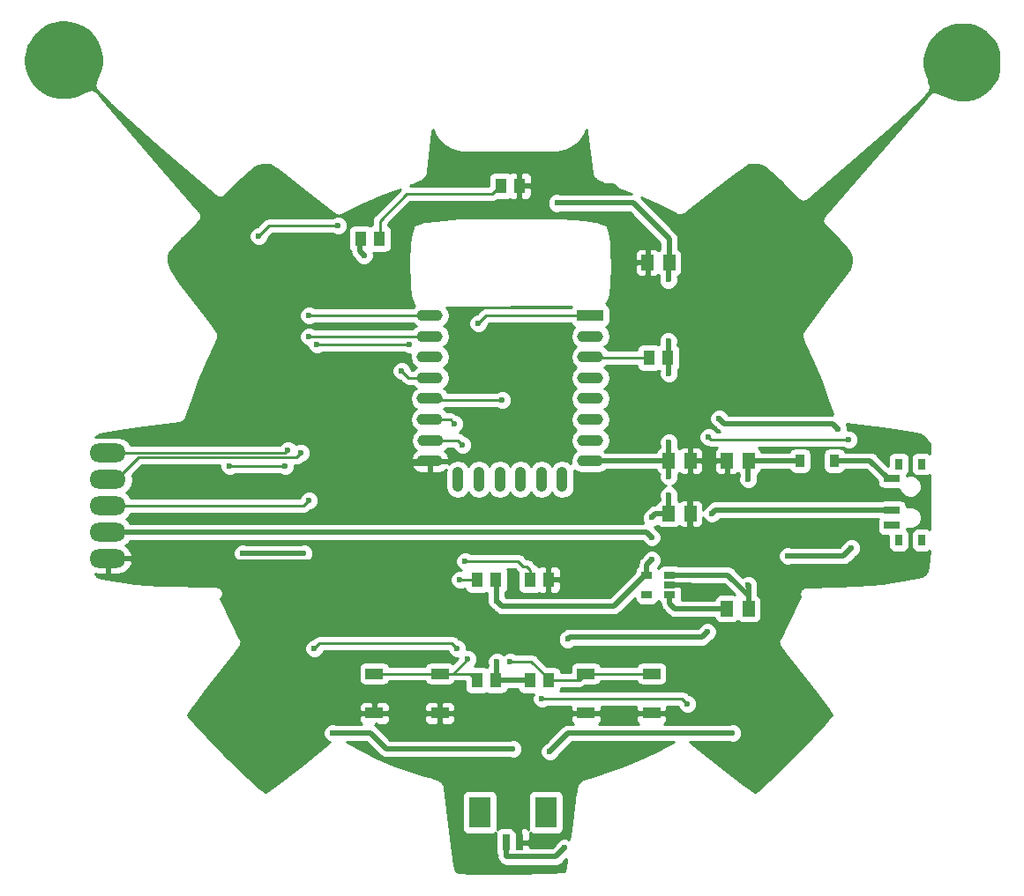
<source format=gbr>
G04 #@! TF.GenerationSoftware,KiCad,Pcbnew,5.0.0-rc2-dev-unknown-5e5e80d~64~ubuntu16.04.1*
G04 #@! TF.CreationDate,2018-05-04T15:58:43+02:00*
G04 #@! TF.ProjectId,ripolab_pcb,7269706F6C61625F7063622E6B696361,rev?*
G04 #@! TF.SameCoordinates,Original*
G04 #@! TF.FileFunction,Copper,L2,Bot,Signal*
G04 #@! TF.FilePolarity,Positive*
%FSLAX46Y46*%
G04 Gerber Fmt 4.6, Leading zero omitted, Abs format (unit mm)*
G04 Created by KiCad (PCBNEW 5.0.0-rc2-dev-unknown-5e5e80d~64~ubuntu16.04.1) date Fri May  4 15:58:43 2018*
%MOMM*%
%LPD*%
G01*
G04 APERTURE LIST*
%ADD10O,3.500000X1.800000*%
%ADD11R,0.900000X1.200000*%
%ADD12R,1.120000X1.400000*%
%ADD13R,1.700000X1.000000*%
%ADD14O,2.500000X1.100000*%
%ADD15O,1.100000X2.400000*%
%ADD16R,2.500000X1.100000*%
%ADD17R,1.060000X0.650000*%
%ADD18R,0.800000X1.000000*%
%ADD19R,1.500000X0.700000*%
%ADD20R,1.145000X1.500000*%
%ADD21R,0.800000X1.600000*%
%ADD22R,2.100000X3.000000*%
%ADD23C,0.600000*%
%ADD24C,0.250000*%
%ADD25C,0.500000*%
%ADD26C,0.254000*%
G04 APERTURE END LIST*
D10*
X108458000Y-99568000D03*
D11*
X178180000Y-92710000D03*
X174880000Y-92710000D03*
D10*
X108458000Y-102108000D03*
D12*
X146186000Y-66294000D03*
X147946000Y-66294000D03*
D13*
X160630000Y-113162000D03*
X154330000Y-113162000D03*
X160630000Y-116962000D03*
X154330000Y-116962000D03*
X140310000Y-113162000D03*
X134010000Y-113162000D03*
X140310000Y-116962000D03*
X134010000Y-116962000D03*
D14*
X139351000Y-78740000D03*
X139351000Y-80740000D03*
X139351000Y-82740000D03*
X139351000Y-84740000D03*
X139351000Y-86740000D03*
X139351000Y-88740000D03*
X139451000Y-90740000D03*
X139351000Y-92740000D03*
D15*
X142061000Y-94490000D03*
X144061000Y-94490000D03*
X146061000Y-94490000D03*
X148061000Y-94490000D03*
X150061000Y-94490000D03*
X152061000Y-94490000D03*
D14*
X154751000Y-92740000D03*
X154751000Y-90740000D03*
X154751000Y-88740000D03*
X154751000Y-86740000D03*
X154751000Y-84740000D03*
X154751000Y-82740000D03*
X154751000Y-80740000D03*
D16*
X154751000Y-78740000D03*
D10*
X108458000Y-97028000D03*
X108458000Y-94488000D03*
X108458000Y-91948000D03*
D12*
X160410000Y-82804000D03*
X162170000Y-82804000D03*
X150740000Y-113792000D03*
X148980000Y-113792000D03*
X148980000Y-104140000D03*
X150740000Y-104140000D03*
X143900000Y-113792000D03*
X145660000Y-113792000D03*
X143900000Y-104140000D03*
X145660000Y-104140000D03*
X134484000Y-71374000D03*
X132724000Y-71374000D03*
D17*
X160190000Y-103698000D03*
X160190000Y-105598000D03*
X162390000Y-105598000D03*
X162390000Y-104648000D03*
X162390000Y-103698000D03*
D18*
X184370000Y-93030000D03*
X184370000Y-100330000D03*
X186580000Y-100330000D03*
X186580000Y-93030000D03*
D19*
X183720000Y-98930000D03*
X183720000Y-97430000D03*
X183720000Y-94430000D03*
D20*
X164364500Y-97790000D03*
X162279500Y-97790000D03*
X162279500Y-92710000D03*
X164364500Y-92710000D03*
X160247500Y-73660000D03*
X162332500Y-73660000D03*
D21*
X146695000Y-129400000D03*
X147945000Y-129400000D03*
D22*
X144145000Y-126500000D03*
X150495000Y-126500000D03*
D20*
X169952500Y-92710000D03*
X167867500Y-92710000D03*
X169952500Y-106934000D03*
X167867500Y-106934000D03*
D23*
X122936010Y-71120000D03*
X130556004Y-70104000D03*
X133032500Y-72961500D03*
X151574502Y-67945000D03*
X162242500Y-75311000D03*
X162242500Y-81216500D03*
X160654990Y-98171000D03*
X160655000Y-102235000D03*
X147320000Y-120396000D03*
X130048000Y-118872000D03*
X167132000Y-88646000D03*
X178562000Y-89662000D03*
X179832000Y-101092000D03*
X173736000Y-101854000D03*
X168402000Y-118872000D03*
X150876000Y-120650000D03*
X127254000Y-101599998D03*
X121412000Y-101600000D03*
X162306000Y-94234000D03*
X162306000Y-96012000D03*
X162306000Y-84328000D03*
X162306000Y-90932000D03*
X145796000Y-112014000D03*
X145796000Y-106172000D03*
X160655000Y-100076000D03*
X141732000Y-89154000D03*
X142240000Y-104140000D03*
X157924500Y-71882000D03*
X157353000Y-66738500D03*
X146685000Y-127254000D03*
X146304000Y-123761500D03*
X144272000Y-122999500D03*
X144653000Y-109283500D03*
X164846000Y-108013500D03*
X164338000Y-99314000D03*
X164338000Y-104648000D03*
X164338000Y-96139000D03*
X164338000Y-94234000D03*
X135890000Y-101346000D03*
X136652000Y-92964000D03*
X111760000Y-94742000D03*
X123444000Y-111506000D03*
X164084000Y-113538000D03*
X172974000Y-95250000D03*
X152400000Y-101346000D03*
X175514000Y-69342000D03*
X119126000Y-68834000D03*
X125476000Y-93218000D03*
X120142000Y-93218000D03*
X141986000Y-110744000D03*
X128270000Y-110744000D03*
X164084000Y-116078000D03*
X150114000Y-115570000D03*
X152273000Y-129921000D03*
X152590500Y-109855000D03*
X165989000Y-109156500D03*
X166433500Y-97790000D03*
X144018000Y-79502000D03*
X143002000Y-111760000D03*
X127762000Y-96520000D03*
X128524000Y-81534000D03*
X137414000Y-81534000D03*
X142494000Y-91186000D03*
X142748000Y-102362000D03*
X147066000Y-112014000D03*
X146304000Y-86868000D03*
X136652000Y-84074000D03*
X127762000Y-80772000D03*
X127000000Y-91948000D03*
X125730000Y-91694000D03*
X127762000Y-78740000D03*
X166116000Y-90424000D03*
X179578000Y-90678000D03*
X169926000Y-94488000D03*
X169926000Y-104648000D03*
D24*
X130131740Y-70104000D02*
X130556004Y-70104000D01*
X122936010Y-71120000D02*
X123952010Y-70104000D01*
X123952010Y-70104000D02*
X130131740Y-70104000D01*
D25*
X145796000Y-106172000D02*
X146304000Y-106680000D01*
X146304000Y-106680000D02*
X157003000Y-106680000D01*
X159985000Y-103698000D02*
X160190000Y-103698000D01*
X157003000Y-106680000D02*
X159985000Y-103698000D01*
X132649000Y-71374000D02*
X132649000Y-72578000D01*
X132649000Y-72578000D02*
X133032500Y-72961500D01*
X162332500Y-73660000D02*
X162332500Y-71400500D01*
X162332500Y-71400500D02*
X158877000Y-67945000D01*
X158877000Y-67945000D02*
X151998766Y-67945000D01*
X151998766Y-67945000D02*
X151574502Y-67945000D01*
X162242500Y-75311000D02*
X162242500Y-73750000D01*
X162242500Y-73750000D02*
X162332500Y-73660000D01*
X162245000Y-82804000D02*
X162245000Y-81219000D01*
X162245000Y-81219000D02*
X162242500Y-81216500D01*
X162279500Y-97790000D02*
X161035990Y-97790000D01*
X161035990Y-97790000D02*
X160954989Y-97871001D01*
X160954989Y-97871001D02*
X160654990Y-98171000D01*
X160190000Y-103698000D02*
X160190000Y-102700000D01*
X160190000Y-102700000D02*
X160355001Y-102534999D01*
X160355001Y-102534999D02*
X160655000Y-102235000D01*
X135149999Y-120396000D02*
X133625999Y-118872000D01*
X133625999Y-118872000D02*
X130048000Y-118872000D01*
X147320000Y-120396000D02*
X135149999Y-120396000D01*
X178054000Y-89154000D02*
X167640000Y-89154000D01*
X167640000Y-89154000D02*
X167132000Y-88646000D01*
X178562000Y-89662000D02*
X178054000Y-89154000D01*
X173736000Y-101854000D02*
X179070000Y-101854000D01*
X179070000Y-101854000D02*
X179832000Y-101092000D01*
X150876000Y-120650000D02*
X152654000Y-118872000D01*
X152654000Y-118872000D02*
X168402000Y-118872000D01*
X127253998Y-101600000D02*
X127254000Y-101599998D01*
X121412000Y-101600000D02*
X127253998Y-101600000D01*
X162306000Y-94234000D02*
X162306000Y-92736500D01*
X162306000Y-92736500D02*
X162279500Y-92710000D01*
X162279500Y-97790000D02*
X162279500Y-96038500D01*
X162279500Y-96038500D02*
X162306000Y-96012000D01*
X162306000Y-84328000D02*
X162306000Y-82865000D01*
X162306000Y-82865000D02*
X162245000Y-82804000D01*
X162279500Y-92710000D02*
X162279500Y-90958500D01*
X162279500Y-90958500D02*
X162306000Y-90932000D01*
X145796000Y-112014000D02*
X145796000Y-113731000D01*
X145796000Y-113731000D02*
X145735000Y-113792000D01*
X145735000Y-104140000D02*
X145735000Y-106111000D01*
X145735000Y-106111000D02*
X145796000Y-106172000D01*
X145735000Y-113792000D02*
X148905000Y-113792000D01*
X162279500Y-92710000D02*
X154081000Y-92710000D01*
X154081000Y-92710000D02*
X154051000Y-92740000D01*
X160147000Y-99568000D02*
X160655000Y-100076000D01*
X108458000Y-99568000D02*
X160147000Y-99568000D01*
D24*
X140051000Y-88740000D02*
X141318000Y-88740000D01*
X141318000Y-88740000D02*
X141732000Y-89154000D01*
X142240000Y-104140000D02*
X143900000Y-104140000D01*
D25*
X144272000Y-122999500D02*
X145034000Y-123761500D01*
X145034000Y-123761500D02*
X146304000Y-123761500D01*
X157924500Y-71882000D02*
X157924500Y-72409500D01*
X159175000Y-73660000D02*
X160247500Y-73660000D01*
X157924500Y-72409500D02*
X159175000Y-73660000D01*
X148021000Y-66294000D02*
X156882930Y-66294000D01*
X156882930Y-66294000D02*
X156923821Y-66309321D01*
X156923821Y-66309321D02*
X157353000Y-66738500D01*
X164546001Y-108313499D02*
X145623001Y-108313499D01*
X145623001Y-108313499D02*
X144653000Y-109283500D01*
X164846000Y-108013500D02*
X164546001Y-108313499D01*
X164338000Y-99314000D02*
X164338000Y-97816500D01*
X164338000Y-97816500D02*
X164364500Y-97790000D01*
X162390000Y-104648000D02*
X164338000Y-104648000D01*
X164338000Y-96139000D02*
X164338000Y-97763500D01*
X164338000Y-97763500D02*
X164364500Y-97790000D01*
X164364500Y-92710000D02*
X164364500Y-94207500D01*
X164364500Y-94207500D02*
X164338000Y-94234000D01*
X164364500Y-92710000D02*
X167867500Y-92710000D01*
X147945000Y-128514000D02*
X147945000Y-129400000D01*
X146685000Y-127254000D02*
X147945000Y-128514000D01*
X108458000Y-102108000D02*
X110708000Y-102108000D01*
X110708000Y-102108000D02*
X111050001Y-102450001D01*
X135547999Y-102450001D02*
X135890000Y-102108000D01*
X135890000Y-102108000D02*
X135890000Y-101346000D01*
X139827000Y-92964000D02*
X140051000Y-92740000D01*
X136652000Y-92964000D02*
X139827000Y-92964000D01*
X111050001Y-102450001D02*
X113284000Y-102450001D01*
X113284000Y-102450001D02*
X135547999Y-102450001D01*
D24*
X120142000Y-93218000D02*
X125476000Y-93218000D01*
X128270000Y-110744000D02*
X128778000Y-110236000D01*
X128778000Y-110236000D02*
X141478000Y-110236000D01*
X141478000Y-110236000D02*
X141986000Y-110744000D01*
X150114000Y-115570000D02*
X163576000Y-115570000D01*
X163576000Y-115570000D02*
X164084000Y-116078000D01*
D25*
X146685000Y-129390000D02*
X146695000Y-129400000D01*
X165481000Y-109664500D02*
X152781000Y-109664500D01*
X152781000Y-109664500D02*
X152590500Y-109855000D01*
X165689001Y-109456499D02*
X165481000Y-109664500D01*
X165989000Y-109156500D02*
X165689001Y-109456499D01*
X183720000Y-97430000D02*
X166793500Y-97430000D01*
X166793500Y-97430000D02*
X166433500Y-97790000D01*
X151973001Y-130220999D02*
X152273000Y-129921000D01*
X151443999Y-130750001D02*
X151973001Y-130220999D01*
X146745001Y-130750001D02*
X151443999Y-130750001D01*
X146695000Y-130700000D02*
X146745001Y-130750001D01*
X146695000Y-129400000D02*
X146695000Y-130700000D01*
X178180000Y-92710000D02*
X181600000Y-92710000D01*
X181600000Y-92710000D02*
X183320000Y-94430000D01*
X183320000Y-94430000D02*
X183720000Y-94430000D01*
D24*
X134010000Y-113162000D02*
X140310000Y-113162000D01*
X140310000Y-113162000D02*
X143195000Y-113162000D01*
X143195000Y-113162000D02*
X143825000Y-113792000D01*
X144780000Y-78740000D02*
X144018000Y-79502000D01*
X154051000Y-78740000D02*
X144780000Y-78740000D01*
X143002000Y-111760000D02*
X141600000Y-113162000D01*
X141600000Y-113162000D02*
X140310000Y-113162000D01*
X108458000Y-97028000D02*
X127254000Y-97028000D01*
X127254000Y-97028000D02*
X127762000Y-96520000D01*
X128524000Y-81534000D02*
X137414000Y-81534000D01*
X154051000Y-82740000D02*
X154115000Y-82804000D01*
X154115000Y-82804000D02*
X160335000Y-82804000D01*
X148336000Y-102870000D02*
X148660000Y-102870000D01*
X148660000Y-102870000D02*
X148980000Y-103190000D01*
X148980000Y-103190000D02*
X148980000Y-104140000D01*
X147828000Y-102362000D02*
X148336000Y-102870000D01*
X142748000Y-102362000D02*
X147828000Y-102362000D01*
X142048000Y-90740000D02*
X142494000Y-91186000D01*
X140051000Y-90740000D02*
X142048000Y-90740000D01*
X154330000Y-113162000D02*
X160630000Y-113162000D01*
X150815000Y-113792000D02*
X153700000Y-113792000D01*
X153700000Y-113792000D02*
X154330000Y-113162000D01*
X146304000Y-86868000D02*
X140179000Y-86868000D01*
X140179000Y-86868000D02*
X140051000Y-86740000D01*
X150740000Y-113652000D02*
X149102000Y-112014000D01*
X150740000Y-113792000D02*
X150740000Y-113652000D01*
X149102000Y-112014000D02*
X147066000Y-112014000D01*
X140051000Y-84740000D02*
X137318000Y-84740000D01*
X137318000Y-84740000D02*
X136652000Y-84074000D01*
X111397990Y-92398010D02*
X126549990Y-92398010D01*
X127762000Y-80772000D02*
X140019000Y-80772000D01*
X140019000Y-80772000D02*
X140051000Y-80740000D01*
X126549990Y-92398010D02*
X127000000Y-91948000D01*
X109308000Y-94488000D02*
X111397990Y-92398010D01*
X108458000Y-94488000D02*
X109308000Y-94488000D01*
X127762000Y-78740000D02*
X140051000Y-78740000D01*
X125476000Y-91948000D02*
X125730000Y-91694000D01*
X108458000Y-91948000D02*
X125476000Y-91948000D01*
X134559000Y-71374000D02*
X134559000Y-69657000D01*
X137160000Y-67056000D02*
X145349000Y-67056000D01*
X134559000Y-69657000D02*
X137160000Y-67056000D01*
X145349000Y-67056000D02*
X146111000Y-66294000D01*
D25*
X162390000Y-105598000D02*
X162390000Y-106423000D01*
X162901000Y-106934000D02*
X166795000Y-106934000D01*
X162390000Y-106423000D02*
X162901000Y-106934000D01*
X166795000Y-106934000D02*
X167867500Y-106934000D01*
D24*
X179578000Y-90678000D02*
X166370000Y-90678000D01*
X166370000Y-90678000D02*
X166116000Y-90424000D01*
D25*
X169926000Y-94488000D02*
X169926000Y-92736500D01*
X169926000Y-92736500D02*
X169952500Y-92710000D01*
X169952500Y-106934000D02*
X169952500Y-104674500D01*
X169952500Y-104674500D02*
X169926000Y-104648000D01*
X162390000Y-103698000D02*
X167966500Y-103698000D01*
X167966500Y-103698000D02*
X169952500Y-105684000D01*
X169952500Y-105684000D02*
X169952500Y-106934000D01*
X174880000Y-92710000D02*
X169952500Y-92710000D01*
D26*
G36*
X104750508Y-50600075D02*
X105208181Y-50698268D01*
X105649397Y-50855319D01*
X106067375Y-51070025D01*
X106455779Y-51341335D01*
X106808707Y-51668644D01*
X107120513Y-52052106D01*
X107383076Y-52488881D01*
X107676499Y-53208173D01*
X107816226Y-53903925D01*
X107828483Y-54210640D01*
X107805997Y-54527363D01*
X107748255Y-54838284D01*
X107648182Y-55166476D01*
X107260259Y-56259346D01*
X107232746Y-56300081D01*
X107215088Y-56386603D01*
X107208558Y-56404999D01*
X107201624Y-56452575D01*
X107178253Y-56567087D01*
X107182065Y-56586764D01*
X107179175Y-56606593D01*
X107207856Y-56719879D01*
X107217003Y-56767093D01*
X107224385Y-56785168D01*
X107246056Y-56870768D01*
X107266420Y-56898081D01*
X107268934Y-56922479D01*
X107316156Y-57009879D01*
X107327713Y-57038178D01*
X107348153Y-57069101D01*
X107365775Y-57101716D01*
X107385275Y-57125260D01*
X107440053Y-57208131D01*
X107471504Y-57229373D01*
X107622076Y-57411174D01*
X107642045Y-57440467D01*
X107664996Y-57462996D01*
X107685514Y-57487769D01*
X107713023Y-57510139D01*
X108661733Y-58441391D01*
X108670575Y-58453237D01*
X108709782Y-58488556D01*
X108747463Y-58525543D01*
X108759837Y-58533646D01*
X110439687Y-60046888D01*
X110443414Y-60051702D01*
X110489730Y-60091967D01*
X110535402Y-60133110D01*
X110540642Y-60136229D01*
X113004499Y-62278233D01*
X113005613Y-62279656D01*
X113055340Y-62322432D01*
X113104956Y-62365567D01*
X113106528Y-62366466D01*
X118711127Y-67187673D01*
X118734212Y-67222439D01*
X118813567Y-67275794D01*
X118833922Y-67293304D01*
X118869436Y-67313358D01*
X118960357Y-67374490D01*
X118987344Y-67379939D01*
X119011318Y-67393477D01*
X119120072Y-67406740D01*
X119227476Y-67428427D01*
X119254497Y-67423133D01*
X119281824Y-67426466D01*
X119387373Y-67397101D01*
X119494901Y-67376035D01*
X119517839Y-67360804D01*
X119544362Y-67353425D01*
X119630639Y-67285904D01*
X119664619Y-67263341D01*
X119683662Y-67244408D01*
X119758965Y-67185475D01*
X119779484Y-67149138D01*
X121239598Y-65697437D01*
X122059816Y-64905895D01*
X122560479Y-64500950D01*
X122889017Y-64340831D01*
X123304544Y-64262371D01*
X123600079Y-64233117D01*
X123797251Y-64236776D01*
X123974198Y-64281228D01*
X124258622Y-64420552D01*
X124714623Y-64717802D01*
X125376557Y-65205938D01*
X127500927Y-66867057D01*
X130130003Y-68939396D01*
X130159157Y-68977914D01*
X130236056Y-69022991D01*
X130252046Y-69035595D01*
X130294150Y-69057045D01*
X130394253Y-69115724D01*
X130414952Y-69118588D01*
X130433572Y-69128074D01*
X130549257Y-69137172D01*
X130664190Y-69153075D01*
X130684408Y-69147800D01*
X130705244Y-69149439D01*
X130815604Y-69113573D01*
X130861317Y-69101647D01*
X130879635Y-69092764D01*
X130964411Y-69065212D01*
X131001143Y-69033836D01*
X132890545Y-68117540D01*
X134830548Y-67264278D01*
X136505731Y-66635466D01*
X134074528Y-69066671D01*
X134011072Y-69109071D01*
X133968672Y-69172527D01*
X133968671Y-69172528D01*
X133843097Y-69360463D01*
X133784112Y-69657000D01*
X133799001Y-69731851D01*
X133799001Y-70051424D01*
X133676235Y-70075843D01*
X133604000Y-70124109D01*
X133531765Y-70075843D01*
X133284000Y-70026560D01*
X132164000Y-70026560D01*
X131916235Y-70075843D01*
X131706191Y-70216191D01*
X131565843Y-70426235D01*
X131516560Y-70674000D01*
X131516560Y-72074000D01*
X131565843Y-72321765D01*
X131706191Y-72531809D01*
X131750025Y-72561098D01*
X131746663Y-72578000D01*
X131815348Y-72923309D01*
X131961576Y-73142154D01*
X131961578Y-73142156D01*
X132010952Y-73216049D01*
X132084845Y-73265423D01*
X132189844Y-73370422D01*
X132239845Y-73491135D01*
X132502865Y-73754155D01*
X132846517Y-73896500D01*
X133218483Y-73896500D01*
X133562135Y-73754155D01*
X133825155Y-73491135D01*
X133967500Y-73147483D01*
X133967500Y-72775517D01*
X133945101Y-72721440D01*
X135044000Y-72721440D01*
X135291765Y-72672157D01*
X135501809Y-72531809D01*
X135642157Y-72321765D01*
X135691440Y-72074000D01*
X135691440Y-70674000D01*
X135642157Y-70426235D01*
X135501809Y-70216191D01*
X135319000Y-70094041D01*
X135319000Y-69971801D01*
X137474803Y-67816000D01*
X145274153Y-67816000D01*
X145349000Y-67830888D01*
X145423847Y-67816000D01*
X145423852Y-67816000D01*
X145645537Y-67771904D01*
X145840790Y-67641440D01*
X146746000Y-67641440D01*
X146993765Y-67592157D01*
X147061492Y-67546903D01*
X147259691Y-67629000D01*
X147660250Y-67629000D01*
X147819000Y-67470250D01*
X147819000Y-66421000D01*
X148073000Y-66421000D01*
X148073000Y-67470250D01*
X148231750Y-67629000D01*
X148632309Y-67629000D01*
X148865698Y-67532327D01*
X149044327Y-67353699D01*
X149141000Y-67120310D01*
X149141000Y-66579750D01*
X148982250Y-66421000D01*
X148073000Y-66421000D01*
X147819000Y-66421000D01*
X147799000Y-66421000D01*
X147799000Y-66167000D01*
X147819000Y-66167000D01*
X147819000Y-65117750D01*
X148073000Y-65117750D01*
X148073000Y-66167000D01*
X148982250Y-66167000D01*
X149141000Y-66008250D01*
X149141000Y-65467690D01*
X149044327Y-65234301D01*
X148865698Y-65055673D01*
X148632309Y-64959000D01*
X148231750Y-64959000D01*
X148073000Y-65117750D01*
X147819000Y-65117750D01*
X147660250Y-64959000D01*
X147259691Y-64959000D01*
X147061492Y-65041097D01*
X146993765Y-64995843D01*
X146746000Y-64946560D01*
X145626000Y-64946560D01*
X145378235Y-64995843D01*
X145168191Y-65136191D01*
X145027843Y-65346235D01*
X144978560Y-65594000D01*
X144978560Y-66296000D01*
X137458913Y-66296000D01*
X137587531Y-66251086D01*
X137608860Y-66246701D01*
X137651091Y-66228890D01*
X137694353Y-66213783D01*
X137713112Y-66202734D01*
X138259932Y-65972116D01*
X138307701Y-65954641D01*
X138321965Y-65945954D01*
X138337355Y-65939463D01*
X138379470Y-65910930D01*
X138624749Y-65761545D01*
X138655639Y-65753838D01*
X138740307Y-65691165D01*
X138771542Y-65672142D01*
X138794416Y-65651113D01*
X138819386Y-65632630D01*
X138843970Y-65605557D01*
X138921520Y-65534262D01*
X138929241Y-65517634D01*
X138971962Y-65484181D01*
X139034355Y-65373619D01*
X139099737Y-65264765D01*
X139111177Y-65188132D01*
X139121785Y-65155484D01*
X139142599Y-65092129D01*
X139142736Y-65091000D01*
X139143087Y-65089921D01*
X139150904Y-65023874D01*
X139167205Y-64889895D01*
X139166893Y-64888774D01*
X139620097Y-61059415D01*
X139642863Y-60887502D01*
X139645285Y-60892327D01*
X139647680Y-60899454D01*
X139649796Y-60906380D01*
X139651184Y-60915245D01*
X139659098Y-60936817D01*
X139665869Y-60958972D01*
X139670150Y-60966942D01*
X139672645Y-60973743D01*
X139674874Y-60980374D01*
X139676501Y-60989188D01*
X139685064Y-61010697D01*
X139692495Y-61032808D01*
X139696986Y-61040642D01*
X139699569Y-61047130D01*
X139701902Y-61053489D01*
X139703762Y-61062230D01*
X139712957Y-61083622D01*
X139721051Y-61105683D01*
X139725749Y-61113381D01*
X139728411Y-61119574D01*
X139730839Y-61125672D01*
X139732927Y-61134335D01*
X139742762Y-61155618D01*
X139751512Y-61177597D01*
X139756404Y-61185142D01*
X139759154Y-61191092D01*
X139761652Y-61196905D01*
X139763963Y-61205481D01*
X139774431Y-61226632D01*
X139783833Y-61248506D01*
X139788910Y-61255890D01*
X139791711Y-61261551D01*
X139794304Y-61267161D01*
X139796830Y-61275636D01*
X139807916Y-61296620D01*
X139817968Y-61318373D01*
X139823223Y-61325592D01*
X139826098Y-61331034D01*
X139828754Y-61336402D01*
X139831492Y-61344775D01*
X139843200Y-61365592D01*
X139853885Y-61387182D01*
X139859304Y-61394223D01*
X139862246Y-61399455D01*
X139864967Y-61404605D01*
X139867906Y-61412859D01*
X139880219Y-61433474D01*
X139891540Y-61454902D01*
X139897117Y-61461765D01*
X139900111Y-61466778D01*
X139902907Y-61471749D01*
X139906046Y-61479890D01*
X139918964Y-61500298D01*
X139930897Y-61521514D01*
X139936620Y-61528190D01*
X139939670Y-61533009D01*
X139942540Y-61537814D01*
X139945864Y-61545816D01*
X139959349Y-61565956D01*
X139971908Y-61586982D01*
X139977778Y-61593479D01*
X139980887Y-61598121D01*
X139983823Y-61602759D01*
X139987330Y-61610631D01*
X140001400Y-61630528D01*
X140014554Y-61651308D01*
X140020549Y-61657607D01*
X140023714Y-61662082D01*
X140026719Y-61666570D01*
X140030402Y-61674304D01*
X140045034Y-61693923D01*
X140058777Y-61714448D01*
X140064896Y-61720555D01*
X140068120Y-61724878D01*
X140071197Y-61729229D01*
X140075048Y-61736819D01*
X140090230Y-61756144D01*
X140104551Y-61776396D01*
X140110784Y-61782307D01*
X140114076Y-61786498D01*
X140117221Y-61790715D01*
X140121236Y-61798162D01*
X140136963Y-61817186D01*
X140151832Y-61837123D01*
X140158164Y-61842831D01*
X140161538Y-61846912D01*
X140164759Y-61851013D01*
X140168927Y-61858306D01*
X140185166Y-61876989D01*
X140200589Y-61896621D01*
X140207021Y-61902133D01*
X140210449Y-61906077D01*
X140213776Y-61910101D01*
X140218088Y-61917235D01*
X140234821Y-61935559D01*
X140250790Y-61954875D01*
X140257317Y-61960192D01*
X140260810Y-61964017D01*
X140264238Y-61967961D01*
X140268696Y-61974946D01*
X140285929Y-61992917D01*
X140302394Y-62011860D01*
X140308998Y-62016974D01*
X140312604Y-62020734D01*
X140316106Y-62024569D01*
X140320696Y-62031391D01*
X140338393Y-62048975D01*
X140355370Y-62067565D01*
X140362053Y-62072483D01*
X140365745Y-62076151D01*
X140369359Y-62079919D01*
X140374086Y-62086593D01*
X140392266Y-62103808D01*
X140409695Y-62121983D01*
X140416437Y-62126695D01*
X140420241Y-62130297D01*
X140423961Y-62133993D01*
X140428805Y-62140497D01*
X140447395Y-62157277D01*
X140465312Y-62175079D01*
X140472127Y-62179601D01*
X140476030Y-62183124D01*
X140479878Y-62186768D01*
X140484841Y-62193111D01*
X140503864Y-62209480D01*
X140522225Y-62226866D01*
X140529093Y-62231189D01*
X140533093Y-62234631D01*
X140537088Y-62238237D01*
X140542165Y-62244420D01*
X140561588Y-62260352D01*
X140580368Y-62277303D01*
X140587287Y-62281431D01*
X140591436Y-62284834D01*
X140595549Y-62288374D01*
X140600732Y-62294392D01*
X140620538Y-62309876D01*
X140639731Y-62326391D01*
X140646696Y-62330326D01*
X140650982Y-62333676D01*
X140655250Y-62337177D01*
X140660543Y-62343041D01*
X140680735Y-62358081D01*
X140700287Y-62374118D01*
X140707286Y-62377856D01*
X140711722Y-62381161D01*
X140716159Y-62384630D01*
X140721542Y-62390322D01*
X140742042Y-62404865D01*
X140761990Y-62420459D01*
X140769036Y-62424013D01*
X140773630Y-62427272D01*
X140778225Y-62430695D01*
X140783704Y-62436227D01*
X140804558Y-62450308D01*
X140824844Y-62465418D01*
X140831913Y-62468779D01*
X140836673Y-62471994D01*
X140841450Y-62475382D01*
X140847015Y-62480749D01*
X140868166Y-62494333D01*
X140888790Y-62508964D01*
X140895889Y-62512140D01*
X140900794Y-62515290D01*
X140905789Y-62518663D01*
X140911441Y-62523869D01*
X140932878Y-62536954D01*
X140953804Y-62551084D01*
X140960927Y-62554075D01*
X140966048Y-62557201D01*
X140971228Y-62560528D01*
X140976962Y-62565573D01*
X140998668Y-62578152D01*
X141019877Y-62591774D01*
X141027018Y-62594581D01*
X141032344Y-62597668D01*
X141037719Y-62600949D01*
X141043524Y-62605827D01*
X141065477Y-62617892D01*
X141086971Y-62631012D01*
X141094127Y-62633638D01*
X141099660Y-62636679D01*
X141105257Y-62639922D01*
X141111145Y-62644647D01*
X141133365Y-62656211D01*
X141155067Y-62668788D01*
X141162222Y-62671230D01*
X141167978Y-62674225D01*
X141173819Y-62677436D01*
X141179769Y-62681993D01*
X141202156Y-62693009D01*
X141224112Y-62705076D01*
X141231287Y-62707344D01*
X141237275Y-62710291D01*
X141243366Y-62713461D01*
X141249383Y-62717858D01*
X141271971Y-62728348D01*
X141294127Y-62739879D01*
X141301302Y-62741970D01*
X141307527Y-62744861D01*
X141313869Y-62747981D01*
X141319941Y-62752213D01*
X141342684Y-62762161D01*
X141365051Y-62773167D01*
X141372231Y-62775084D01*
X141378703Y-62777915D01*
X141385313Y-62780985D01*
X141391446Y-62785058D01*
X141414357Y-62794473D01*
X141436876Y-62804931D01*
X141444047Y-62806674D01*
X141450768Y-62809436D01*
X141457678Y-62812458D01*
X141463866Y-62816371D01*
X141486890Y-62825235D01*
X141509551Y-62835147D01*
X141516720Y-62836720D01*
X141523729Y-62839418D01*
X141530926Y-62842376D01*
X141537159Y-62846125D01*
X141560280Y-62854438D01*
X141583085Y-62863810D01*
X141590248Y-62865214D01*
X141597554Y-62867841D01*
X141605027Y-62870718D01*
X141611312Y-62874310D01*
X141634553Y-62882086D01*
X141657445Y-62890899D01*
X141664585Y-62892133D01*
X141672192Y-62894678D01*
X141679975Y-62897477D01*
X141686310Y-62900912D01*
X141709634Y-62908141D01*
X141732584Y-62916393D01*
X141739702Y-62917460D01*
X141747650Y-62919923D01*
X141755731Y-62922627D01*
X141762091Y-62925895D01*
X141785426Y-62932562D01*
X141808495Y-62940280D01*
X141815605Y-62941184D01*
X141823817Y-62943530D01*
X141832272Y-62946151D01*
X141838667Y-62949259D01*
X141862047Y-62955379D01*
X141885160Y-62962543D01*
X141892240Y-62963283D01*
X141900763Y-62965515D01*
X141909575Y-62968032D01*
X141916005Y-62970982D01*
X141939391Y-62976551D01*
X141962517Y-62983158D01*
X141969571Y-62983737D01*
X141978457Y-62985853D01*
X141987611Y-62988250D01*
X141994069Y-62991040D01*
X142017443Y-62996059D01*
X142040577Y-63002115D01*
X142047601Y-63002535D01*
X142056863Y-63004523D01*
X142066344Y-63006781D01*
X142072817Y-63009409D01*
X142096163Y-63013882D01*
X142119312Y-63019394D01*
X142126301Y-63019656D01*
X142135895Y-63021494D01*
X142145763Y-63023613D01*
X142152270Y-63026087D01*
X142175622Y-63030024D01*
X142198679Y-63034975D01*
X142205611Y-63035080D01*
X142215618Y-63036767D01*
X142225849Y-63038727D01*
X142232355Y-63041037D01*
X142255577Y-63044423D01*
X142278639Y-63048841D01*
X142285547Y-63048792D01*
X142295868Y-63050297D01*
X142306544Y-63052097D01*
X142313056Y-63054247D01*
X142336205Y-63057098D01*
X142359214Y-63060977D01*
X142366072Y-63060776D01*
X142376806Y-63062098D01*
X142387834Y-63063706D01*
X142394356Y-63065699D01*
X142417427Y-63068020D01*
X142440327Y-63071359D01*
X142447124Y-63071008D01*
X142458254Y-63072128D01*
X142469710Y-63073539D01*
X142476227Y-63075373D01*
X142499158Y-63077165D01*
X142521966Y-63079974D01*
X142528712Y-63079475D01*
X142540212Y-63080374D01*
X142552124Y-63081572D01*
X142558630Y-63083248D01*
X142581403Y-63084518D01*
X142604111Y-63086803D01*
X142610802Y-63086158D01*
X142622735Y-63086824D01*
X142635047Y-63087786D01*
X142641545Y-63089306D01*
X142664178Y-63090063D01*
X142686736Y-63091826D01*
X142693357Y-63091039D01*
X142705696Y-63091451D01*
X142718454Y-63092163D01*
X142724933Y-63093527D01*
X142747390Y-63093777D01*
X142769798Y-63095027D01*
X142776350Y-63094100D01*
X142789140Y-63094242D01*
X142797496Y-63094521D01*
X142800556Y-63095130D01*
X142815694Y-63095130D01*
X142853281Y-63096387D01*
X142860928Y-63095130D01*
X142868891Y-63095130D01*
X142937143Y-63095890D01*
X142941199Y-63095130D01*
X151072367Y-63095130D01*
X151076423Y-63095890D01*
X151144675Y-63095130D01*
X151152639Y-63095130D01*
X151160286Y-63096387D01*
X151197873Y-63095130D01*
X151213010Y-63095130D01*
X151216069Y-63094521D01*
X151224427Y-63094242D01*
X151237217Y-63094100D01*
X151243769Y-63095027D01*
X151266178Y-63093777D01*
X151288634Y-63093527D01*
X151295113Y-63092163D01*
X151307873Y-63091451D01*
X151320211Y-63091039D01*
X151326832Y-63091826D01*
X151349394Y-63090063D01*
X151372022Y-63089306D01*
X151378518Y-63087787D01*
X151390846Y-63086823D01*
X151402766Y-63086158D01*
X151409456Y-63086803D01*
X151432164Y-63084518D01*
X151454940Y-63083248D01*
X151461445Y-63081573D01*
X151473336Y-63080376D01*
X151484863Y-63079475D01*
X151491604Y-63079974D01*
X151514396Y-63077167D01*
X151537343Y-63075374D01*
X151543864Y-63073539D01*
X151555305Y-63072130D01*
X151566445Y-63071009D01*
X151573243Y-63071360D01*
X151596147Y-63068021D01*
X151619216Y-63065700D01*
X151625737Y-63063707D01*
X151636786Y-63062096D01*
X151647508Y-63060776D01*
X151654361Y-63060977D01*
X151677359Y-63057100D01*
X151700519Y-63054248D01*
X151707033Y-63052097D01*
X151717674Y-63050304D01*
X151728028Y-63048794D01*
X151734938Y-63048843D01*
X151758012Y-63044423D01*
X151781222Y-63041039D01*
X151787723Y-63038731D01*
X151798012Y-63036760D01*
X151807966Y-63035082D01*
X151814900Y-63034977D01*
X151837969Y-63030024D01*
X151861311Y-63026089D01*
X151867814Y-63023616D01*
X151877669Y-63021500D01*
X151887284Y-63019658D01*
X151894273Y-63019397D01*
X151917430Y-63013883D01*
X151940766Y-63009413D01*
X151947234Y-63006787D01*
X151956755Y-63004520D01*
X151965986Y-63002538D01*
X151973010Y-63002119D01*
X151996150Y-62996062D01*
X152019518Y-62991045D01*
X152025972Y-62988256D01*
X152035112Y-62985864D01*
X152044025Y-62983742D01*
X152051076Y-62983163D01*
X152074195Y-62976559D01*
X152097587Y-62970989D01*
X152104018Y-62968039D01*
X152112830Y-62965521D01*
X152121361Y-62963288D01*
X152128435Y-62962549D01*
X152151534Y-62955391D01*
X152174930Y-62949267D01*
X152181327Y-62946158D01*
X152189775Y-62943540D01*
X152197994Y-62941193D01*
X152205108Y-62940288D01*
X152228202Y-62932563D01*
X152251511Y-62925904D01*
X152257861Y-62922641D01*
X152265992Y-62919921D01*
X152273903Y-62917470D01*
X152281022Y-62916403D01*
X152303981Y-62908149D01*
X152327296Y-62900924D01*
X152333627Y-62897491D01*
X152341406Y-62894694D01*
X152349036Y-62892142D01*
X152356172Y-62890909D01*
X152379057Y-62882100D01*
X152402302Y-62874324D01*
X152408586Y-62870733D01*
X152416065Y-62867854D01*
X152423376Y-62865226D01*
X152430530Y-62863824D01*
X152453320Y-62854461D01*
X152476459Y-62846142D01*
X152482694Y-62842392D01*
X152489868Y-62839445D01*
X152496910Y-62836734D01*
X152504073Y-62835163D01*
X152526723Y-62825258D01*
X152549763Y-62816389D01*
X152555952Y-62812476D01*
X152562832Y-62809467D01*
X152569597Y-62806688D01*
X152576761Y-62804947D01*
X152599257Y-62794502D01*
X152622184Y-62785082D01*
X152628321Y-62781007D01*
X152634937Y-62777935D01*
X152641409Y-62775105D01*
X152648585Y-62773189D01*
X152670950Y-62762186D01*
X152693698Y-62752238D01*
X152699768Y-62748008D01*
X152706115Y-62744886D01*
X152712349Y-62741991D01*
X152719524Y-62739901D01*
X152741686Y-62728369D01*
X152764268Y-62717884D01*
X152770281Y-62713490D01*
X152776377Y-62710318D01*
X152782372Y-62707369D01*
X152789542Y-62705103D01*
X152811490Y-62693043D01*
X152833884Y-62682026D01*
X152839834Y-62677470D01*
X152845683Y-62674255D01*
X152851438Y-62671261D01*
X152858596Y-62668819D01*
X152880317Y-62656234D01*
X152902522Y-62644680D01*
X152908404Y-62639961D01*
X152914026Y-62636704D01*
X152919542Y-62633673D01*
X152926703Y-62631046D01*
X152948216Y-62617918D01*
X152970149Y-62605866D01*
X152975948Y-62600993D01*
X152981350Y-62597697D01*
X152986665Y-62594617D01*
X152993801Y-62591813D01*
X153015006Y-62578197D01*
X153036722Y-62565615D01*
X153042456Y-62560571D01*
X153047637Y-62557244D01*
X153052767Y-62554114D01*
X153059884Y-62551126D01*
X153080808Y-62537001D01*
X153102253Y-62523914D01*
X153107903Y-62518711D01*
X153112878Y-62515352D01*
X153117817Y-62512180D01*
X153124916Y-62509006D01*
X153145540Y-62494380D01*
X153166685Y-62480802D01*
X153172249Y-62475437D01*
X153177050Y-62472033D01*
X153181800Y-62468826D01*
X153188873Y-62465464D01*
X153209169Y-62450350D01*
X153230008Y-62436283D01*
X153235484Y-62430755D01*
X153240103Y-62427315D01*
X153244684Y-62424066D01*
X153251725Y-62420516D01*
X153271671Y-62404927D01*
X153292186Y-62390378D01*
X153297569Y-62384687D01*
X153302010Y-62381216D01*
X153306444Y-62377914D01*
X153313446Y-62374175D01*
X153333019Y-62358125D01*
X153353196Y-62343100D01*
X153358482Y-62337245D01*
X153362762Y-62333736D01*
X153367048Y-62330386D01*
X153374014Y-62326452D01*
X153393210Y-62309939D01*
X153413009Y-62294465D01*
X153418191Y-62288449D01*
X153422321Y-62284896D01*
X153426473Y-62281492D01*
X153433389Y-62277367D01*
X153452167Y-62260422D01*
X153471594Y-62244492D01*
X153476671Y-62238311D01*
X153480668Y-62234704D01*
X153484678Y-62231254D01*
X153491544Y-62226934D01*
X153509907Y-62209552D01*
X153528930Y-62193187D01*
X153533891Y-62186847D01*
X153537745Y-62183199D01*
X153541653Y-62179673D01*
X153548469Y-62175152D01*
X153566395Y-62157347D01*
X153584979Y-62140577D01*
X153589821Y-62134079D01*
X153593563Y-62130362D01*
X153597362Y-62126765D01*
X153604106Y-62122053D01*
X153621538Y-62103880D01*
X153639711Y-62086677D01*
X153644437Y-62080007D01*
X153648045Y-62076245D01*
X153651763Y-62072553D01*
X153658443Y-62067639D01*
X153675410Y-62049065D01*
X153693114Y-62031480D01*
X153697707Y-62024656D01*
X153701222Y-62020807D01*
X153704823Y-62017054D01*
X153711424Y-62011944D01*
X153727891Y-61993005D01*
X153745132Y-61975031D01*
X153749590Y-61968048D01*
X153753023Y-61964100D01*
X153756517Y-61960275D01*
X153763047Y-61954957D01*
X153779027Y-61935633D01*
X153795752Y-61917324D01*
X153800061Y-61910197D01*
X153803387Y-61906175D01*
X153806822Y-61902225D01*
X153813254Y-61896715D01*
X153828680Y-61877086D01*
X153844921Y-61858407D01*
X153849089Y-61851116D01*
X153852338Y-61846981D01*
X153855690Y-61842928D01*
X153862031Y-61837214D01*
X153876924Y-61817251D01*
X153892630Y-61798259D01*
X153896639Y-61790825D01*
X153899802Y-61786586D01*
X153903095Y-61782396D01*
X153909325Y-61776489D01*
X153923642Y-61756250D01*
X153938827Y-61736928D01*
X153942679Y-61729339D01*
X153945763Y-61724979D01*
X153948996Y-61720646D01*
X153955118Y-61714538D01*
X153968867Y-61694011D01*
X153983492Y-61674408D01*
X153987174Y-61666680D01*
X153990185Y-61662185D01*
X153993361Y-61657694D01*
X153999353Y-61651401D01*
X154012495Y-61630646D01*
X154026578Y-61610739D01*
X154030090Y-61602861D01*
X154033018Y-61598237D01*
X154036140Y-61593576D01*
X154042005Y-61587087D01*
X154054561Y-61566075D01*
X154068061Y-61545919D01*
X154071387Y-61537914D01*
X154074258Y-61533109D01*
X154077312Y-61528288D01*
X154083042Y-61521605D01*
X154094989Y-61500370D01*
X154107891Y-61479996D01*
X154111027Y-61471867D01*
X154113834Y-61466878D01*
X154116833Y-61461858D01*
X154122411Y-61454996D01*
X154133727Y-61433586D01*
X154146041Y-61412977D01*
X154148983Y-61404719D01*
X154151718Y-61399544D01*
X154154656Y-61394322D01*
X154160078Y-61387279D01*
X154170771Y-61365681D01*
X154182476Y-61344877D01*
X154185213Y-61336510D01*
X154187883Y-61331116D01*
X154190751Y-61325690D01*
X154196007Y-61318472D01*
X154206063Y-61296719D01*
X154217150Y-61275741D01*
X154219677Y-61267269D01*
X154222263Y-61261675D01*
X154225083Y-61255979D01*
X154230159Y-61248598D01*
X154239558Y-61226740D01*
X154250030Y-61205589D01*
X154252343Y-61197010D01*
X154254843Y-61191196D01*
X154257604Y-61185224D01*
X154262496Y-61177681D01*
X154271242Y-61155721D01*
X154281078Y-61134444D01*
X154283168Y-61125777D01*
X154285596Y-61119681D01*
X154288267Y-61113470D01*
X154292962Y-61105780D01*
X154301051Y-61083742D01*
X154310258Y-61062331D01*
X154312121Y-61053582D01*
X154314454Y-61047226D01*
X154317042Y-61040727D01*
X154321539Y-61032885D01*
X154328978Y-61010759D01*
X154337533Y-60989278D01*
X154339160Y-60980472D01*
X154341394Y-60973826D01*
X154343892Y-60967019D01*
X154348174Y-60959051D01*
X154354941Y-60936916D01*
X154362857Y-60915350D01*
X154364247Y-60906480D01*
X154366370Y-60899534D01*
X154368767Y-60892406D01*
X154372828Y-60884317D01*
X154378934Y-60862163D01*
X154382499Y-60851560D01*
X154421414Y-61144584D01*
X154896807Y-65040429D01*
X154890385Y-65090914D01*
X154913161Y-65174453D01*
X154915318Y-65192126D01*
X154930875Y-65239423D01*
X154962067Y-65353828D01*
X154973261Y-65368285D01*
X154978973Y-65385651D01*
X155056308Y-65475540D01*
X155086792Y-65514910D01*
X155100227Y-65526589D01*
X155156700Y-65592229D01*
X155202130Y-65615170D01*
X155206032Y-65618562D01*
X155217015Y-65637546D01*
X155308316Y-65707474D01*
X155343223Y-65737818D01*
X155361785Y-65748427D01*
X155378752Y-65761422D01*
X155420239Y-65781835D01*
X155520098Y-65838908D01*
X155541856Y-65841676D01*
X155827611Y-65982278D01*
X155856524Y-66000198D01*
X155887988Y-66011987D01*
X155918141Y-66026823D01*
X155951009Y-66035598D01*
X157292242Y-66538116D01*
X158683059Y-67060000D01*
X151881196Y-67060000D01*
X151760485Y-67010000D01*
X151388519Y-67010000D01*
X151044867Y-67152345D01*
X150781847Y-67415365D01*
X150639502Y-67759017D01*
X150639502Y-68130983D01*
X150781847Y-68474635D01*
X151044867Y-68737655D01*
X151388519Y-68880000D01*
X151760485Y-68880000D01*
X151881196Y-68830000D01*
X158510422Y-68830000D01*
X161447501Y-71767080D01*
X161447501Y-72355097D01*
X161302191Y-72452191D01*
X161285378Y-72477353D01*
X161179698Y-72371673D01*
X160946309Y-72275000D01*
X160533250Y-72275000D01*
X160374500Y-72433750D01*
X160374500Y-73533000D01*
X160394500Y-73533000D01*
X160394500Y-73787000D01*
X160374500Y-73787000D01*
X160374500Y-74886250D01*
X160533250Y-75045000D01*
X160946309Y-75045000D01*
X161179698Y-74948327D01*
X161285378Y-74842647D01*
X161302191Y-74867809D01*
X161357500Y-74904766D01*
X161357500Y-75004306D01*
X161307500Y-75125017D01*
X161307500Y-75496983D01*
X161449845Y-75840635D01*
X161712865Y-76103655D01*
X162056517Y-76246000D01*
X162428483Y-76246000D01*
X162772135Y-76103655D01*
X163035155Y-75840635D01*
X163177500Y-75496983D01*
X163177500Y-75125017D01*
X163130897Y-75012507D01*
X163152765Y-75008157D01*
X163362809Y-74867809D01*
X163503157Y-74657765D01*
X163552440Y-74410000D01*
X163552440Y-72910000D01*
X163503157Y-72662235D01*
X163362809Y-72452191D01*
X163217500Y-72355098D01*
X163217500Y-71487661D01*
X163234837Y-71400500D01*
X163217500Y-71313339D01*
X163217500Y-71313335D01*
X163166152Y-71055190D01*
X163148445Y-71028690D01*
X163019924Y-70836345D01*
X163019923Y-70836344D01*
X162970549Y-70762451D01*
X162896656Y-70713077D01*
X159621344Y-67437766D01*
X161153617Y-68111512D01*
X163030879Y-69021749D01*
X163067634Y-69053135D01*
X163152390Y-69080666D01*
X163170687Y-69089538D01*
X163216426Y-69101467D01*
X163326813Y-69137324D01*
X163347624Y-69135684D01*
X163367818Y-69140951D01*
X163482781Y-69125035D01*
X163598480Y-69115919D01*
X163617074Y-69106443D01*
X163637754Y-69103580D01*
X163737882Y-69044876D01*
X163779993Y-69023415D01*
X163795960Y-69010825D01*
X163872839Y-68965752D01*
X163902006Y-68927211D01*
X166670875Y-66744037D01*
X168796314Y-65101544D01*
X169858724Y-64337869D01*
X169956036Y-64303078D01*
X170166404Y-64267957D01*
X170807208Y-64271099D01*
X171175629Y-64344186D01*
X171520976Y-64523379D01*
X172081485Y-64989449D01*
X173008236Y-65889062D01*
X174660637Y-67533001D01*
X174681480Y-67569801D01*
X174756424Y-67628297D01*
X174775068Y-67646846D01*
X174809499Y-67669725D01*
X174896298Y-67737474D01*
X174922286Y-67744668D01*
X174944749Y-67759594D01*
X175052807Y-67780800D01*
X175158931Y-67810178D01*
X175185696Y-67806879D01*
X175212158Y-67812072D01*
X175320098Y-67790313D01*
X175429393Y-67776842D01*
X175452859Y-67763551D01*
X175479295Y-67758222D01*
X175570697Y-67696809D01*
X175606660Y-67676440D01*
X175626572Y-67659267D01*
X175705488Y-67606243D01*
X175728895Y-67571017D01*
X181379346Y-62697707D01*
X181381010Y-62696752D01*
X181430296Y-62653764D01*
X181480057Y-62610847D01*
X181481243Y-62609327D01*
X183881511Y-60515781D01*
X183886492Y-60512810D01*
X183932228Y-60471544D01*
X183978805Y-60430919D01*
X183982360Y-60426312D01*
X185696080Y-58880086D01*
X185706663Y-58873239D01*
X185746066Y-58834985D01*
X185786885Y-58798156D01*
X185794424Y-58788038D01*
X186813516Y-57798676D01*
X186835739Y-57781584D01*
X186861794Y-57751806D01*
X186890195Y-57724234D01*
X186906121Y-57701147D01*
X187068629Y-57515421D01*
X187079171Y-57509757D01*
X187158064Y-57413208D01*
X187194894Y-57371116D01*
X187200707Y-57361022D01*
X187208078Y-57352001D01*
X187234343Y-57302611D01*
X187293277Y-57200269D01*
X187314236Y-57177788D01*
X187346196Y-57092275D01*
X187356766Y-57072399D01*
X187369770Y-57029201D01*
X187409640Y-56922524D01*
X187408831Y-56899441D01*
X187415490Y-56877321D01*
X187404086Y-56764003D01*
X187402507Y-56718923D01*
X187397345Y-56697010D01*
X187388204Y-56606181D01*
X187366372Y-56565544D01*
X187276480Y-56183985D01*
X187272659Y-56153433D01*
X187261048Y-56118483D01*
X187252602Y-56082634D01*
X187239830Y-56054617D01*
X187012666Y-55370848D01*
X186911745Y-55044605D01*
X186856694Y-54757299D01*
X186838821Y-54104964D01*
X186957149Y-53449825D01*
X187219274Y-52777707D01*
X187444095Y-52389171D01*
X187712354Y-52034406D01*
X188014781Y-51721876D01*
X188347247Y-51451749D01*
X188705435Y-51224648D01*
X189084766Y-51041469D01*
X189480373Y-50903209D01*
X189887155Y-50810827D01*
X190299926Y-50765136D01*
X190713462Y-50766771D01*
X191122743Y-50816195D01*
X191523016Y-50913782D01*
X191909982Y-51059983D01*
X192279767Y-51255544D01*
X192628848Y-51501734D01*
X192958929Y-51805245D01*
X193520102Y-52447239D01*
X193672554Y-52678642D01*
X193777034Y-52900805D01*
X193849268Y-53148029D01*
X193896731Y-53455880D01*
X193932248Y-54422220D01*
X193914431Y-55146124D01*
X193853355Y-55603228D01*
X193739862Y-55932749D01*
X193531661Y-56296921D01*
X193087634Y-56867629D01*
X192587074Y-57316661D01*
X192034610Y-57653420D01*
X191439210Y-57878206D01*
X190808789Y-57989435D01*
X190151060Y-57983424D01*
X189474270Y-57854590D01*
X188761753Y-57586085D01*
X188131034Y-57286479D01*
X188027485Y-57230288D01*
X187940647Y-57221181D01*
X187855972Y-57199820D01*
X187806345Y-57207096D01*
X187756461Y-57201865D01*
X187672741Y-57226686D01*
X187586346Y-57239353D01*
X187543281Y-57265067D01*
X187495192Y-57279324D01*
X187427341Y-57334295D01*
X187352371Y-57379059D01*
X187282031Y-57473569D01*
X186735519Y-58130992D01*
X181693202Y-63979004D01*
X177271890Y-69083486D01*
X177237702Y-69105901D01*
X177183412Y-69185636D01*
X177165285Y-69206564D01*
X177145525Y-69241280D01*
X177084332Y-69331154D01*
X177078551Y-69358948D01*
X177064509Y-69383618D01*
X177050979Y-69491502D01*
X177028837Y-69597953D01*
X177034132Y-69625841D01*
X177030599Y-69654009D01*
X177059386Y-69758861D01*
X177079666Y-69865679D01*
X177095231Y-69889420D01*
X177102747Y-69916795D01*
X177169462Y-70002643D01*
X177191367Y-70036053D01*
X177210776Y-70055804D01*
X177269966Y-70131968D01*
X177305494Y-70152190D01*
X178509429Y-71377330D01*
X179287117Y-72255478D01*
X179520346Y-72594643D01*
X179677585Y-72896415D01*
X179767126Y-73162235D01*
X179804463Y-73414038D01*
X179796510Y-73681359D01*
X179752220Y-73921512D01*
X179591689Y-74217314D01*
X179088250Y-74961088D01*
X177446085Y-77158012D01*
X175862237Y-79226248D01*
X175851168Y-79236882D01*
X175821272Y-79279741D01*
X175789529Y-79321192D01*
X175782759Y-79334953D01*
X175216077Y-80147351D01*
X175213783Y-80148843D01*
X175138254Y-80258919D01*
X175101098Y-80312185D01*
X175100029Y-80314627D01*
X175059603Y-80373543D01*
X175045904Y-80438234D01*
X175019382Y-80498804D01*
X175017951Y-80570240D01*
X175003149Y-80640141D01*
X175015248Y-80705146D01*
X175013924Y-80771258D01*
X175039940Y-80837805D01*
X175040428Y-80840426D01*
X175064541Y-80900732D01*
X175113147Y-81025062D01*
X175115043Y-81027035D01*
X175330976Y-81567079D01*
X175334632Y-81582664D01*
X175355977Y-81629605D01*
X175375124Y-81677492D01*
X175383854Y-81690912D01*
X176044345Y-83143459D01*
X176881571Y-85080927D01*
X177546073Y-86858432D01*
X178021212Y-88258185D01*
X177966839Y-88269000D01*
X168006578Y-88269000D01*
X167974656Y-88237078D01*
X167924655Y-88116365D01*
X167661635Y-87853345D01*
X167317983Y-87711000D01*
X166946017Y-87711000D01*
X166602365Y-87853345D01*
X166339345Y-88116365D01*
X166197000Y-88460017D01*
X166197000Y-88831983D01*
X166339345Y-89175635D01*
X166602365Y-89438655D01*
X166723078Y-89488656D01*
X166952575Y-89718153D01*
X167001951Y-89792049D01*
X167190449Y-89918000D01*
X166918445Y-89918000D01*
X166908655Y-89894365D01*
X166645635Y-89631345D01*
X166301983Y-89489000D01*
X165930017Y-89489000D01*
X165586365Y-89631345D01*
X165323345Y-89894365D01*
X165181000Y-90238017D01*
X165181000Y-90609983D01*
X165323345Y-90953635D01*
X165586365Y-91216655D01*
X165930017Y-91359000D01*
X166021226Y-91359000D01*
X166073463Y-91393904D01*
X166295148Y-91438000D01*
X166295152Y-91438000D01*
X166369999Y-91452888D01*
X166444846Y-91438000D01*
X166918975Y-91438000D01*
X166756673Y-91600301D01*
X166660000Y-91833690D01*
X166660000Y-92424250D01*
X166818750Y-92583000D01*
X167740500Y-92583000D01*
X167740500Y-92563000D01*
X167994500Y-92563000D01*
X167994500Y-92583000D01*
X168014500Y-92583000D01*
X168014500Y-92837000D01*
X167994500Y-92837000D01*
X167994500Y-93936250D01*
X168153250Y-94095000D01*
X168566309Y-94095000D01*
X168799698Y-93998327D01*
X168905378Y-93892647D01*
X168922191Y-93917809D01*
X169041000Y-93997195D01*
X169041000Y-94181306D01*
X168991000Y-94302017D01*
X168991000Y-94673983D01*
X169133345Y-95017635D01*
X169396365Y-95280655D01*
X169740017Y-95423000D01*
X170111983Y-95423000D01*
X170455635Y-95280655D01*
X170718655Y-95017635D01*
X170861000Y-94673983D01*
X170861000Y-94302017D01*
X170811000Y-94181306D01*
X170811000Y-94032609D01*
X170982809Y-93917809D01*
X171123157Y-93707765D01*
X171145587Y-93595000D01*
X173856723Y-93595000D01*
X173972191Y-93767809D01*
X174182235Y-93908157D01*
X174430000Y-93957440D01*
X175330000Y-93957440D01*
X175577765Y-93908157D01*
X175787809Y-93767809D01*
X175928157Y-93557765D01*
X175977440Y-93310000D01*
X175977440Y-92110000D01*
X177082560Y-92110000D01*
X177082560Y-93310000D01*
X177131843Y-93557765D01*
X177272191Y-93767809D01*
X177482235Y-93908157D01*
X177730000Y-93957440D01*
X178630000Y-93957440D01*
X178877765Y-93908157D01*
X179087809Y-93767809D01*
X179203277Y-93595000D01*
X181233422Y-93595000D01*
X182322560Y-94684139D01*
X182322560Y-94780000D01*
X182371843Y-95027765D01*
X182512191Y-95237809D01*
X182722235Y-95378157D01*
X182970000Y-95427440D01*
X184408097Y-95427440D01*
X184560182Y-95794603D01*
X184865397Y-96099818D01*
X185264180Y-96265000D01*
X185695820Y-96265000D01*
X186094603Y-96099818D01*
X186399818Y-95794603D01*
X186565000Y-95395820D01*
X186565000Y-94964180D01*
X186399818Y-94565397D01*
X186094603Y-94260182D01*
X185695820Y-94095000D01*
X185264180Y-94095000D01*
X185117440Y-94155782D01*
X185117440Y-94080000D01*
X185114202Y-94063720D01*
X185227809Y-93987809D01*
X185368157Y-93777765D01*
X185417440Y-93530000D01*
X185417440Y-92530000D01*
X185368157Y-92282235D01*
X185227809Y-92072191D01*
X185017765Y-91931843D01*
X184770000Y-91882560D01*
X183970000Y-91882560D01*
X183722235Y-91931843D01*
X183512191Y-92072191D01*
X183371843Y-92282235D01*
X183322560Y-92530000D01*
X183322560Y-93180981D01*
X182287425Y-92145847D01*
X182238049Y-92071951D01*
X181945310Y-91876348D01*
X181687165Y-91825000D01*
X181687161Y-91825000D01*
X181600000Y-91807663D01*
X181512839Y-91825000D01*
X179203277Y-91825000D01*
X179087809Y-91652191D01*
X178877765Y-91511843D01*
X178630000Y-91462560D01*
X177730000Y-91462560D01*
X177482235Y-91511843D01*
X177272191Y-91652191D01*
X177131843Y-91862235D01*
X177082560Y-92110000D01*
X175977440Y-92110000D01*
X175928157Y-91862235D01*
X175787809Y-91652191D01*
X175577765Y-91511843D01*
X175330000Y-91462560D01*
X174430000Y-91462560D01*
X174182235Y-91511843D01*
X173972191Y-91652191D01*
X173856723Y-91825000D01*
X171145587Y-91825000D01*
X171123157Y-91712235D01*
X170982809Y-91502191D01*
X170886741Y-91438000D01*
X179015710Y-91438000D01*
X179048365Y-91470655D01*
X179392017Y-91613000D01*
X179763983Y-91613000D01*
X180107635Y-91470655D01*
X180370655Y-91207635D01*
X180513000Y-90863983D01*
X180513000Y-90492017D01*
X180370655Y-90148365D01*
X180107635Y-89885345D01*
X179763983Y-89743000D01*
X179497000Y-89743000D01*
X179497000Y-89476017D01*
X179357442Y-89139094D01*
X182035853Y-89492633D01*
X182037192Y-89493082D01*
X182102636Y-89501448D01*
X182168212Y-89510104D01*
X182169624Y-89510012D01*
X184568132Y-89816632D01*
X185997151Y-90085667D01*
X186386786Y-90211276D01*
X186641923Y-90338470D01*
X186827448Y-90480016D01*
X187022541Y-90687191D01*
X187361533Y-91090408D01*
X187361533Y-92021224D01*
X187227765Y-91931843D01*
X186980000Y-91882560D01*
X186180000Y-91882560D01*
X185932235Y-91931843D01*
X185722191Y-92072191D01*
X185581843Y-92282235D01*
X185532560Y-92530000D01*
X185532560Y-93530000D01*
X185581843Y-93777765D01*
X185722191Y-93987809D01*
X185932235Y-94128157D01*
X186180000Y-94177440D01*
X186980000Y-94177440D01*
X187227765Y-94128157D01*
X187361532Y-94038776D01*
X187361532Y-96906439D01*
X187346682Y-99311301D01*
X187227765Y-99231843D01*
X186980000Y-99182560D01*
X186180000Y-99182560D01*
X185932235Y-99231843D01*
X185722191Y-99372191D01*
X185581843Y-99582235D01*
X185532560Y-99830000D01*
X185532560Y-100830000D01*
X185581843Y-101077765D01*
X185722191Y-101287809D01*
X185932235Y-101428157D01*
X186180000Y-101477440D01*
X186980000Y-101477440D01*
X187227765Y-101428157D01*
X187315192Y-101369740D01*
X187288481Y-102033564D01*
X187202571Y-102843406D01*
X187087537Y-103298176D01*
X186973685Y-103497676D01*
X186819788Y-103628670D01*
X186547352Y-103772646D01*
X186122958Y-103898677D01*
X185245894Y-104076935D01*
X182734331Y-104454481D01*
X181586049Y-104584465D01*
X180264786Y-104682841D01*
X178370709Y-104754002D01*
X175541907Y-104800963D01*
X175444737Y-104791600D01*
X175341858Y-104823045D01*
X175236714Y-104845780D01*
X175212406Y-104862612D01*
X175184129Y-104871255D01*
X175101116Y-104939676D01*
X175012674Y-105000918D01*
X174996657Y-105025773D01*
X174973841Y-105044578D01*
X174923330Y-105139559D01*
X174865058Y-105229984D01*
X174859772Y-105259074D01*
X174845889Y-105285180D01*
X174835571Y-105392258D01*
X174816338Y-105498101D01*
X174822587Y-105527001D01*
X174819751Y-105556432D01*
X174851196Y-105659311D01*
X174873931Y-105764455D01*
X174881787Y-105775800D01*
X174750760Y-106100252D01*
X173983816Y-107680103D01*
X172921940Y-109775231D01*
X172889722Y-109811713D01*
X172860895Y-109895676D01*
X172851852Y-109913518D01*
X172839025Y-109959374D01*
X172801231Y-110069455D01*
X172802503Y-110089944D01*
X172796973Y-110109713D01*
X172810901Y-110225275D01*
X172818111Y-110341441D01*
X172827125Y-110359882D01*
X172829582Y-110380263D01*
X172886670Y-110481691D01*
X172907581Y-110524468D01*
X172919702Y-110540378D01*
X172963245Y-110617741D01*
X173001533Y-110647792D01*
X173691368Y-111553292D01*
X173693385Y-111557287D01*
X173732208Y-111606900D01*
X173770417Y-111657055D01*
X173773774Y-111660020D01*
X176323071Y-114917877D01*
X177583686Y-116625842D01*
X177920408Y-117161089D01*
X177888450Y-117206594D01*
X177164484Y-118049314D01*
X175940612Y-119344268D01*
X174241632Y-121061655D01*
X172031995Y-123245509D01*
X170823469Y-124365092D01*
X170542731Y-124577584D01*
X169461112Y-123799753D01*
X167139385Y-122005039D01*
X164287756Y-119757000D01*
X168095306Y-119757000D01*
X168216017Y-119807000D01*
X168587983Y-119807000D01*
X168931635Y-119664655D01*
X169194655Y-119401635D01*
X169337000Y-119057983D01*
X169337000Y-118686017D01*
X169194655Y-118342365D01*
X168931635Y-118079345D01*
X168587983Y-117937000D01*
X168216017Y-117937000D01*
X168095306Y-117987000D01*
X161853025Y-117987000D01*
X162018327Y-117821699D01*
X162115000Y-117588310D01*
X162115000Y-117247750D01*
X161956250Y-117089000D01*
X160757000Y-117089000D01*
X160757000Y-117109000D01*
X160503000Y-117109000D01*
X160503000Y-117089000D01*
X159303750Y-117089000D01*
X159145000Y-117247750D01*
X159145000Y-117588310D01*
X159241673Y-117821699D01*
X159406975Y-117987000D01*
X155553025Y-117987000D01*
X155718327Y-117821699D01*
X155815000Y-117588310D01*
X155815000Y-117247750D01*
X155656250Y-117089000D01*
X154457000Y-117089000D01*
X154457000Y-117109000D01*
X154203000Y-117109000D01*
X154203000Y-117089000D01*
X153003750Y-117089000D01*
X152845000Y-117247750D01*
X152845000Y-117588310D01*
X152941673Y-117821699D01*
X153106975Y-117987000D01*
X152741161Y-117987000D01*
X152654000Y-117969663D01*
X152566839Y-117987000D01*
X152566835Y-117987000D01*
X152308690Y-118038348D01*
X152089845Y-118184576D01*
X152089844Y-118184577D01*
X152015951Y-118233951D01*
X151966577Y-118307844D01*
X150467077Y-119807344D01*
X150346365Y-119857345D01*
X150083345Y-120120365D01*
X149941000Y-120464017D01*
X149941000Y-120835983D01*
X150083345Y-121179635D01*
X150346365Y-121442655D01*
X150690017Y-121585000D01*
X151061983Y-121585000D01*
X151405635Y-121442655D01*
X151668655Y-121179635D01*
X151718656Y-121058923D01*
X153020579Y-119757000D01*
X162757782Y-119757000D01*
X160966078Y-120665514D01*
X159894047Y-121174735D01*
X158674064Y-121699534D01*
X157457697Y-122177567D01*
X156392514Y-122548079D01*
X154771461Y-123080171D01*
X154754932Y-123082998D01*
X154707460Y-123101179D01*
X154659192Y-123117022D01*
X154644595Y-123125254D01*
X153922612Y-123401756D01*
X153800525Y-123445923D01*
X153744967Y-123496634D01*
X153681319Y-123536724D01*
X153645298Y-123587609D01*
X153599253Y-123629637D01*
X153567332Y-123697747D01*
X153523868Y-123759145D01*
X153495111Y-123885778D01*
X153414120Y-124213995D01*
X153404395Y-124240016D01*
X153397993Y-124279351D01*
X153388450Y-124318026D01*
X153387185Y-124345765D01*
X153251601Y-125178870D01*
X153248413Y-125188204D01*
X153240780Y-125245359D01*
X153231513Y-125302301D01*
X153231859Y-125312163D01*
X152843634Y-128219167D01*
X152720310Y-129094245D01*
X152458983Y-128986000D01*
X152087017Y-128986000D01*
X151743365Y-129128345D01*
X151480345Y-129391365D01*
X151430344Y-129512078D01*
X151077421Y-129865001D01*
X148980000Y-129865001D01*
X148980000Y-129685750D01*
X148821250Y-129527000D01*
X148072000Y-129527000D01*
X148072000Y-129547000D01*
X147818000Y-129547000D01*
X147818000Y-129527000D01*
X147798000Y-129527000D01*
X147798000Y-129273000D01*
X147818000Y-129273000D01*
X147818000Y-128123750D01*
X148072000Y-128123750D01*
X148072000Y-129273000D01*
X148821250Y-129273000D01*
X148980000Y-129114250D01*
X148980000Y-128473690D01*
X148950965Y-128403593D01*
X148987191Y-128457809D01*
X149197235Y-128598157D01*
X149445000Y-128647440D01*
X151545000Y-128647440D01*
X151792765Y-128598157D01*
X152002809Y-128457809D01*
X152143157Y-128247765D01*
X152192440Y-128000000D01*
X152192440Y-125000000D01*
X152143157Y-124752235D01*
X152002809Y-124542191D01*
X151792765Y-124401843D01*
X151545000Y-124352560D01*
X149445000Y-124352560D01*
X149197235Y-124401843D01*
X148987191Y-124542191D01*
X148846843Y-124752235D01*
X148797560Y-125000000D01*
X148797560Y-128000000D01*
X148835931Y-128192905D01*
X148704698Y-128061673D01*
X148471309Y-127965000D01*
X148230750Y-127965000D01*
X148072000Y-128123750D01*
X147818000Y-128123750D01*
X147659250Y-127965000D01*
X147418691Y-127965000D01*
X147333968Y-128000093D01*
X147095000Y-127952560D01*
X146295000Y-127952560D01*
X146047235Y-128001843D01*
X145837191Y-128142191D01*
X145804393Y-128191276D01*
X145842440Y-128000000D01*
X145842440Y-125000000D01*
X145793157Y-124752235D01*
X145652809Y-124542191D01*
X145442765Y-124401843D01*
X145195000Y-124352560D01*
X143095000Y-124352560D01*
X142847235Y-124401843D01*
X142637191Y-124542191D01*
X142496843Y-124752235D01*
X142447560Y-125000000D01*
X142447560Y-128000000D01*
X142496843Y-128247765D01*
X142637191Y-128457809D01*
X142847235Y-128598157D01*
X143095000Y-128647440D01*
X145195000Y-128647440D01*
X145442765Y-128598157D01*
X145652809Y-128457809D01*
X145685607Y-128408724D01*
X145647560Y-128600000D01*
X145647560Y-130200000D01*
X145696843Y-130447765D01*
X145809345Y-130616134D01*
X145792663Y-130700000D01*
X145861348Y-131045309D01*
X146007576Y-131264154D01*
X146007578Y-131264156D01*
X146056952Y-131338049D01*
X146086924Y-131358075D01*
X146106952Y-131388050D01*
X146399691Y-131583653D01*
X146657836Y-131635001D01*
X146657841Y-131635001D01*
X146745000Y-131652338D01*
X146832160Y-131635001D01*
X151356838Y-131635001D01*
X151443999Y-131652338D01*
X151531160Y-131635001D01*
X151531164Y-131635001D01*
X151789309Y-131583653D01*
X152082048Y-131388050D01*
X152131424Y-131314154D01*
X152452746Y-130992832D01*
X152421305Y-131215930D01*
X152248569Y-132146138D01*
X152240120Y-132174542D01*
X152148479Y-132188697D01*
X150911112Y-132278761D01*
X147161125Y-132359974D01*
X143374258Y-132298445D01*
X142088239Y-132214631D01*
X141847272Y-132181260D01*
X141699334Y-131584491D01*
X141497810Y-130320182D01*
X141240900Y-128328574D01*
X140755066Y-124166412D01*
X140756201Y-124162217D01*
X140739301Y-124031357D01*
X140731952Y-123968396D01*
X140730650Y-123964366D01*
X140721298Y-123891953D01*
X140689159Y-123835968D01*
X140669309Y-123774541D01*
X140621977Y-123718941D01*
X140619870Y-123715271D01*
X140578237Y-123667561D01*
X140541474Y-123624376D01*
X140510640Y-123569718D01*
X140454446Y-123525701D01*
X140452738Y-123523743D01*
X140401363Y-123484120D01*
X140350260Y-123444090D01*
X140347940Y-123442917D01*
X140291418Y-123399324D01*
X140227532Y-123382037D01*
X140084742Y-123309840D01*
X140033519Y-123282184D01*
X140024631Y-123279447D01*
X140016334Y-123275252D01*
X139960270Y-123259628D01*
X139326522Y-123064479D01*
X139321797Y-123062021D01*
X139262097Y-123044640D01*
X139202666Y-123026340D01*
X139197367Y-123025796D01*
X137802170Y-122619612D01*
X136062717Y-121982807D01*
X134263556Y-121222363D01*
X132650126Y-120434953D01*
X131379862Y-119757000D01*
X133259421Y-119757000D01*
X134462576Y-120960156D01*
X134511950Y-121034049D01*
X134585843Y-121083423D01*
X134585844Y-121083424D01*
X134630295Y-121113125D01*
X134804689Y-121229652D01*
X135062834Y-121281000D01*
X135062838Y-121281000D01*
X135149998Y-121298337D01*
X135237158Y-121281000D01*
X147013306Y-121281000D01*
X147134017Y-121331000D01*
X147505983Y-121331000D01*
X147849635Y-121188655D01*
X148112655Y-120925635D01*
X148255000Y-120581983D01*
X148255000Y-120210017D01*
X148112655Y-119866365D01*
X147849635Y-119603345D01*
X147505983Y-119461000D01*
X147134017Y-119461000D01*
X147013306Y-119511000D01*
X135516578Y-119511000D01*
X134313424Y-118307847D01*
X134264048Y-118233951D01*
X134059087Y-118097000D01*
X134137002Y-118097000D01*
X134137002Y-117938252D01*
X134295750Y-118097000D01*
X134986309Y-118097000D01*
X135219698Y-118000327D01*
X135398327Y-117821699D01*
X135495000Y-117588310D01*
X135495000Y-117247750D01*
X138825000Y-117247750D01*
X138825000Y-117588310D01*
X138921673Y-117821699D01*
X139100302Y-118000327D01*
X139333691Y-118097000D01*
X140024250Y-118097000D01*
X140183000Y-117938250D01*
X140183000Y-117089000D01*
X140437000Y-117089000D01*
X140437000Y-117938250D01*
X140595750Y-118097000D01*
X141286309Y-118097000D01*
X141519698Y-118000327D01*
X141698327Y-117821699D01*
X141795000Y-117588310D01*
X141795000Y-117247750D01*
X141636250Y-117089000D01*
X140437000Y-117089000D01*
X140183000Y-117089000D01*
X138983750Y-117089000D01*
X138825000Y-117247750D01*
X135495000Y-117247750D01*
X135336250Y-117089000D01*
X134137000Y-117089000D01*
X134137000Y-117109000D01*
X133883000Y-117109000D01*
X133883000Y-117089000D01*
X132683750Y-117089000D01*
X132525000Y-117247750D01*
X132525000Y-117588310D01*
X132621673Y-117821699D01*
X132786975Y-117987000D01*
X130354694Y-117987000D01*
X130233983Y-117937000D01*
X129862017Y-117937000D01*
X129518365Y-118079345D01*
X129255345Y-118342365D01*
X129113000Y-118686017D01*
X129113000Y-119057983D01*
X129255345Y-119401635D01*
X129518365Y-119664655D01*
X129759459Y-119764519D01*
X126838583Y-122078791D01*
X124461180Y-123916786D01*
X123546185Y-124558477D01*
X123016048Y-124148049D01*
X121780187Y-122995902D01*
X119803194Y-121049630D01*
X118109940Y-119337944D01*
X116889680Y-118046584D01*
X116167841Y-117206020D01*
X116136372Y-117161177D01*
X116473183Y-116625781D01*
X116687288Y-116335690D01*
X132525000Y-116335690D01*
X132525000Y-116676250D01*
X132683750Y-116835000D01*
X133883000Y-116835000D01*
X133883000Y-115985750D01*
X134137000Y-115985750D01*
X134137000Y-116835000D01*
X135336250Y-116835000D01*
X135495000Y-116676250D01*
X135495000Y-116335690D01*
X138825000Y-116335690D01*
X138825000Y-116676250D01*
X138983750Y-116835000D01*
X140183000Y-116835000D01*
X140183000Y-115985750D01*
X140437000Y-115985750D01*
X140437000Y-116835000D01*
X141636250Y-116835000D01*
X141795000Y-116676250D01*
X141795000Y-116335690D01*
X141698327Y-116102301D01*
X141519698Y-115923673D01*
X141286309Y-115827000D01*
X140595750Y-115827000D01*
X140437000Y-115985750D01*
X140183000Y-115985750D01*
X140024250Y-115827000D01*
X139333691Y-115827000D01*
X139100302Y-115923673D01*
X138921673Y-116102301D01*
X138825000Y-116335690D01*
X135495000Y-116335690D01*
X135398327Y-116102301D01*
X135219698Y-115923673D01*
X134986309Y-115827000D01*
X134295750Y-115827000D01*
X134137000Y-115985750D01*
X133883000Y-115985750D01*
X133724250Y-115827000D01*
X133033691Y-115827000D01*
X132800302Y-115923673D01*
X132621673Y-116102301D01*
X132525000Y-116335690D01*
X116687288Y-116335690D01*
X117733774Y-114917807D01*
X120283639Y-111659917D01*
X120287106Y-111656853D01*
X120325167Y-111606858D01*
X120363942Y-111557316D01*
X120366031Y-111553181D01*
X121055375Y-110647688D01*
X121093569Y-110617711D01*
X121127167Y-110558017D01*
X127335000Y-110558017D01*
X127335000Y-110929983D01*
X127477345Y-111273635D01*
X127740365Y-111536655D01*
X128084017Y-111679000D01*
X128455983Y-111679000D01*
X128799635Y-111536655D01*
X129062655Y-111273635D01*
X129177655Y-110996000D01*
X141078345Y-110996000D01*
X141193345Y-111273635D01*
X141456365Y-111536655D01*
X141800017Y-111679000D01*
X142008198Y-111679000D01*
X141537002Y-112150197D01*
X141407765Y-112063843D01*
X141160000Y-112014560D01*
X139460000Y-112014560D01*
X139212235Y-112063843D01*
X139002191Y-112204191D01*
X138870018Y-112402000D01*
X135449982Y-112402000D01*
X135317809Y-112204191D01*
X135107765Y-112063843D01*
X134860000Y-112014560D01*
X133160000Y-112014560D01*
X132912235Y-112063843D01*
X132702191Y-112204191D01*
X132561843Y-112414235D01*
X132512560Y-112662000D01*
X132512560Y-113662000D01*
X132561843Y-113909765D01*
X132702191Y-114119809D01*
X132912235Y-114260157D01*
X133160000Y-114309440D01*
X134860000Y-114309440D01*
X135107765Y-114260157D01*
X135317809Y-114119809D01*
X135449982Y-113922000D01*
X138870018Y-113922000D01*
X139002191Y-114119809D01*
X139212235Y-114260157D01*
X139460000Y-114309440D01*
X141160000Y-114309440D01*
X141407765Y-114260157D01*
X141617809Y-114119809D01*
X141749982Y-113922000D01*
X142692560Y-113922000D01*
X142692560Y-114492000D01*
X142741843Y-114739765D01*
X142882191Y-114949809D01*
X143092235Y-115090157D01*
X143340000Y-115139440D01*
X144460000Y-115139440D01*
X144707765Y-115090157D01*
X144780000Y-115041891D01*
X144852235Y-115090157D01*
X145100000Y-115139440D01*
X146220000Y-115139440D01*
X146467765Y-115090157D01*
X146677809Y-114949809D01*
X146818157Y-114739765D01*
X146830642Y-114677000D01*
X147809358Y-114677000D01*
X147821843Y-114739765D01*
X147962191Y-114949809D01*
X148172235Y-115090157D01*
X148420000Y-115139440D01*
X149280307Y-115139440D01*
X149179000Y-115384017D01*
X149179000Y-115755983D01*
X149321345Y-116099635D01*
X149584365Y-116362655D01*
X149928017Y-116505000D01*
X150299983Y-116505000D01*
X150643635Y-116362655D01*
X150676290Y-116330000D01*
X152847357Y-116330000D01*
X152845000Y-116335690D01*
X152845000Y-116676250D01*
X153003750Y-116835000D01*
X154203000Y-116835000D01*
X154203000Y-116815000D01*
X154457000Y-116815000D01*
X154457000Y-116835000D01*
X155656250Y-116835000D01*
X155815000Y-116676250D01*
X155815000Y-116335690D01*
X155812643Y-116330000D01*
X159147357Y-116330000D01*
X159145000Y-116335690D01*
X159145000Y-116676250D01*
X159303750Y-116835000D01*
X160503000Y-116835000D01*
X160503000Y-116815000D01*
X160757000Y-116815000D01*
X160757000Y-116835000D01*
X161956250Y-116835000D01*
X162115000Y-116676250D01*
X162115000Y-116335690D01*
X162112643Y-116330000D01*
X163176345Y-116330000D01*
X163291345Y-116607635D01*
X163554365Y-116870655D01*
X163898017Y-117013000D01*
X164269983Y-117013000D01*
X164613635Y-116870655D01*
X164876655Y-116607635D01*
X165019000Y-116263983D01*
X165019000Y-115892017D01*
X164876655Y-115548365D01*
X164613635Y-115285345D01*
X164269983Y-115143000D01*
X164223802Y-115143000D01*
X164166330Y-115085529D01*
X164123929Y-115022071D01*
X163872537Y-114854096D01*
X163650852Y-114810000D01*
X163650847Y-114810000D01*
X163576000Y-114795112D01*
X163501153Y-114810000D01*
X151851227Y-114810000D01*
X151898157Y-114739765D01*
X151935505Y-114552000D01*
X153625153Y-114552000D01*
X153700000Y-114566888D01*
X153774847Y-114552000D01*
X153774852Y-114552000D01*
X153996537Y-114507904D01*
X154247929Y-114339929D01*
X154268301Y-114309440D01*
X155180000Y-114309440D01*
X155427765Y-114260157D01*
X155637809Y-114119809D01*
X155769982Y-113922000D01*
X159190018Y-113922000D01*
X159322191Y-114119809D01*
X159532235Y-114260157D01*
X159780000Y-114309440D01*
X161480000Y-114309440D01*
X161727765Y-114260157D01*
X161937809Y-114119809D01*
X162078157Y-113909765D01*
X162127440Y-113662000D01*
X162127440Y-112662000D01*
X162078157Y-112414235D01*
X161937809Y-112204191D01*
X161727765Y-112063843D01*
X161480000Y-112014560D01*
X159780000Y-112014560D01*
X159532235Y-112063843D01*
X159322191Y-112204191D01*
X159190018Y-112402000D01*
X155769982Y-112402000D01*
X155637809Y-112204191D01*
X155427765Y-112063843D01*
X155180000Y-112014560D01*
X153480000Y-112014560D01*
X153232235Y-112063843D01*
X153022191Y-112204191D01*
X152881843Y-112414235D01*
X152832560Y-112662000D01*
X152832560Y-113032000D01*
X151935505Y-113032000D01*
X151898157Y-112844235D01*
X151757809Y-112634191D01*
X151547765Y-112493843D01*
X151300000Y-112444560D01*
X150607362Y-112444560D01*
X149692331Y-111529530D01*
X149649929Y-111466071D01*
X149398537Y-111298096D01*
X149176852Y-111254000D01*
X149176847Y-111254000D01*
X149102000Y-111239112D01*
X149027153Y-111254000D01*
X147628290Y-111254000D01*
X147595635Y-111221345D01*
X147251983Y-111079000D01*
X146880017Y-111079000D01*
X146536365Y-111221345D01*
X146431000Y-111326710D01*
X146325635Y-111221345D01*
X145981983Y-111079000D01*
X145610017Y-111079000D01*
X145266365Y-111221345D01*
X145003345Y-111484365D01*
X144861000Y-111828017D01*
X144861000Y-112199983D01*
X144911000Y-112320694D01*
X144911000Y-112482154D01*
X144852235Y-112493843D01*
X144780000Y-112542109D01*
X144707765Y-112493843D01*
X144460000Y-112444560D01*
X143639730Y-112444560D01*
X143794655Y-112289635D01*
X143937000Y-111945983D01*
X143937000Y-111574017D01*
X143794655Y-111230365D01*
X143531635Y-110967345D01*
X143187983Y-110825000D01*
X142921000Y-110825000D01*
X142921000Y-110558017D01*
X142778655Y-110214365D01*
X142515635Y-109951345D01*
X142171983Y-109809000D01*
X142125802Y-109809000D01*
X142068330Y-109751529D01*
X142025929Y-109688071D01*
X141997413Y-109669017D01*
X151655500Y-109669017D01*
X151655500Y-110040983D01*
X151797845Y-110384635D01*
X152060865Y-110647655D01*
X152404517Y-110790000D01*
X152776483Y-110790000D01*
X153120135Y-110647655D01*
X153218290Y-110549500D01*
X165393839Y-110549500D01*
X165481000Y-110566837D01*
X165568161Y-110549500D01*
X165568165Y-110549500D01*
X165826310Y-110498152D01*
X166119049Y-110302549D01*
X166168425Y-110228653D01*
X166397922Y-109999156D01*
X166518635Y-109949155D01*
X166781655Y-109686135D01*
X166924000Y-109342483D01*
X166924000Y-108970517D01*
X166781655Y-108626865D01*
X166518635Y-108363845D01*
X166174983Y-108221500D01*
X165803017Y-108221500D01*
X165459365Y-108363845D01*
X165196345Y-108626865D01*
X165146344Y-108747578D01*
X165114422Y-108779500D01*
X152868161Y-108779500D01*
X152781000Y-108762163D01*
X152693839Y-108779500D01*
X152693835Y-108779500D01*
X152435690Y-108830848D01*
X152142951Y-109026451D01*
X152141202Y-109029068D01*
X152060865Y-109062345D01*
X151797845Y-109325365D01*
X151655500Y-109669017D01*
X141997413Y-109669017D01*
X141774537Y-109520096D01*
X141552852Y-109476000D01*
X141552847Y-109476000D01*
X141478000Y-109461112D01*
X141403153Y-109476000D01*
X128852846Y-109476000D01*
X128777999Y-109461112D01*
X128703152Y-109476000D01*
X128703148Y-109476000D01*
X128481463Y-109520096D01*
X128481461Y-109520097D01*
X128481462Y-109520097D01*
X128293526Y-109645671D01*
X128293524Y-109645673D01*
X128230071Y-109688071D01*
X128187672Y-109751525D01*
X128130198Y-109809000D01*
X128084017Y-109809000D01*
X127740365Y-109951345D01*
X127477345Y-110214365D01*
X127335000Y-110558017D01*
X121127167Y-110558017D01*
X121137169Y-110540248D01*
X121149356Y-110524239D01*
X121170203Y-110481556D01*
X121227232Y-110380233D01*
X121229703Y-110359733D01*
X121238764Y-110341181D01*
X121245927Y-110225125D01*
X121259841Y-110109681D01*
X121254279Y-110089797D01*
X121255551Y-110069189D01*
X121217759Y-109959234D01*
X121204962Y-109913486D01*
X121195866Y-109895539D01*
X121166973Y-109811477D01*
X121134821Y-109775095D01*
X120073067Y-107680213D01*
X119306404Y-106100384D01*
X119252762Y-105967442D01*
X119276744Y-105952146D01*
X119315247Y-105897095D01*
X119363971Y-105850834D01*
X119392588Y-105786515D01*
X119432929Y-105728835D01*
X119447434Y-105663240D01*
X119474745Y-105601855D01*
X119476570Y-105531484D01*
X119491768Y-105462753D01*
X119480067Y-105396600D01*
X119481808Y-105329438D01*
X119456563Y-105263724D01*
X119444303Y-105194411D01*
X119408178Y-105137773D01*
X119384084Y-105075054D01*
X119335613Y-105024003D01*
X119297761Y-104964657D01*
X119242709Y-104926153D01*
X119196449Y-104877431D01*
X119132133Y-104848816D01*
X119074450Y-104808472D01*
X119008853Y-104793966D01*
X118947470Y-104766656D01*
X118877102Y-104764832D01*
X118875530Y-104764484D01*
X118809435Y-104763077D01*
X118743813Y-104761376D01*
X118742237Y-104761647D01*
X113540522Y-104650940D01*
X112135268Y-104563964D01*
X111069344Y-104450699D01*
X108960960Y-104172240D01*
X107843563Y-103960884D01*
X107823700Y-103954017D01*
X141305000Y-103954017D01*
X141305000Y-104325983D01*
X141447345Y-104669635D01*
X141710365Y-104932655D01*
X142054017Y-105075000D01*
X142425983Y-105075000D01*
X142715454Y-104955097D01*
X142741843Y-105087765D01*
X142882191Y-105297809D01*
X143092235Y-105438157D01*
X143340000Y-105487440D01*
X144460000Y-105487440D01*
X144707765Y-105438157D01*
X144780000Y-105389891D01*
X144850001Y-105436664D01*
X144850001Y-106023835D01*
X144832663Y-106111000D01*
X144861000Y-106253462D01*
X144861000Y-106357983D01*
X144900997Y-106454545D01*
X144901348Y-106456309D01*
X144902347Y-106457805D01*
X145003345Y-106701635D01*
X145266365Y-106964655D01*
X145387078Y-107014656D01*
X145616575Y-107244153D01*
X145665951Y-107318049D01*
X145958690Y-107513652D01*
X146216835Y-107565000D01*
X146216839Y-107565000D01*
X146303999Y-107582337D01*
X146391159Y-107565000D01*
X156915839Y-107565000D01*
X157003000Y-107582337D01*
X157090161Y-107565000D01*
X157090165Y-107565000D01*
X157348310Y-107513652D01*
X157641049Y-107318049D01*
X157690425Y-107244153D01*
X159012560Y-105922018D01*
X159012560Y-105923000D01*
X159061843Y-106170765D01*
X159202191Y-106380809D01*
X159412235Y-106521157D01*
X159660000Y-106570440D01*
X160720000Y-106570440D01*
X160967765Y-106521157D01*
X161177809Y-106380809D01*
X161290000Y-106212905D01*
X161402191Y-106380809D01*
X161491086Y-106440207D01*
X161505000Y-106510161D01*
X161505000Y-106510165D01*
X161516990Y-106570440D01*
X161556348Y-106768309D01*
X161702576Y-106987154D01*
X161702578Y-106987156D01*
X161751952Y-107061049D01*
X161825845Y-107110423D01*
X162213575Y-107498153D01*
X162262951Y-107572049D01*
X162555690Y-107767652D01*
X162813835Y-107819000D01*
X162813839Y-107819000D01*
X162900999Y-107836337D01*
X162988159Y-107819000D01*
X166674413Y-107819000D01*
X166696843Y-107931765D01*
X166837191Y-108141809D01*
X167047235Y-108282157D01*
X167295000Y-108331440D01*
X168440000Y-108331440D01*
X168687765Y-108282157D01*
X168897809Y-108141809D01*
X168910000Y-108123564D01*
X168922191Y-108141809D01*
X169132235Y-108282157D01*
X169380000Y-108331440D01*
X170525000Y-108331440D01*
X170772765Y-108282157D01*
X170982809Y-108141809D01*
X171123157Y-107931765D01*
X171172440Y-107684000D01*
X171172440Y-106184000D01*
X171123157Y-105936235D01*
X170982809Y-105726191D01*
X170844900Y-105634043D01*
X170837500Y-105596839D01*
X170837500Y-104890717D01*
X170861000Y-104833983D01*
X170861000Y-104462017D01*
X170718655Y-104118365D01*
X170455635Y-103855345D01*
X170111983Y-103713000D01*
X169740017Y-103713000D01*
X169396365Y-103855345D01*
X169385894Y-103865816D01*
X168653925Y-103133847D01*
X168604549Y-103059951D01*
X168311810Y-102864348D01*
X168053665Y-102813000D01*
X168053661Y-102813000D01*
X167966500Y-102795663D01*
X167879339Y-102813000D01*
X163224871Y-102813000D01*
X163167765Y-102774843D01*
X162920000Y-102725560D01*
X161860000Y-102725560D01*
X161612235Y-102774843D01*
X161402191Y-102915191D01*
X161290000Y-103083095D01*
X161225590Y-102986700D01*
X161447655Y-102764635D01*
X161590000Y-102420983D01*
X161590000Y-102049017D01*
X161447655Y-101705365D01*
X161410307Y-101668017D01*
X172801000Y-101668017D01*
X172801000Y-102039983D01*
X172943345Y-102383635D01*
X173206365Y-102646655D01*
X173550017Y-102789000D01*
X173921983Y-102789000D01*
X174042694Y-102739000D01*
X178982839Y-102739000D01*
X179070000Y-102756337D01*
X179157161Y-102739000D01*
X179157165Y-102739000D01*
X179415310Y-102687652D01*
X179708049Y-102492049D01*
X179757425Y-102418153D01*
X180240923Y-101934655D01*
X180361635Y-101884655D01*
X180624655Y-101621635D01*
X180767000Y-101277983D01*
X180767000Y-100906017D01*
X180624655Y-100562365D01*
X180361635Y-100299345D01*
X180017983Y-100157000D01*
X179646017Y-100157000D01*
X179302365Y-100299345D01*
X179039345Y-100562365D01*
X178989345Y-100683077D01*
X178703422Y-100969000D01*
X174042694Y-100969000D01*
X173921983Y-100919000D01*
X173550017Y-100919000D01*
X173206365Y-101061345D01*
X172943345Y-101324365D01*
X172801000Y-101668017D01*
X161410307Y-101668017D01*
X161184635Y-101442345D01*
X160840983Y-101300000D01*
X160469017Y-101300000D01*
X160125365Y-101442345D01*
X159862345Y-101705365D01*
X159812344Y-101826078D01*
X159625845Y-102012577D01*
X159551952Y-102061951D01*
X159502578Y-102135844D01*
X159502576Y-102135846D01*
X159356348Y-102354691D01*
X159287663Y-102700000D01*
X159305001Y-102787165D01*
X159305001Y-102846495D01*
X159202191Y-102915191D01*
X159061843Y-103125235D01*
X159012560Y-103373000D01*
X159012560Y-103418861D01*
X156636422Y-105795000D01*
X146670578Y-105795000D01*
X146638656Y-105763078D01*
X146620000Y-105718039D01*
X146620000Y-105336436D01*
X146677809Y-105297809D01*
X146818157Y-105087765D01*
X146867440Y-104840000D01*
X146867440Y-103440000D01*
X146818157Y-103192235D01*
X146771227Y-103122000D01*
X147513198Y-103122000D01*
X147745672Y-103354475D01*
X147779501Y-103405104D01*
X147772560Y-103440000D01*
X147772560Y-104840000D01*
X147821843Y-105087765D01*
X147962191Y-105297809D01*
X148172235Y-105438157D01*
X148420000Y-105487440D01*
X149540000Y-105487440D01*
X149787765Y-105438157D01*
X149855492Y-105392903D01*
X150053691Y-105475000D01*
X150454250Y-105475000D01*
X150613000Y-105316250D01*
X150613000Y-104267000D01*
X150867000Y-104267000D01*
X150867000Y-105316250D01*
X151025750Y-105475000D01*
X151426309Y-105475000D01*
X151659698Y-105378327D01*
X151838327Y-105199699D01*
X151935000Y-104966310D01*
X151935000Y-104425750D01*
X151776250Y-104267000D01*
X150867000Y-104267000D01*
X150613000Y-104267000D01*
X150593000Y-104267000D01*
X150593000Y-104013000D01*
X150613000Y-104013000D01*
X150613000Y-102963750D01*
X150867000Y-102963750D01*
X150867000Y-104013000D01*
X151776250Y-104013000D01*
X151935000Y-103854250D01*
X151935000Y-103313690D01*
X151838327Y-103080301D01*
X151659698Y-102901673D01*
X151426309Y-102805000D01*
X151025750Y-102805000D01*
X150867000Y-102963750D01*
X150613000Y-102963750D01*
X150454250Y-102805000D01*
X150053691Y-102805000D01*
X149855492Y-102887097D01*
X149787765Y-102841843D01*
X149642045Y-102812858D01*
X149527929Y-102642071D01*
X149464473Y-102599671D01*
X149250331Y-102385529D01*
X149207929Y-102322071D01*
X148956537Y-102154096D01*
X148734852Y-102110000D01*
X148734847Y-102110000D01*
X148660000Y-102095112D01*
X148639910Y-102099108D01*
X148418330Y-101877529D01*
X148375929Y-101814071D01*
X148124537Y-101646096D01*
X147902852Y-101602000D01*
X147902847Y-101602000D01*
X147828000Y-101587112D01*
X147753153Y-101602000D01*
X143310290Y-101602000D01*
X143277635Y-101569345D01*
X142933983Y-101427000D01*
X142562017Y-101427000D01*
X142218365Y-101569345D01*
X141955345Y-101832365D01*
X141813000Y-102176017D01*
X141813000Y-102547983D01*
X141955345Y-102891635D01*
X142218365Y-103154655D01*
X142339909Y-103205000D01*
X142054017Y-103205000D01*
X141710365Y-103347345D01*
X141447345Y-103610365D01*
X141305000Y-103954017D01*
X107823700Y-103954017D01*
X107589320Y-103872991D01*
X107446438Y-103793163D01*
X107199334Y-103562342D01*
X107481000Y-103643000D01*
X108331000Y-103643000D01*
X108331000Y-102235000D01*
X108585000Y-102235000D01*
X108585000Y-103643000D01*
X109435000Y-103643000D01*
X110012752Y-103477554D01*
X110483212Y-103103606D01*
X110774756Y-102578086D01*
X110799036Y-102472740D01*
X110678378Y-102235000D01*
X108585000Y-102235000D01*
X108331000Y-102235000D01*
X108311000Y-102235000D01*
X108311000Y-101981000D01*
X108331000Y-101981000D01*
X108331000Y-101961000D01*
X108585000Y-101961000D01*
X108585000Y-101981000D01*
X110678378Y-101981000D01*
X110799036Y-101743260D01*
X110774756Y-101637914D01*
X110650545Y-101414017D01*
X120477000Y-101414017D01*
X120477000Y-101785983D01*
X120619345Y-102129635D01*
X120882365Y-102392655D01*
X121226017Y-102535000D01*
X121597983Y-102535000D01*
X121718694Y-102485000D01*
X126947311Y-102485000D01*
X127068017Y-102534998D01*
X127439983Y-102534998D01*
X127783635Y-102392653D01*
X128046655Y-102129633D01*
X128189000Y-101785981D01*
X128189000Y-101414015D01*
X128046655Y-101070363D01*
X127783635Y-100807343D01*
X127439983Y-100664998D01*
X127068017Y-100664998D01*
X126947301Y-100715000D01*
X121718694Y-100715000D01*
X121597983Y-100665000D01*
X121226017Y-100665000D01*
X120882365Y-100807345D01*
X120619345Y-101070365D01*
X120477000Y-101414017D01*
X110650545Y-101414017D01*
X110483212Y-101112394D01*
X110152723Y-100849703D01*
X110414673Y-100674673D01*
X110562790Y-100453000D01*
X159780422Y-100453000D01*
X159812344Y-100484922D01*
X159862345Y-100605635D01*
X160125365Y-100868655D01*
X160469017Y-101011000D01*
X160840983Y-101011000D01*
X161184635Y-100868655D01*
X161447655Y-100605635D01*
X161590000Y-100261983D01*
X161590000Y-99890017D01*
X161447655Y-99546365D01*
X161184635Y-99283345D01*
X161063922Y-99233344D01*
X160908576Y-99077998D01*
X161184625Y-98963655D01*
X161209649Y-98938631D01*
X161249191Y-98997809D01*
X161459235Y-99138157D01*
X161707000Y-99187440D01*
X162852000Y-99187440D01*
X163099765Y-99138157D01*
X163309809Y-98997809D01*
X163326622Y-98972647D01*
X163432302Y-99078327D01*
X163665691Y-99175000D01*
X164078750Y-99175000D01*
X164237500Y-99016250D01*
X164237500Y-97917000D01*
X164217500Y-97917000D01*
X164217500Y-97663000D01*
X164237500Y-97663000D01*
X164237500Y-96563750D01*
X164491500Y-96563750D01*
X164491500Y-97663000D01*
X164511500Y-97663000D01*
X164511500Y-97917000D01*
X164491500Y-97917000D01*
X164491500Y-99016250D01*
X164650250Y-99175000D01*
X165063309Y-99175000D01*
X165296698Y-99078327D01*
X165475327Y-98899699D01*
X165572000Y-98666310D01*
X165572000Y-98153428D01*
X165640845Y-98319635D01*
X165903865Y-98582655D01*
X166247517Y-98725000D01*
X166619483Y-98725000D01*
X166963135Y-98582655D01*
X167226155Y-98319635D01*
X167228075Y-98315000D01*
X182383359Y-98315000D01*
X182371843Y-98332235D01*
X182322560Y-98580000D01*
X182322560Y-99280000D01*
X182371843Y-99527765D01*
X182512191Y-99737809D01*
X182722235Y-99878157D01*
X182970000Y-99927440D01*
X183322560Y-99927440D01*
X183322560Y-100830000D01*
X183371843Y-101077765D01*
X183512191Y-101287809D01*
X183722235Y-101428157D01*
X183970000Y-101477440D01*
X184770000Y-101477440D01*
X185017765Y-101428157D01*
X185227809Y-101287809D01*
X185368157Y-101077765D01*
X185417440Y-100830000D01*
X185417440Y-99830000D01*
X185368157Y-99582235D01*
X185227809Y-99372191D01*
X185114202Y-99296280D01*
X185117440Y-99280000D01*
X185117440Y-99204218D01*
X185264180Y-99265000D01*
X185695820Y-99265000D01*
X186094603Y-99099818D01*
X186399818Y-98794603D01*
X186565000Y-98395820D01*
X186565000Y-97964180D01*
X186399818Y-97565397D01*
X186094603Y-97260182D01*
X185695820Y-97095000D01*
X185264180Y-97095000D01*
X185117440Y-97155782D01*
X185117440Y-97080000D01*
X185068157Y-96832235D01*
X184927809Y-96622191D01*
X184717765Y-96481843D01*
X184470000Y-96432560D01*
X182970000Y-96432560D01*
X182722235Y-96481843D01*
X182627715Y-96545000D01*
X166880661Y-96545000D01*
X166793500Y-96527663D01*
X166706339Y-96545000D01*
X166706335Y-96545000D01*
X166448190Y-96596348D01*
X166155451Y-96791951D01*
X166106075Y-96865847D01*
X166024578Y-96947344D01*
X165903865Y-96997345D01*
X165640845Y-97260365D01*
X165572000Y-97426572D01*
X165572000Y-96913690D01*
X165475327Y-96680301D01*
X165296698Y-96501673D01*
X165063309Y-96405000D01*
X164650250Y-96405000D01*
X164491500Y-96563750D01*
X164237500Y-96563750D01*
X164078750Y-96405000D01*
X163665691Y-96405000D01*
X163432302Y-96501673D01*
X163326622Y-96607353D01*
X163309809Y-96582191D01*
X163164500Y-96485098D01*
X163164500Y-96382671D01*
X163241000Y-96197983D01*
X163241000Y-95826017D01*
X163098655Y-95482365D01*
X162835635Y-95219345D01*
X162603037Y-95123000D01*
X162835635Y-95026655D01*
X163098655Y-94763635D01*
X163241000Y-94419983D01*
X163241000Y-94048017D01*
X163213674Y-93982045D01*
X163309809Y-93917809D01*
X163326622Y-93892647D01*
X163432302Y-93998327D01*
X163665691Y-94095000D01*
X164078750Y-94095000D01*
X164237500Y-93936250D01*
X164237500Y-92837000D01*
X164491500Y-92837000D01*
X164491500Y-93936250D01*
X164650250Y-94095000D01*
X165063309Y-94095000D01*
X165296698Y-93998327D01*
X165475327Y-93819699D01*
X165572000Y-93586310D01*
X165572000Y-92995750D01*
X166660000Y-92995750D01*
X166660000Y-93586310D01*
X166756673Y-93819699D01*
X166935302Y-93998327D01*
X167168691Y-94095000D01*
X167581750Y-94095000D01*
X167740500Y-93936250D01*
X167740500Y-92837000D01*
X166818750Y-92837000D01*
X166660000Y-92995750D01*
X165572000Y-92995750D01*
X165413250Y-92837000D01*
X164491500Y-92837000D01*
X164237500Y-92837000D01*
X164217500Y-92837000D01*
X164217500Y-92583000D01*
X164237500Y-92583000D01*
X164237500Y-91483750D01*
X164491500Y-91483750D01*
X164491500Y-92583000D01*
X165413250Y-92583000D01*
X165572000Y-92424250D01*
X165572000Y-91833690D01*
X165475327Y-91600301D01*
X165296698Y-91421673D01*
X165063309Y-91325000D01*
X164650250Y-91325000D01*
X164491500Y-91483750D01*
X164237500Y-91483750D01*
X164078750Y-91325000D01*
X163665691Y-91325000D01*
X163432302Y-91421673D01*
X163326622Y-91527353D01*
X163309809Y-91502191D01*
X163164500Y-91405098D01*
X163164500Y-91302671D01*
X163241000Y-91117983D01*
X163241000Y-90746017D01*
X163098655Y-90402365D01*
X162835635Y-90139345D01*
X162491983Y-89997000D01*
X162120017Y-89997000D01*
X161776365Y-90139345D01*
X161513345Y-90402365D01*
X161371000Y-90746017D01*
X161371000Y-91117983D01*
X161394501Y-91174719D01*
X161394501Y-91405097D01*
X161249191Y-91502191D01*
X161108843Y-91712235D01*
X161086413Y-91825000D01*
X156214548Y-91825000D01*
X156087337Y-91740000D01*
X156305337Y-91594337D01*
X156567245Y-91202364D01*
X156659215Y-90740000D01*
X156567245Y-90277636D01*
X156305337Y-89885663D01*
X156087337Y-89740000D01*
X156305337Y-89594337D01*
X156567245Y-89202364D01*
X156659215Y-88740000D01*
X156567245Y-88277636D01*
X156305337Y-87885663D01*
X156087337Y-87740000D01*
X156305337Y-87594337D01*
X156567245Y-87202364D01*
X156659215Y-86740000D01*
X156567245Y-86277636D01*
X156305337Y-85885663D01*
X156087337Y-85740000D01*
X156305337Y-85594337D01*
X156567245Y-85202364D01*
X156659215Y-84740000D01*
X156567245Y-84277636D01*
X156305337Y-83885663D01*
X156087337Y-83740000D01*
X156305337Y-83594337D01*
X156325608Y-83564000D01*
X159214495Y-83564000D01*
X159251843Y-83751765D01*
X159392191Y-83961809D01*
X159602235Y-84102157D01*
X159850000Y-84151440D01*
X160970000Y-84151440D01*
X161217765Y-84102157D01*
X161290000Y-84053891D01*
X161362235Y-84102157D01*
X161385587Y-84106802D01*
X161371000Y-84142017D01*
X161371000Y-84513983D01*
X161513345Y-84857635D01*
X161776365Y-85120655D01*
X162120017Y-85263000D01*
X162491983Y-85263000D01*
X162835635Y-85120655D01*
X163098655Y-84857635D01*
X163241000Y-84513983D01*
X163241000Y-84142017D01*
X163191000Y-84021306D01*
X163191000Y-83957033D01*
X163328157Y-83751765D01*
X163377440Y-83504000D01*
X163377440Y-82104000D01*
X163328157Y-81856235D01*
X163187809Y-81646191D01*
X163130000Y-81607564D01*
X163130000Y-81517158D01*
X163177500Y-81402483D01*
X163177500Y-81030517D01*
X163035155Y-80686865D01*
X162772135Y-80423845D01*
X162428483Y-80281500D01*
X162056517Y-80281500D01*
X161712865Y-80423845D01*
X161449845Y-80686865D01*
X161307500Y-81030517D01*
X161307500Y-81402483D01*
X161352897Y-81512082D01*
X161290000Y-81554109D01*
X161217765Y-81505843D01*
X160970000Y-81456560D01*
X159850000Y-81456560D01*
X159602235Y-81505843D01*
X159392191Y-81646191D01*
X159251843Y-81856235D01*
X159214495Y-82044000D01*
X156411134Y-82044000D01*
X156305337Y-81885663D01*
X156087337Y-81740000D01*
X156305337Y-81594337D01*
X156567245Y-81202364D01*
X156659215Y-80740000D01*
X156567245Y-80277636D01*
X156305337Y-79885663D01*
X156278917Y-79868010D01*
X156458809Y-79747809D01*
X156599157Y-79537765D01*
X156648440Y-79290000D01*
X156648440Y-78190000D01*
X156599157Y-77942235D01*
X156458809Y-77732191D01*
X156248765Y-77591843D01*
X156247152Y-77591522D01*
X156251273Y-77590106D01*
X156295354Y-77564041D01*
X156324845Y-77524219D01*
X156674095Y-76784444D01*
X156685725Y-76741758D01*
X156780975Y-75697183D01*
X156781438Y-75689629D01*
X156836105Y-73945750D01*
X159040000Y-73945750D01*
X159040000Y-74536310D01*
X159136673Y-74769699D01*
X159315302Y-74948327D01*
X159548691Y-75045000D01*
X159961750Y-75045000D01*
X160120500Y-74886250D01*
X160120500Y-73787000D01*
X159198750Y-73787000D01*
X159040000Y-73945750D01*
X156836105Y-73945750D01*
X156844938Y-73663979D01*
X156844865Y-73654138D01*
X156804647Y-72783690D01*
X159040000Y-72783690D01*
X159040000Y-73374250D01*
X159198750Y-73533000D01*
X160120500Y-73533000D01*
X160120500Y-72433750D01*
X159961750Y-72275000D01*
X159548691Y-72275000D01*
X159315302Y-72371673D01*
X159136673Y-72550301D01*
X159040000Y-72783690D01*
X156804647Y-72783690D01*
X156755965Y-71730088D01*
X156754432Y-71715433D01*
X156608382Y-70823258D01*
X156602193Y-70799799D01*
X156329143Y-70060024D01*
X156290958Y-70006149D01*
X156247349Y-69982616D01*
X155298024Y-69690516D01*
X155277022Y-69685956D01*
X154200697Y-69546256D01*
X154195881Y-69545725D01*
X151967031Y-69342525D01*
X151955500Y-69342000D01*
X142176500Y-69342000D01*
X142163542Y-69342663D01*
X139934692Y-69571263D01*
X139932939Y-69571455D01*
X138866260Y-69695849D01*
X138845141Y-69700153D01*
X137886170Y-69982159D01*
X137828967Y-70017548D01*
X137802965Y-70059731D01*
X137517215Y-70828081D01*
X137510561Y-70854147D01*
X137377211Y-71774897D01*
X137376044Y-71787059D01*
X137287144Y-73653959D01*
X137287116Y-73665416D01*
X137376016Y-75748216D01*
X137376516Y-75755291D01*
X137484466Y-76847491D01*
X137490980Y-76876955D01*
X137802130Y-77765955D01*
X137815769Y-77793599D01*
X137850490Y-77828954D01*
X137869467Y-77837017D01*
X137796663Y-77885663D01*
X137733629Y-77980000D01*
X128324290Y-77980000D01*
X128291635Y-77947345D01*
X127947983Y-77805000D01*
X127576017Y-77805000D01*
X127232365Y-77947345D01*
X126969345Y-78210365D01*
X126827000Y-78554017D01*
X126827000Y-78925983D01*
X126969345Y-79269635D01*
X127232365Y-79532655D01*
X127576017Y-79675000D01*
X127947983Y-79675000D01*
X128291635Y-79532655D01*
X128324290Y-79500000D01*
X137733629Y-79500000D01*
X137796663Y-79594337D01*
X138014663Y-79740000D01*
X137796663Y-79885663D01*
X137712247Y-80012000D01*
X128324290Y-80012000D01*
X128291635Y-79979345D01*
X127947983Y-79837000D01*
X127576017Y-79837000D01*
X127232365Y-79979345D01*
X126969345Y-80242365D01*
X126827000Y-80586017D01*
X126827000Y-80957983D01*
X126969345Y-81301635D01*
X127232365Y-81564655D01*
X127576017Y-81707000D01*
X127589000Y-81707000D01*
X127589000Y-81719983D01*
X127731345Y-82063635D01*
X127994365Y-82326655D01*
X128338017Y-82469000D01*
X128709983Y-82469000D01*
X129053635Y-82326655D01*
X129086290Y-82294000D01*
X136851710Y-82294000D01*
X136884365Y-82326655D01*
X137228017Y-82469000D01*
X137496690Y-82469000D01*
X137442785Y-82740000D01*
X137534755Y-83202364D01*
X137796663Y-83594337D01*
X138014663Y-83740000D01*
X137796663Y-83885663D01*
X137733629Y-83980000D01*
X137632802Y-83980000D01*
X137587000Y-83934198D01*
X137587000Y-83888017D01*
X137444655Y-83544365D01*
X137181635Y-83281345D01*
X136837983Y-83139000D01*
X136466017Y-83139000D01*
X136122365Y-83281345D01*
X135859345Y-83544365D01*
X135717000Y-83888017D01*
X135717000Y-84259983D01*
X135859345Y-84603635D01*
X136122365Y-84866655D01*
X136466017Y-85009000D01*
X136512198Y-85009000D01*
X136727671Y-85224473D01*
X136770071Y-85287929D01*
X137021463Y-85455904D01*
X137243148Y-85500000D01*
X137243152Y-85500000D01*
X137317999Y-85514888D01*
X137392846Y-85500000D01*
X137733629Y-85500000D01*
X137796663Y-85594337D01*
X138014663Y-85740000D01*
X137796663Y-85885663D01*
X137534755Y-86277636D01*
X137442785Y-86740000D01*
X137534755Y-87202364D01*
X137796663Y-87594337D01*
X138014663Y-87740000D01*
X137796663Y-87885663D01*
X137534755Y-88277636D01*
X137442785Y-88740000D01*
X137534755Y-89202364D01*
X137796663Y-89594337D01*
X138064663Y-89773409D01*
X137896663Y-89885663D01*
X137634755Y-90277636D01*
X137542785Y-90740000D01*
X137634755Y-91202364D01*
X137896663Y-91594337D01*
X138064781Y-91706670D01*
X137723276Y-91991882D01*
X137507602Y-92403854D01*
X137507197Y-92430256D01*
X137632639Y-92613000D01*
X139224000Y-92613000D01*
X139224000Y-92593000D01*
X139478000Y-92593000D01*
X139478000Y-92613000D01*
X141069361Y-92613000D01*
X141194803Y-92430256D01*
X141194398Y-92403854D01*
X140978724Y-91991882D01*
X140726111Y-91780910D01*
X141005337Y-91594337D01*
X141068371Y-91500000D01*
X141612026Y-91500000D01*
X141701345Y-91715635D01*
X141964365Y-91978655D01*
X142308017Y-92121000D01*
X142679983Y-92121000D01*
X143023635Y-91978655D01*
X143286655Y-91715635D01*
X143429000Y-91371983D01*
X143429000Y-91000017D01*
X143286655Y-90656365D01*
X143023635Y-90393345D01*
X142679983Y-90251000D01*
X142635304Y-90251000D01*
X142595929Y-90192071D01*
X142344537Y-90024096D01*
X142162225Y-89987832D01*
X142261635Y-89946655D01*
X142524655Y-89683635D01*
X142667000Y-89339983D01*
X142667000Y-88968017D01*
X142524655Y-88624365D01*
X142261635Y-88361345D01*
X141917983Y-88219000D01*
X141883922Y-88219000D01*
X141865929Y-88192071D01*
X141614537Y-88024096D01*
X141392852Y-87980000D01*
X141392847Y-87980000D01*
X141318000Y-87965112D01*
X141243153Y-87980000D01*
X140968371Y-87980000D01*
X140905337Y-87885663D01*
X140687337Y-87740000D01*
X140854957Y-87628000D01*
X145741710Y-87628000D01*
X145774365Y-87660655D01*
X146118017Y-87803000D01*
X146489983Y-87803000D01*
X146833635Y-87660655D01*
X147096655Y-87397635D01*
X147239000Y-87053983D01*
X147239000Y-86682017D01*
X147096655Y-86338365D01*
X146833635Y-86075345D01*
X146489983Y-85933000D01*
X146118017Y-85933000D01*
X145774365Y-86075345D01*
X145741710Y-86108000D01*
X141053898Y-86108000D01*
X140905337Y-85885663D01*
X140687337Y-85740000D01*
X140905337Y-85594337D01*
X141167245Y-85202364D01*
X141259215Y-84740000D01*
X141167245Y-84277636D01*
X140905337Y-83885663D01*
X140687337Y-83740000D01*
X140905337Y-83594337D01*
X141167245Y-83202364D01*
X141259215Y-82740000D01*
X141167245Y-82277636D01*
X140905337Y-81885663D01*
X140687337Y-81740000D01*
X140905337Y-81594337D01*
X141167245Y-81202364D01*
X141259215Y-80740000D01*
X141167245Y-80277636D01*
X140905337Y-79885663D01*
X140687337Y-79740000D01*
X140905337Y-79594337D01*
X141167245Y-79202364D01*
X141259215Y-78740000D01*
X141167245Y-78277636D01*
X140975680Y-77990939D01*
X142179265Y-77946234D01*
X151955602Y-77882752D01*
X152939810Y-77886910D01*
X152902843Y-77942235D01*
X152895331Y-77980000D01*
X144854848Y-77980000D01*
X144780000Y-77965112D01*
X144705152Y-77980000D01*
X144705148Y-77980000D01*
X144531605Y-78014520D01*
X144483462Y-78024096D01*
X144326942Y-78128680D01*
X144232071Y-78192071D01*
X144189671Y-78255527D01*
X143878198Y-78567000D01*
X143832017Y-78567000D01*
X143488365Y-78709345D01*
X143225345Y-78972365D01*
X143083000Y-79316017D01*
X143083000Y-79687983D01*
X143225345Y-80031635D01*
X143488365Y-80294655D01*
X143832017Y-80437000D01*
X144203983Y-80437000D01*
X144547635Y-80294655D01*
X144810655Y-80031635D01*
X144953000Y-79687983D01*
X144953000Y-79641802D01*
X145094802Y-79500000D01*
X152895331Y-79500000D01*
X152902843Y-79537765D01*
X153043191Y-79747809D01*
X153223083Y-79868010D01*
X153196663Y-79885663D01*
X152934755Y-80277636D01*
X152842785Y-80740000D01*
X152934755Y-81202364D01*
X153196663Y-81594337D01*
X153414663Y-81740000D01*
X153196663Y-81885663D01*
X152934755Y-82277636D01*
X152842785Y-82740000D01*
X152934755Y-83202364D01*
X153196663Y-83594337D01*
X153414663Y-83740000D01*
X153196663Y-83885663D01*
X152934755Y-84277636D01*
X152842785Y-84740000D01*
X152934755Y-85202364D01*
X153196663Y-85594337D01*
X153414663Y-85740000D01*
X153196663Y-85885663D01*
X152934755Y-86277636D01*
X152842785Y-86740000D01*
X152934755Y-87202364D01*
X153196663Y-87594337D01*
X153414663Y-87740000D01*
X153196663Y-87885663D01*
X152934755Y-88277636D01*
X152842785Y-88740000D01*
X152934755Y-89202364D01*
X153196663Y-89594337D01*
X153414663Y-89740000D01*
X153196663Y-89885663D01*
X152934755Y-90277636D01*
X152842785Y-90740000D01*
X152934755Y-91202364D01*
X153196663Y-91594337D01*
X153414663Y-91740000D01*
X153196663Y-91885663D01*
X152934755Y-92277636D01*
X152842785Y-92740000D01*
X152888020Y-92967410D01*
X152523363Y-92723755D01*
X152061000Y-92631785D01*
X151598636Y-92723755D01*
X151206663Y-92985663D01*
X151061000Y-93203663D01*
X150915337Y-92985663D01*
X150523363Y-92723755D01*
X150061000Y-92631785D01*
X149598636Y-92723755D01*
X149206663Y-92985663D01*
X149061000Y-93203663D01*
X148915337Y-92985663D01*
X148523363Y-92723755D01*
X148061000Y-92631785D01*
X147598636Y-92723755D01*
X147206663Y-92985663D01*
X147061000Y-93203663D01*
X146915337Y-92985663D01*
X146523363Y-92723755D01*
X146061000Y-92631785D01*
X145598636Y-92723755D01*
X145206663Y-92985663D01*
X145061000Y-93203663D01*
X144915337Y-92985663D01*
X144523363Y-92723755D01*
X144061000Y-92631785D01*
X143598636Y-92723755D01*
X143206663Y-92985663D01*
X143061000Y-93203663D01*
X142915337Y-92985663D01*
X142523363Y-92723755D01*
X142061000Y-92631785D01*
X141598636Y-92723755D01*
X141206663Y-92985663D01*
X141179116Y-93026891D01*
X141069361Y-92867000D01*
X139478000Y-92867000D01*
X139478000Y-93925000D01*
X140178000Y-93925000D01*
X140621813Y-93786196D01*
X140911634Y-93544149D01*
X140876000Y-93723291D01*
X140876000Y-95256710D01*
X140944755Y-95602364D01*
X141206664Y-95994337D01*
X141598637Y-96256245D01*
X142061000Y-96348215D01*
X142523364Y-96256245D01*
X142915337Y-95994337D01*
X143061000Y-95776337D01*
X143206664Y-95994337D01*
X143598637Y-96256245D01*
X144061000Y-96348215D01*
X144523364Y-96256245D01*
X144915337Y-95994337D01*
X145061000Y-95776337D01*
X145206664Y-95994337D01*
X145598637Y-96256245D01*
X146061000Y-96348215D01*
X146523364Y-96256245D01*
X146915337Y-95994337D01*
X147061000Y-95776337D01*
X147206664Y-95994337D01*
X147598637Y-96256245D01*
X148061000Y-96348215D01*
X148523364Y-96256245D01*
X148915337Y-95994337D01*
X149061000Y-95776337D01*
X149206664Y-95994337D01*
X149598637Y-96256245D01*
X150061000Y-96348215D01*
X150523364Y-96256245D01*
X150915337Y-95994337D01*
X151061000Y-95776337D01*
X151206664Y-95994337D01*
X151598637Y-96256245D01*
X152061000Y-96348215D01*
X152523364Y-96256245D01*
X152915337Y-95994337D01*
X153177245Y-95602364D01*
X153246000Y-95256710D01*
X153246000Y-93723290D01*
X153223980Y-93612590D01*
X153588636Y-93856245D01*
X153934290Y-93925000D01*
X155567710Y-93925000D01*
X155913364Y-93856245D01*
X156304345Y-93595000D01*
X161086413Y-93595000D01*
X161108843Y-93707765D01*
X161249191Y-93917809D01*
X161386837Y-94009782D01*
X161371000Y-94048017D01*
X161371000Y-94419983D01*
X161513345Y-94763635D01*
X161776365Y-95026655D01*
X162008963Y-95123000D01*
X161776365Y-95219345D01*
X161513345Y-95482365D01*
X161371000Y-95826017D01*
X161371000Y-96197983D01*
X161394501Y-96254719D01*
X161394501Y-96485097D01*
X161249191Y-96582191D01*
X161108843Y-96792235D01*
X161087811Y-96897971D01*
X161035990Y-96887663D01*
X160948829Y-96905000D01*
X160948825Y-96905000D01*
X160690680Y-96956348D01*
X160397941Y-97151951D01*
X160348566Y-97225846D01*
X160246068Y-97328344D01*
X160125355Y-97378345D01*
X159862335Y-97641365D01*
X159719990Y-97985017D01*
X159719990Y-98356983D01*
X159855030Y-98683000D01*
X110562790Y-98683000D01*
X110414673Y-98461327D01*
X110170237Y-98298000D01*
X110414673Y-98134673D01*
X110646312Y-97788000D01*
X127179153Y-97788000D01*
X127254000Y-97802888D01*
X127328847Y-97788000D01*
X127328852Y-97788000D01*
X127550537Y-97743904D01*
X127801929Y-97575929D01*
X127844330Y-97512471D01*
X127901802Y-97455000D01*
X127947983Y-97455000D01*
X128291635Y-97312655D01*
X128554655Y-97049635D01*
X128697000Y-96705983D01*
X128697000Y-96334017D01*
X128554655Y-95990365D01*
X128291635Y-95727345D01*
X127947983Y-95585000D01*
X127576017Y-95585000D01*
X127232365Y-95727345D01*
X126969345Y-95990365D01*
X126854345Y-96268000D01*
X110646312Y-96268000D01*
X110414673Y-95921327D01*
X110170237Y-95758000D01*
X110414673Y-95594673D01*
X110753938Y-95086927D01*
X110873072Y-94488000D01*
X110791731Y-94079071D01*
X111712792Y-93158010D01*
X119207000Y-93158010D01*
X119207000Y-93403983D01*
X119349345Y-93747635D01*
X119612365Y-94010655D01*
X119956017Y-94153000D01*
X120327983Y-94153000D01*
X120671635Y-94010655D01*
X120704290Y-93978000D01*
X124913710Y-93978000D01*
X124946365Y-94010655D01*
X125290017Y-94153000D01*
X125661983Y-94153000D01*
X126005635Y-94010655D01*
X126268655Y-93747635D01*
X126411000Y-93403983D01*
X126411000Y-93158010D01*
X126475143Y-93158010D01*
X126549990Y-93172898D01*
X126624837Y-93158010D01*
X126624842Y-93158010D01*
X126846527Y-93113914D01*
X126942564Y-93049744D01*
X137507197Y-93049744D01*
X137507602Y-93076146D01*
X137723276Y-93488118D01*
X138080187Y-93786196D01*
X138524000Y-93925000D01*
X139224000Y-93925000D01*
X139224000Y-92867000D01*
X137632639Y-92867000D01*
X137507197Y-93049744D01*
X126942564Y-93049744D01*
X127097919Y-92945939D01*
X127139974Y-92883000D01*
X127185983Y-92883000D01*
X127529635Y-92740655D01*
X127792655Y-92477635D01*
X127935000Y-92133983D01*
X127935000Y-91762017D01*
X127792655Y-91418365D01*
X127529635Y-91155345D01*
X127185983Y-91013000D01*
X126814017Y-91013000D01*
X126500962Y-91142672D01*
X126259635Y-90901345D01*
X125915983Y-90759000D01*
X125544017Y-90759000D01*
X125200365Y-90901345D01*
X124937345Y-91164365D01*
X124927555Y-91188000D01*
X110646312Y-91188000D01*
X110414673Y-90841327D01*
X109906927Y-90502062D01*
X109459182Y-90413000D01*
X107456818Y-90413000D01*
X107268738Y-90450411D01*
X107416086Y-90338088D01*
X107671526Y-90210880D01*
X108061022Y-90085573D01*
X109487990Y-89818445D01*
X111881170Y-89516013D01*
X111883079Y-89516138D01*
X111948124Y-89507552D01*
X112013133Y-89499337D01*
X112014946Y-89498732D01*
X115267349Y-89069428D01*
X115312190Y-89075425D01*
X115401267Y-89051752D01*
X115424456Y-89048691D01*
X115466334Y-89034460D01*
X115575558Y-89005432D01*
X115594628Y-88990861D01*
X115617348Y-88983140D01*
X115702292Y-88908596D01*
X115792093Y-88839980D01*
X115804134Y-88819223D01*
X115822171Y-88803394D01*
X115872123Y-88702015D01*
X115894316Y-88663756D01*
X115901880Y-88641623D01*
X115942616Y-88558947D01*
X115945560Y-88513803D01*
X116511060Y-86858996D01*
X117175546Y-85080804D01*
X118012412Y-83143548D01*
X118672702Y-81694078D01*
X118681068Y-81681295D01*
X118700610Y-81632814D01*
X118722296Y-81585209D01*
X118725798Y-81570327D01*
X118941442Y-81035345D01*
X118943685Y-81033017D01*
X118992281Y-80909221D01*
X119016392Y-80849406D01*
X119016977Y-80846310D01*
X119043262Y-80779351D01*
X119042039Y-80713724D01*
X119054230Y-80649226D01*
X119039524Y-80578808D01*
X119038183Y-80506888D01*
X119011939Y-80446725D01*
X118998520Y-80382471D01*
X118957989Y-80323046D01*
X118956728Y-80320156D01*
X118919897Y-80267198D01*
X118844968Y-80157341D01*
X118842263Y-80155570D01*
X118353784Y-79453204D01*
X118346464Y-79438400D01*
X118315333Y-79397918D01*
X118286178Y-79355996D01*
X118274286Y-79344539D01*
X116918956Y-77582057D01*
X116918353Y-77580850D01*
X116877699Y-77528407D01*
X116837525Y-77476164D01*
X116836517Y-77475281D01*
X115368076Y-75581002D01*
X114575814Y-74439087D01*
X114400370Y-74104559D01*
X114312656Y-73852188D01*
X114273831Y-73613491D01*
X114263768Y-73325777D01*
X114292933Y-72920319D01*
X114320687Y-72830620D01*
X114385077Y-72708824D01*
X114798292Y-72189814D01*
X115645405Y-71298648D01*
X116000221Y-70934017D01*
X122001010Y-70934017D01*
X122001010Y-71305983D01*
X122143355Y-71649635D01*
X122406375Y-71912655D01*
X122750027Y-72055000D01*
X123121993Y-72055000D01*
X123465645Y-71912655D01*
X123728665Y-71649635D01*
X123871010Y-71305983D01*
X123871010Y-71259801D01*
X124266812Y-70864000D01*
X129993714Y-70864000D01*
X130026369Y-70896655D01*
X130370021Y-71039000D01*
X130741987Y-71039000D01*
X131085639Y-70896655D01*
X131348659Y-70633635D01*
X131491004Y-70289983D01*
X131491004Y-69918017D01*
X131348659Y-69574365D01*
X131085639Y-69311345D01*
X130741987Y-69169000D01*
X130370021Y-69169000D01*
X130026369Y-69311345D01*
X129993714Y-69344000D01*
X124026857Y-69344000D01*
X123952010Y-69329112D01*
X123877163Y-69344000D01*
X123877158Y-69344000D01*
X123655473Y-69388096D01*
X123404081Y-69556071D01*
X123361681Y-69619527D01*
X122796209Y-70185000D01*
X122750027Y-70185000D01*
X122406375Y-70327345D01*
X122143355Y-70590365D01*
X122001010Y-70934017D01*
X116000221Y-70934017D01*
X117148716Y-69753754D01*
X117182273Y-69734728D01*
X117242983Y-69656879D01*
X117263876Y-69635408D01*
X117284386Y-69603787D01*
X117349854Y-69519837D01*
X117358031Y-69490248D01*
X117374739Y-69464489D01*
X117394085Y-69359787D01*
X117422443Y-69257173D01*
X117418674Y-69226707D01*
X117424253Y-69196515D01*
X117402059Y-69092385D01*
X117388989Y-68986724D01*
X117373846Y-68960015D01*
X117367447Y-68929991D01*
X117307102Y-68842291D01*
X117288511Y-68809501D01*
X117268934Y-68786822D01*
X117212973Y-68705494D01*
X117180609Y-68684502D01*
X112861930Y-63681526D01*
X107919642Y-57932326D01*
X107368364Y-57269820D01*
X107292773Y-57171894D01*
X107222128Y-57131378D01*
X107158831Y-57080147D01*
X107105042Y-57064228D01*
X107056380Y-57036320D01*
X106975612Y-57025924D01*
X106897524Y-57002814D01*
X106841734Y-57008692D01*
X106786100Y-57001531D01*
X106707501Y-57022834D01*
X106626515Y-57031367D01*
X106517854Y-57090400D01*
X105796159Y-57448893D01*
X105468267Y-57576942D01*
X105078906Y-57671131D01*
X104629952Y-57732689D01*
X104155087Y-57756804D01*
X103685944Y-57742189D01*
X103254812Y-57690193D01*
X102897513Y-57606673D01*
X102629401Y-57498498D01*
X102230186Y-57258099D01*
X101862070Y-56977793D01*
X101539961Y-56670651D01*
X101263457Y-56340237D01*
X101032328Y-55989964D01*
X100846514Y-55623138D01*
X100706114Y-55242992D01*
X100611379Y-54852721D01*
X100562685Y-54455437D01*
X100560550Y-54054202D01*
X100605646Y-53651997D01*
X100698855Y-53251696D01*
X100841300Y-52856159D01*
X101034407Y-52468220D01*
X101279889Y-52090859D01*
X101579973Y-51726945D01*
X101870865Y-51443588D01*
X102180681Y-51201210D01*
X102506589Y-50998791D01*
X102846040Y-50835383D01*
X103196355Y-50710339D01*
X103554714Y-50623196D01*
X103918123Y-50573605D01*
X104278205Y-50561427D01*
X104750508Y-50600075D01*
X104750508Y-50600075D01*
G37*
X104750508Y-50600075D02*
X105208181Y-50698268D01*
X105649397Y-50855319D01*
X106067375Y-51070025D01*
X106455779Y-51341335D01*
X106808707Y-51668644D01*
X107120513Y-52052106D01*
X107383076Y-52488881D01*
X107676499Y-53208173D01*
X107816226Y-53903925D01*
X107828483Y-54210640D01*
X107805997Y-54527363D01*
X107748255Y-54838284D01*
X107648182Y-55166476D01*
X107260259Y-56259346D01*
X107232746Y-56300081D01*
X107215088Y-56386603D01*
X107208558Y-56404999D01*
X107201624Y-56452575D01*
X107178253Y-56567087D01*
X107182065Y-56586764D01*
X107179175Y-56606593D01*
X107207856Y-56719879D01*
X107217003Y-56767093D01*
X107224385Y-56785168D01*
X107246056Y-56870768D01*
X107266420Y-56898081D01*
X107268934Y-56922479D01*
X107316156Y-57009879D01*
X107327713Y-57038178D01*
X107348153Y-57069101D01*
X107365775Y-57101716D01*
X107385275Y-57125260D01*
X107440053Y-57208131D01*
X107471504Y-57229373D01*
X107622076Y-57411174D01*
X107642045Y-57440467D01*
X107664996Y-57462996D01*
X107685514Y-57487769D01*
X107713023Y-57510139D01*
X108661733Y-58441391D01*
X108670575Y-58453237D01*
X108709782Y-58488556D01*
X108747463Y-58525543D01*
X108759837Y-58533646D01*
X110439687Y-60046888D01*
X110443414Y-60051702D01*
X110489730Y-60091967D01*
X110535402Y-60133110D01*
X110540642Y-60136229D01*
X113004499Y-62278233D01*
X113005613Y-62279656D01*
X113055340Y-62322432D01*
X113104956Y-62365567D01*
X113106528Y-62366466D01*
X118711127Y-67187673D01*
X118734212Y-67222439D01*
X118813567Y-67275794D01*
X118833922Y-67293304D01*
X118869436Y-67313358D01*
X118960357Y-67374490D01*
X118987344Y-67379939D01*
X119011318Y-67393477D01*
X119120072Y-67406740D01*
X119227476Y-67428427D01*
X119254497Y-67423133D01*
X119281824Y-67426466D01*
X119387373Y-67397101D01*
X119494901Y-67376035D01*
X119517839Y-67360804D01*
X119544362Y-67353425D01*
X119630639Y-67285904D01*
X119664619Y-67263341D01*
X119683662Y-67244408D01*
X119758965Y-67185475D01*
X119779484Y-67149138D01*
X121239598Y-65697437D01*
X122059816Y-64905895D01*
X122560479Y-64500950D01*
X122889017Y-64340831D01*
X123304544Y-64262371D01*
X123600079Y-64233117D01*
X123797251Y-64236776D01*
X123974198Y-64281228D01*
X124258622Y-64420552D01*
X124714623Y-64717802D01*
X125376557Y-65205938D01*
X127500927Y-66867057D01*
X130130003Y-68939396D01*
X130159157Y-68977914D01*
X130236056Y-69022991D01*
X130252046Y-69035595D01*
X130294150Y-69057045D01*
X130394253Y-69115724D01*
X130414952Y-69118588D01*
X130433572Y-69128074D01*
X130549257Y-69137172D01*
X130664190Y-69153075D01*
X130684408Y-69147800D01*
X130705244Y-69149439D01*
X130815604Y-69113573D01*
X130861317Y-69101647D01*
X130879635Y-69092764D01*
X130964411Y-69065212D01*
X131001143Y-69033836D01*
X132890545Y-68117540D01*
X134830548Y-67264278D01*
X136505731Y-66635466D01*
X134074528Y-69066671D01*
X134011072Y-69109071D01*
X133968672Y-69172527D01*
X133968671Y-69172528D01*
X133843097Y-69360463D01*
X133784112Y-69657000D01*
X133799001Y-69731851D01*
X133799001Y-70051424D01*
X133676235Y-70075843D01*
X133604000Y-70124109D01*
X133531765Y-70075843D01*
X133284000Y-70026560D01*
X132164000Y-70026560D01*
X131916235Y-70075843D01*
X131706191Y-70216191D01*
X131565843Y-70426235D01*
X131516560Y-70674000D01*
X131516560Y-72074000D01*
X131565843Y-72321765D01*
X131706191Y-72531809D01*
X131750025Y-72561098D01*
X131746663Y-72578000D01*
X131815348Y-72923309D01*
X131961576Y-73142154D01*
X131961578Y-73142156D01*
X132010952Y-73216049D01*
X132084845Y-73265423D01*
X132189844Y-73370422D01*
X132239845Y-73491135D01*
X132502865Y-73754155D01*
X132846517Y-73896500D01*
X133218483Y-73896500D01*
X133562135Y-73754155D01*
X133825155Y-73491135D01*
X133967500Y-73147483D01*
X133967500Y-72775517D01*
X133945101Y-72721440D01*
X135044000Y-72721440D01*
X135291765Y-72672157D01*
X135501809Y-72531809D01*
X135642157Y-72321765D01*
X135691440Y-72074000D01*
X135691440Y-70674000D01*
X135642157Y-70426235D01*
X135501809Y-70216191D01*
X135319000Y-70094041D01*
X135319000Y-69971801D01*
X137474803Y-67816000D01*
X145274153Y-67816000D01*
X145349000Y-67830888D01*
X145423847Y-67816000D01*
X145423852Y-67816000D01*
X145645537Y-67771904D01*
X145840790Y-67641440D01*
X146746000Y-67641440D01*
X146993765Y-67592157D01*
X147061492Y-67546903D01*
X147259691Y-67629000D01*
X147660250Y-67629000D01*
X147819000Y-67470250D01*
X147819000Y-66421000D01*
X148073000Y-66421000D01*
X148073000Y-67470250D01*
X148231750Y-67629000D01*
X148632309Y-67629000D01*
X148865698Y-67532327D01*
X149044327Y-67353699D01*
X149141000Y-67120310D01*
X149141000Y-66579750D01*
X148982250Y-66421000D01*
X148073000Y-66421000D01*
X147819000Y-66421000D01*
X147799000Y-66421000D01*
X147799000Y-66167000D01*
X147819000Y-66167000D01*
X147819000Y-65117750D01*
X148073000Y-65117750D01*
X148073000Y-66167000D01*
X148982250Y-66167000D01*
X149141000Y-66008250D01*
X149141000Y-65467690D01*
X149044327Y-65234301D01*
X148865698Y-65055673D01*
X148632309Y-64959000D01*
X148231750Y-64959000D01*
X148073000Y-65117750D01*
X147819000Y-65117750D01*
X147660250Y-64959000D01*
X147259691Y-64959000D01*
X147061492Y-65041097D01*
X146993765Y-64995843D01*
X146746000Y-64946560D01*
X145626000Y-64946560D01*
X145378235Y-64995843D01*
X145168191Y-65136191D01*
X145027843Y-65346235D01*
X144978560Y-65594000D01*
X144978560Y-66296000D01*
X137458913Y-66296000D01*
X137587531Y-66251086D01*
X137608860Y-66246701D01*
X137651091Y-66228890D01*
X137694353Y-66213783D01*
X137713112Y-66202734D01*
X138259932Y-65972116D01*
X138307701Y-65954641D01*
X138321965Y-65945954D01*
X138337355Y-65939463D01*
X138379470Y-65910930D01*
X138624749Y-65761545D01*
X138655639Y-65753838D01*
X138740307Y-65691165D01*
X138771542Y-65672142D01*
X138794416Y-65651113D01*
X138819386Y-65632630D01*
X138843970Y-65605557D01*
X138921520Y-65534262D01*
X138929241Y-65517634D01*
X138971962Y-65484181D01*
X139034355Y-65373619D01*
X139099737Y-65264765D01*
X139111177Y-65188132D01*
X139121785Y-65155484D01*
X139142599Y-65092129D01*
X139142736Y-65091000D01*
X139143087Y-65089921D01*
X139150904Y-65023874D01*
X139167205Y-64889895D01*
X139166893Y-64888774D01*
X139620097Y-61059415D01*
X139642863Y-60887502D01*
X139645285Y-60892327D01*
X139647680Y-60899454D01*
X139649796Y-60906380D01*
X139651184Y-60915245D01*
X139659098Y-60936817D01*
X139665869Y-60958972D01*
X139670150Y-60966942D01*
X139672645Y-60973743D01*
X139674874Y-60980374D01*
X139676501Y-60989188D01*
X139685064Y-61010697D01*
X139692495Y-61032808D01*
X139696986Y-61040642D01*
X139699569Y-61047130D01*
X139701902Y-61053489D01*
X139703762Y-61062230D01*
X139712957Y-61083622D01*
X139721051Y-61105683D01*
X139725749Y-61113381D01*
X139728411Y-61119574D01*
X139730839Y-61125672D01*
X139732927Y-61134335D01*
X139742762Y-61155618D01*
X139751512Y-61177597D01*
X139756404Y-61185142D01*
X139759154Y-61191092D01*
X139761652Y-61196905D01*
X139763963Y-61205481D01*
X139774431Y-61226632D01*
X139783833Y-61248506D01*
X139788910Y-61255890D01*
X139791711Y-61261551D01*
X139794304Y-61267161D01*
X139796830Y-61275636D01*
X139807916Y-61296620D01*
X139817968Y-61318373D01*
X139823223Y-61325592D01*
X139826098Y-61331034D01*
X139828754Y-61336402D01*
X139831492Y-61344775D01*
X139843200Y-61365592D01*
X139853885Y-61387182D01*
X139859304Y-61394223D01*
X139862246Y-61399455D01*
X139864967Y-61404605D01*
X139867906Y-61412859D01*
X139880219Y-61433474D01*
X139891540Y-61454902D01*
X139897117Y-61461765D01*
X139900111Y-61466778D01*
X139902907Y-61471749D01*
X139906046Y-61479890D01*
X139918964Y-61500298D01*
X139930897Y-61521514D01*
X139936620Y-61528190D01*
X139939670Y-61533009D01*
X139942540Y-61537814D01*
X139945864Y-61545816D01*
X139959349Y-61565956D01*
X139971908Y-61586982D01*
X139977778Y-61593479D01*
X139980887Y-61598121D01*
X139983823Y-61602759D01*
X139987330Y-61610631D01*
X140001400Y-61630528D01*
X140014554Y-61651308D01*
X140020549Y-61657607D01*
X140023714Y-61662082D01*
X140026719Y-61666570D01*
X140030402Y-61674304D01*
X140045034Y-61693923D01*
X140058777Y-61714448D01*
X140064896Y-61720555D01*
X140068120Y-61724878D01*
X140071197Y-61729229D01*
X140075048Y-61736819D01*
X140090230Y-61756144D01*
X140104551Y-61776396D01*
X140110784Y-61782307D01*
X140114076Y-61786498D01*
X140117221Y-61790715D01*
X140121236Y-61798162D01*
X140136963Y-61817186D01*
X140151832Y-61837123D01*
X140158164Y-61842831D01*
X140161538Y-61846912D01*
X140164759Y-61851013D01*
X140168927Y-61858306D01*
X140185166Y-61876989D01*
X140200589Y-61896621D01*
X140207021Y-61902133D01*
X140210449Y-61906077D01*
X140213776Y-61910101D01*
X140218088Y-61917235D01*
X140234821Y-61935559D01*
X140250790Y-61954875D01*
X140257317Y-61960192D01*
X140260810Y-61964017D01*
X140264238Y-61967961D01*
X140268696Y-61974946D01*
X140285929Y-61992917D01*
X140302394Y-62011860D01*
X140308998Y-62016974D01*
X140312604Y-62020734D01*
X140316106Y-62024569D01*
X140320696Y-62031391D01*
X140338393Y-62048975D01*
X140355370Y-62067565D01*
X140362053Y-62072483D01*
X140365745Y-62076151D01*
X140369359Y-62079919D01*
X140374086Y-62086593D01*
X140392266Y-62103808D01*
X140409695Y-62121983D01*
X140416437Y-62126695D01*
X140420241Y-62130297D01*
X140423961Y-62133993D01*
X140428805Y-62140497D01*
X140447395Y-62157277D01*
X140465312Y-62175079D01*
X140472127Y-62179601D01*
X140476030Y-62183124D01*
X140479878Y-62186768D01*
X140484841Y-62193111D01*
X140503864Y-62209480D01*
X140522225Y-62226866D01*
X140529093Y-62231189D01*
X140533093Y-62234631D01*
X140537088Y-62238237D01*
X140542165Y-62244420D01*
X140561588Y-62260352D01*
X140580368Y-62277303D01*
X140587287Y-62281431D01*
X140591436Y-62284834D01*
X140595549Y-62288374D01*
X140600732Y-62294392D01*
X140620538Y-62309876D01*
X140639731Y-62326391D01*
X140646696Y-62330326D01*
X140650982Y-62333676D01*
X140655250Y-62337177D01*
X140660543Y-62343041D01*
X140680735Y-62358081D01*
X140700287Y-62374118D01*
X140707286Y-62377856D01*
X140711722Y-62381161D01*
X140716159Y-62384630D01*
X140721542Y-62390322D01*
X140742042Y-62404865D01*
X140761990Y-62420459D01*
X140769036Y-62424013D01*
X140773630Y-62427272D01*
X140778225Y-62430695D01*
X140783704Y-62436227D01*
X140804558Y-62450308D01*
X140824844Y-62465418D01*
X140831913Y-62468779D01*
X140836673Y-62471994D01*
X140841450Y-62475382D01*
X140847015Y-62480749D01*
X140868166Y-62494333D01*
X140888790Y-62508964D01*
X140895889Y-62512140D01*
X140900794Y-62515290D01*
X140905789Y-62518663D01*
X140911441Y-62523869D01*
X140932878Y-62536954D01*
X140953804Y-62551084D01*
X140960927Y-62554075D01*
X140966048Y-62557201D01*
X140971228Y-62560528D01*
X140976962Y-62565573D01*
X140998668Y-62578152D01*
X141019877Y-62591774D01*
X141027018Y-62594581D01*
X141032344Y-62597668D01*
X141037719Y-62600949D01*
X141043524Y-62605827D01*
X141065477Y-62617892D01*
X141086971Y-62631012D01*
X141094127Y-62633638D01*
X141099660Y-62636679D01*
X141105257Y-62639922D01*
X141111145Y-62644647D01*
X141133365Y-62656211D01*
X141155067Y-62668788D01*
X141162222Y-62671230D01*
X141167978Y-62674225D01*
X141173819Y-62677436D01*
X141179769Y-62681993D01*
X141202156Y-62693009D01*
X141224112Y-62705076D01*
X141231287Y-62707344D01*
X141237275Y-62710291D01*
X141243366Y-62713461D01*
X141249383Y-62717858D01*
X141271971Y-62728348D01*
X141294127Y-62739879D01*
X141301302Y-62741970D01*
X141307527Y-62744861D01*
X141313869Y-62747981D01*
X141319941Y-62752213D01*
X141342684Y-62762161D01*
X141365051Y-62773167D01*
X141372231Y-62775084D01*
X141378703Y-62777915D01*
X141385313Y-62780985D01*
X141391446Y-62785058D01*
X141414357Y-62794473D01*
X141436876Y-62804931D01*
X141444047Y-62806674D01*
X141450768Y-62809436D01*
X141457678Y-62812458D01*
X141463866Y-62816371D01*
X141486890Y-62825235D01*
X141509551Y-62835147D01*
X141516720Y-62836720D01*
X141523729Y-62839418D01*
X141530926Y-62842376D01*
X141537159Y-62846125D01*
X141560280Y-62854438D01*
X141583085Y-62863810D01*
X141590248Y-62865214D01*
X141597554Y-62867841D01*
X141605027Y-62870718D01*
X141611312Y-62874310D01*
X141634553Y-62882086D01*
X141657445Y-62890899D01*
X141664585Y-62892133D01*
X141672192Y-62894678D01*
X141679975Y-62897477D01*
X141686310Y-62900912D01*
X141709634Y-62908141D01*
X141732584Y-62916393D01*
X141739702Y-62917460D01*
X141747650Y-62919923D01*
X141755731Y-62922627D01*
X141762091Y-62925895D01*
X141785426Y-62932562D01*
X141808495Y-62940280D01*
X141815605Y-62941184D01*
X141823817Y-62943530D01*
X141832272Y-62946151D01*
X141838667Y-62949259D01*
X141862047Y-62955379D01*
X141885160Y-62962543D01*
X141892240Y-62963283D01*
X141900763Y-62965515D01*
X141909575Y-62968032D01*
X141916005Y-62970982D01*
X141939391Y-62976551D01*
X141962517Y-62983158D01*
X141969571Y-62983737D01*
X141978457Y-62985853D01*
X141987611Y-62988250D01*
X141994069Y-62991040D01*
X142017443Y-62996059D01*
X142040577Y-63002115D01*
X142047601Y-63002535D01*
X142056863Y-63004523D01*
X142066344Y-63006781D01*
X142072817Y-63009409D01*
X142096163Y-63013882D01*
X142119312Y-63019394D01*
X142126301Y-63019656D01*
X142135895Y-63021494D01*
X142145763Y-63023613D01*
X142152270Y-63026087D01*
X142175622Y-63030024D01*
X142198679Y-63034975D01*
X142205611Y-63035080D01*
X142215618Y-63036767D01*
X142225849Y-63038727D01*
X142232355Y-63041037D01*
X142255577Y-63044423D01*
X142278639Y-63048841D01*
X142285547Y-63048792D01*
X142295868Y-63050297D01*
X142306544Y-63052097D01*
X142313056Y-63054247D01*
X142336205Y-63057098D01*
X142359214Y-63060977D01*
X142366072Y-63060776D01*
X142376806Y-63062098D01*
X142387834Y-63063706D01*
X142394356Y-63065699D01*
X142417427Y-63068020D01*
X142440327Y-63071359D01*
X142447124Y-63071008D01*
X142458254Y-63072128D01*
X142469710Y-63073539D01*
X142476227Y-63075373D01*
X142499158Y-63077165D01*
X142521966Y-63079974D01*
X142528712Y-63079475D01*
X142540212Y-63080374D01*
X142552124Y-63081572D01*
X142558630Y-63083248D01*
X142581403Y-63084518D01*
X142604111Y-63086803D01*
X142610802Y-63086158D01*
X142622735Y-63086824D01*
X142635047Y-63087786D01*
X142641545Y-63089306D01*
X142664178Y-63090063D01*
X142686736Y-63091826D01*
X142693357Y-63091039D01*
X142705696Y-63091451D01*
X142718454Y-63092163D01*
X142724933Y-63093527D01*
X142747390Y-63093777D01*
X142769798Y-63095027D01*
X142776350Y-63094100D01*
X142789140Y-63094242D01*
X142797496Y-63094521D01*
X142800556Y-63095130D01*
X142815694Y-63095130D01*
X142853281Y-63096387D01*
X142860928Y-63095130D01*
X142868891Y-63095130D01*
X142937143Y-63095890D01*
X142941199Y-63095130D01*
X151072367Y-63095130D01*
X151076423Y-63095890D01*
X151144675Y-63095130D01*
X151152639Y-63095130D01*
X151160286Y-63096387D01*
X151197873Y-63095130D01*
X151213010Y-63095130D01*
X151216069Y-63094521D01*
X151224427Y-63094242D01*
X151237217Y-63094100D01*
X151243769Y-63095027D01*
X151266178Y-63093777D01*
X151288634Y-63093527D01*
X151295113Y-63092163D01*
X151307873Y-63091451D01*
X151320211Y-63091039D01*
X151326832Y-63091826D01*
X151349394Y-63090063D01*
X151372022Y-63089306D01*
X151378518Y-63087787D01*
X151390846Y-63086823D01*
X151402766Y-63086158D01*
X151409456Y-63086803D01*
X151432164Y-63084518D01*
X151454940Y-63083248D01*
X151461445Y-63081573D01*
X151473336Y-63080376D01*
X151484863Y-63079475D01*
X151491604Y-63079974D01*
X151514396Y-63077167D01*
X151537343Y-63075374D01*
X151543864Y-63073539D01*
X151555305Y-63072130D01*
X151566445Y-63071009D01*
X151573243Y-63071360D01*
X151596147Y-63068021D01*
X151619216Y-63065700D01*
X151625737Y-63063707D01*
X151636786Y-63062096D01*
X151647508Y-63060776D01*
X151654361Y-63060977D01*
X151677359Y-63057100D01*
X151700519Y-63054248D01*
X151707033Y-63052097D01*
X151717674Y-63050304D01*
X151728028Y-63048794D01*
X151734938Y-63048843D01*
X151758012Y-63044423D01*
X151781222Y-63041039D01*
X151787723Y-63038731D01*
X151798012Y-63036760D01*
X151807966Y-63035082D01*
X151814900Y-63034977D01*
X151837969Y-63030024D01*
X151861311Y-63026089D01*
X151867814Y-63023616D01*
X151877669Y-63021500D01*
X151887284Y-63019658D01*
X151894273Y-63019397D01*
X151917430Y-63013883D01*
X151940766Y-63009413D01*
X151947234Y-63006787D01*
X151956755Y-63004520D01*
X151965986Y-63002538D01*
X151973010Y-63002119D01*
X151996150Y-62996062D01*
X152019518Y-62991045D01*
X152025972Y-62988256D01*
X152035112Y-62985864D01*
X152044025Y-62983742D01*
X152051076Y-62983163D01*
X152074195Y-62976559D01*
X152097587Y-62970989D01*
X152104018Y-62968039D01*
X152112830Y-62965521D01*
X152121361Y-62963288D01*
X152128435Y-62962549D01*
X152151534Y-62955391D01*
X152174930Y-62949267D01*
X152181327Y-62946158D01*
X152189775Y-62943540D01*
X152197994Y-62941193D01*
X152205108Y-62940288D01*
X152228202Y-62932563D01*
X152251511Y-62925904D01*
X152257861Y-62922641D01*
X152265992Y-62919921D01*
X152273903Y-62917470D01*
X152281022Y-62916403D01*
X152303981Y-62908149D01*
X152327296Y-62900924D01*
X152333627Y-62897491D01*
X152341406Y-62894694D01*
X152349036Y-62892142D01*
X152356172Y-62890909D01*
X152379057Y-62882100D01*
X152402302Y-62874324D01*
X152408586Y-62870733D01*
X152416065Y-62867854D01*
X152423376Y-62865226D01*
X152430530Y-62863824D01*
X152453320Y-62854461D01*
X152476459Y-62846142D01*
X152482694Y-62842392D01*
X152489868Y-62839445D01*
X152496910Y-62836734D01*
X152504073Y-62835163D01*
X152526723Y-62825258D01*
X152549763Y-62816389D01*
X152555952Y-62812476D01*
X152562832Y-62809467D01*
X152569597Y-62806688D01*
X152576761Y-62804947D01*
X152599257Y-62794502D01*
X152622184Y-62785082D01*
X152628321Y-62781007D01*
X152634937Y-62777935D01*
X152641409Y-62775105D01*
X152648585Y-62773189D01*
X152670950Y-62762186D01*
X152693698Y-62752238D01*
X152699768Y-62748008D01*
X152706115Y-62744886D01*
X152712349Y-62741991D01*
X152719524Y-62739901D01*
X152741686Y-62728369D01*
X152764268Y-62717884D01*
X152770281Y-62713490D01*
X152776377Y-62710318D01*
X152782372Y-62707369D01*
X152789542Y-62705103D01*
X152811490Y-62693043D01*
X152833884Y-62682026D01*
X152839834Y-62677470D01*
X152845683Y-62674255D01*
X152851438Y-62671261D01*
X152858596Y-62668819D01*
X152880317Y-62656234D01*
X152902522Y-62644680D01*
X152908404Y-62639961D01*
X152914026Y-62636704D01*
X152919542Y-62633673D01*
X152926703Y-62631046D01*
X152948216Y-62617918D01*
X152970149Y-62605866D01*
X152975948Y-62600993D01*
X152981350Y-62597697D01*
X152986665Y-62594617D01*
X152993801Y-62591813D01*
X153015006Y-62578197D01*
X153036722Y-62565615D01*
X153042456Y-62560571D01*
X153047637Y-62557244D01*
X153052767Y-62554114D01*
X153059884Y-62551126D01*
X153080808Y-62537001D01*
X153102253Y-62523914D01*
X153107903Y-62518711D01*
X153112878Y-62515352D01*
X153117817Y-62512180D01*
X153124916Y-62509006D01*
X153145540Y-62494380D01*
X153166685Y-62480802D01*
X153172249Y-62475437D01*
X153177050Y-62472033D01*
X153181800Y-62468826D01*
X153188873Y-62465464D01*
X153209169Y-62450350D01*
X153230008Y-62436283D01*
X153235484Y-62430755D01*
X153240103Y-62427315D01*
X153244684Y-62424066D01*
X153251725Y-62420516D01*
X153271671Y-62404927D01*
X153292186Y-62390378D01*
X153297569Y-62384687D01*
X153302010Y-62381216D01*
X153306444Y-62377914D01*
X153313446Y-62374175D01*
X153333019Y-62358125D01*
X153353196Y-62343100D01*
X153358482Y-62337245D01*
X153362762Y-62333736D01*
X153367048Y-62330386D01*
X153374014Y-62326452D01*
X153393210Y-62309939D01*
X153413009Y-62294465D01*
X153418191Y-62288449D01*
X153422321Y-62284896D01*
X153426473Y-62281492D01*
X153433389Y-62277367D01*
X153452167Y-62260422D01*
X153471594Y-62244492D01*
X153476671Y-62238311D01*
X153480668Y-62234704D01*
X153484678Y-62231254D01*
X153491544Y-62226934D01*
X153509907Y-62209552D01*
X153528930Y-62193187D01*
X153533891Y-62186847D01*
X153537745Y-62183199D01*
X153541653Y-62179673D01*
X153548469Y-62175152D01*
X153566395Y-62157347D01*
X153584979Y-62140577D01*
X153589821Y-62134079D01*
X153593563Y-62130362D01*
X153597362Y-62126765D01*
X153604106Y-62122053D01*
X153621538Y-62103880D01*
X153639711Y-62086677D01*
X153644437Y-62080007D01*
X153648045Y-62076245D01*
X153651763Y-62072553D01*
X153658443Y-62067639D01*
X153675410Y-62049065D01*
X153693114Y-62031480D01*
X153697707Y-62024656D01*
X153701222Y-62020807D01*
X153704823Y-62017054D01*
X153711424Y-62011944D01*
X153727891Y-61993005D01*
X153745132Y-61975031D01*
X153749590Y-61968048D01*
X153753023Y-61964100D01*
X153756517Y-61960275D01*
X153763047Y-61954957D01*
X153779027Y-61935633D01*
X153795752Y-61917324D01*
X153800061Y-61910197D01*
X153803387Y-61906175D01*
X153806822Y-61902225D01*
X153813254Y-61896715D01*
X153828680Y-61877086D01*
X153844921Y-61858407D01*
X153849089Y-61851116D01*
X153852338Y-61846981D01*
X153855690Y-61842928D01*
X153862031Y-61837214D01*
X153876924Y-61817251D01*
X153892630Y-61798259D01*
X153896639Y-61790825D01*
X153899802Y-61786586D01*
X153903095Y-61782396D01*
X153909325Y-61776489D01*
X153923642Y-61756250D01*
X153938827Y-61736928D01*
X153942679Y-61729339D01*
X153945763Y-61724979D01*
X153948996Y-61720646D01*
X153955118Y-61714538D01*
X153968867Y-61694011D01*
X153983492Y-61674408D01*
X153987174Y-61666680D01*
X153990185Y-61662185D01*
X153993361Y-61657694D01*
X153999353Y-61651401D01*
X154012495Y-61630646D01*
X154026578Y-61610739D01*
X154030090Y-61602861D01*
X154033018Y-61598237D01*
X154036140Y-61593576D01*
X154042005Y-61587087D01*
X154054561Y-61566075D01*
X154068061Y-61545919D01*
X154071387Y-61537914D01*
X154074258Y-61533109D01*
X154077312Y-61528288D01*
X154083042Y-61521605D01*
X154094989Y-61500370D01*
X154107891Y-61479996D01*
X154111027Y-61471867D01*
X154113834Y-61466878D01*
X154116833Y-61461858D01*
X154122411Y-61454996D01*
X154133727Y-61433586D01*
X154146041Y-61412977D01*
X154148983Y-61404719D01*
X154151718Y-61399544D01*
X154154656Y-61394322D01*
X154160078Y-61387279D01*
X154170771Y-61365681D01*
X154182476Y-61344877D01*
X154185213Y-61336510D01*
X154187883Y-61331116D01*
X154190751Y-61325690D01*
X154196007Y-61318472D01*
X154206063Y-61296719D01*
X154217150Y-61275741D01*
X154219677Y-61267269D01*
X154222263Y-61261675D01*
X154225083Y-61255979D01*
X154230159Y-61248598D01*
X154239558Y-61226740D01*
X154250030Y-61205589D01*
X154252343Y-61197010D01*
X154254843Y-61191196D01*
X154257604Y-61185224D01*
X154262496Y-61177681D01*
X154271242Y-61155721D01*
X154281078Y-61134444D01*
X154283168Y-61125777D01*
X154285596Y-61119681D01*
X154288267Y-61113470D01*
X154292962Y-61105780D01*
X154301051Y-61083742D01*
X154310258Y-61062331D01*
X154312121Y-61053582D01*
X154314454Y-61047226D01*
X154317042Y-61040727D01*
X154321539Y-61032885D01*
X154328978Y-61010759D01*
X154337533Y-60989278D01*
X154339160Y-60980472D01*
X154341394Y-60973826D01*
X154343892Y-60967019D01*
X154348174Y-60959051D01*
X154354941Y-60936916D01*
X154362857Y-60915350D01*
X154364247Y-60906480D01*
X154366370Y-60899534D01*
X154368767Y-60892406D01*
X154372828Y-60884317D01*
X154378934Y-60862163D01*
X154382499Y-60851560D01*
X154421414Y-61144584D01*
X154896807Y-65040429D01*
X154890385Y-65090914D01*
X154913161Y-65174453D01*
X154915318Y-65192126D01*
X154930875Y-65239423D01*
X154962067Y-65353828D01*
X154973261Y-65368285D01*
X154978973Y-65385651D01*
X155056308Y-65475540D01*
X155086792Y-65514910D01*
X155100227Y-65526589D01*
X155156700Y-65592229D01*
X155202130Y-65615170D01*
X155206032Y-65618562D01*
X155217015Y-65637546D01*
X155308316Y-65707474D01*
X155343223Y-65737818D01*
X155361785Y-65748427D01*
X155378752Y-65761422D01*
X155420239Y-65781835D01*
X155520098Y-65838908D01*
X155541856Y-65841676D01*
X155827611Y-65982278D01*
X155856524Y-66000198D01*
X155887988Y-66011987D01*
X155918141Y-66026823D01*
X155951009Y-66035598D01*
X157292242Y-66538116D01*
X158683059Y-67060000D01*
X151881196Y-67060000D01*
X151760485Y-67010000D01*
X151388519Y-67010000D01*
X151044867Y-67152345D01*
X150781847Y-67415365D01*
X150639502Y-67759017D01*
X150639502Y-68130983D01*
X150781847Y-68474635D01*
X151044867Y-68737655D01*
X151388519Y-68880000D01*
X151760485Y-68880000D01*
X151881196Y-68830000D01*
X158510422Y-68830000D01*
X161447501Y-71767080D01*
X161447501Y-72355097D01*
X161302191Y-72452191D01*
X161285378Y-72477353D01*
X161179698Y-72371673D01*
X160946309Y-72275000D01*
X160533250Y-72275000D01*
X160374500Y-72433750D01*
X160374500Y-73533000D01*
X160394500Y-73533000D01*
X160394500Y-73787000D01*
X160374500Y-73787000D01*
X160374500Y-74886250D01*
X160533250Y-75045000D01*
X160946309Y-75045000D01*
X161179698Y-74948327D01*
X161285378Y-74842647D01*
X161302191Y-74867809D01*
X161357500Y-74904766D01*
X161357500Y-75004306D01*
X161307500Y-75125017D01*
X161307500Y-75496983D01*
X161449845Y-75840635D01*
X161712865Y-76103655D01*
X162056517Y-76246000D01*
X162428483Y-76246000D01*
X162772135Y-76103655D01*
X163035155Y-75840635D01*
X163177500Y-75496983D01*
X163177500Y-75125017D01*
X163130897Y-75012507D01*
X163152765Y-75008157D01*
X163362809Y-74867809D01*
X163503157Y-74657765D01*
X163552440Y-74410000D01*
X163552440Y-72910000D01*
X163503157Y-72662235D01*
X163362809Y-72452191D01*
X163217500Y-72355098D01*
X163217500Y-71487661D01*
X163234837Y-71400500D01*
X163217500Y-71313339D01*
X163217500Y-71313335D01*
X163166152Y-71055190D01*
X163148445Y-71028690D01*
X163019924Y-70836345D01*
X163019923Y-70836344D01*
X162970549Y-70762451D01*
X162896656Y-70713077D01*
X159621344Y-67437766D01*
X161153617Y-68111512D01*
X163030879Y-69021749D01*
X163067634Y-69053135D01*
X163152390Y-69080666D01*
X163170687Y-69089538D01*
X163216426Y-69101467D01*
X163326813Y-69137324D01*
X163347624Y-69135684D01*
X163367818Y-69140951D01*
X163482781Y-69125035D01*
X163598480Y-69115919D01*
X163617074Y-69106443D01*
X163637754Y-69103580D01*
X163737882Y-69044876D01*
X163779993Y-69023415D01*
X163795960Y-69010825D01*
X163872839Y-68965752D01*
X163902006Y-68927211D01*
X166670875Y-66744037D01*
X168796314Y-65101544D01*
X169858724Y-64337869D01*
X169956036Y-64303078D01*
X170166404Y-64267957D01*
X170807208Y-64271099D01*
X171175629Y-64344186D01*
X171520976Y-64523379D01*
X172081485Y-64989449D01*
X173008236Y-65889062D01*
X174660637Y-67533001D01*
X174681480Y-67569801D01*
X174756424Y-67628297D01*
X174775068Y-67646846D01*
X174809499Y-67669725D01*
X174896298Y-67737474D01*
X174922286Y-67744668D01*
X174944749Y-67759594D01*
X175052807Y-67780800D01*
X175158931Y-67810178D01*
X175185696Y-67806879D01*
X175212158Y-67812072D01*
X175320098Y-67790313D01*
X175429393Y-67776842D01*
X175452859Y-67763551D01*
X175479295Y-67758222D01*
X175570697Y-67696809D01*
X175606660Y-67676440D01*
X175626572Y-67659267D01*
X175705488Y-67606243D01*
X175728895Y-67571017D01*
X181379346Y-62697707D01*
X181381010Y-62696752D01*
X181430296Y-62653764D01*
X181480057Y-62610847D01*
X181481243Y-62609327D01*
X183881511Y-60515781D01*
X183886492Y-60512810D01*
X183932228Y-60471544D01*
X183978805Y-60430919D01*
X183982360Y-60426312D01*
X185696080Y-58880086D01*
X185706663Y-58873239D01*
X185746066Y-58834985D01*
X185786885Y-58798156D01*
X185794424Y-58788038D01*
X186813516Y-57798676D01*
X186835739Y-57781584D01*
X186861794Y-57751806D01*
X186890195Y-57724234D01*
X186906121Y-57701147D01*
X187068629Y-57515421D01*
X187079171Y-57509757D01*
X187158064Y-57413208D01*
X187194894Y-57371116D01*
X187200707Y-57361022D01*
X187208078Y-57352001D01*
X187234343Y-57302611D01*
X187293277Y-57200269D01*
X187314236Y-57177788D01*
X187346196Y-57092275D01*
X187356766Y-57072399D01*
X187369770Y-57029201D01*
X187409640Y-56922524D01*
X187408831Y-56899441D01*
X187415490Y-56877321D01*
X187404086Y-56764003D01*
X187402507Y-56718923D01*
X187397345Y-56697010D01*
X187388204Y-56606181D01*
X187366372Y-56565544D01*
X187276480Y-56183985D01*
X187272659Y-56153433D01*
X187261048Y-56118483D01*
X187252602Y-56082634D01*
X187239830Y-56054617D01*
X187012666Y-55370848D01*
X186911745Y-55044605D01*
X186856694Y-54757299D01*
X186838821Y-54104964D01*
X186957149Y-53449825D01*
X187219274Y-52777707D01*
X187444095Y-52389171D01*
X187712354Y-52034406D01*
X188014781Y-51721876D01*
X188347247Y-51451749D01*
X188705435Y-51224648D01*
X189084766Y-51041469D01*
X189480373Y-50903209D01*
X189887155Y-50810827D01*
X190299926Y-50765136D01*
X190713462Y-50766771D01*
X191122743Y-50816195D01*
X191523016Y-50913782D01*
X191909982Y-51059983D01*
X192279767Y-51255544D01*
X192628848Y-51501734D01*
X192958929Y-51805245D01*
X193520102Y-52447239D01*
X193672554Y-52678642D01*
X193777034Y-52900805D01*
X193849268Y-53148029D01*
X193896731Y-53455880D01*
X193932248Y-54422220D01*
X193914431Y-55146124D01*
X193853355Y-55603228D01*
X193739862Y-55932749D01*
X193531661Y-56296921D01*
X193087634Y-56867629D01*
X192587074Y-57316661D01*
X192034610Y-57653420D01*
X191439210Y-57878206D01*
X190808789Y-57989435D01*
X190151060Y-57983424D01*
X189474270Y-57854590D01*
X188761753Y-57586085D01*
X188131034Y-57286479D01*
X188027485Y-57230288D01*
X187940647Y-57221181D01*
X187855972Y-57199820D01*
X187806345Y-57207096D01*
X187756461Y-57201865D01*
X187672741Y-57226686D01*
X187586346Y-57239353D01*
X187543281Y-57265067D01*
X187495192Y-57279324D01*
X187427341Y-57334295D01*
X187352371Y-57379059D01*
X187282031Y-57473569D01*
X186735519Y-58130992D01*
X181693202Y-63979004D01*
X177271890Y-69083486D01*
X177237702Y-69105901D01*
X177183412Y-69185636D01*
X177165285Y-69206564D01*
X177145525Y-69241280D01*
X177084332Y-69331154D01*
X177078551Y-69358948D01*
X177064509Y-69383618D01*
X177050979Y-69491502D01*
X177028837Y-69597953D01*
X177034132Y-69625841D01*
X177030599Y-69654009D01*
X177059386Y-69758861D01*
X177079666Y-69865679D01*
X177095231Y-69889420D01*
X177102747Y-69916795D01*
X177169462Y-70002643D01*
X177191367Y-70036053D01*
X177210776Y-70055804D01*
X177269966Y-70131968D01*
X177305494Y-70152190D01*
X178509429Y-71377330D01*
X179287117Y-72255478D01*
X179520346Y-72594643D01*
X179677585Y-72896415D01*
X179767126Y-73162235D01*
X179804463Y-73414038D01*
X179796510Y-73681359D01*
X179752220Y-73921512D01*
X179591689Y-74217314D01*
X179088250Y-74961088D01*
X177446085Y-77158012D01*
X175862237Y-79226248D01*
X175851168Y-79236882D01*
X175821272Y-79279741D01*
X175789529Y-79321192D01*
X175782759Y-79334953D01*
X175216077Y-80147351D01*
X175213783Y-80148843D01*
X175138254Y-80258919D01*
X175101098Y-80312185D01*
X175100029Y-80314627D01*
X175059603Y-80373543D01*
X175045904Y-80438234D01*
X175019382Y-80498804D01*
X175017951Y-80570240D01*
X175003149Y-80640141D01*
X175015248Y-80705146D01*
X175013924Y-80771258D01*
X175039940Y-80837805D01*
X175040428Y-80840426D01*
X175064541Y-80900732D01*
X175113147Y-81025062D01*
X175115043Y-81027035D01*
X175330976Y-81567079D01*
X175334632Y-81582664D01*
X175355977Y-81629605D01*
X175375124Y-81677492D01*
X175383854Y-81690912D01*
X176044345Y-83143459D01*
X176881571Y-85080927D01*
X177546073Y-86858432D01*
X178021212Y-88258185D01*
X177966839Y-88269000D01*
X168006578Y-88269000D01*
X167974656Y-88237078D01*
X167924655Y-88116365D01*
X167661635Y-87853345D01*
X167317983Y-87711000D01*
X166946017Y-87711000D01*
X166602365Y-87853345D01*
X166339345Y-88116365D01*
X166197000Y-88460017D01*
X166197000Y-88831983D01*
X166339345Y-89175635D01*
X166602365Y-89438655D01*
X166723078Y-89488656D01*
X166952575Y-89718153D01*
X167001951Y-89792049D01*
X167190449Y-89918000D01*
X166918445Y-89918000D01*
X166908655Y-89894365D01*
X166645635Y-89631345D01*
X166301983Y-89489000D01*
X165930017Y-89489000D01*
X165586365Y-89631345D01*
X165323345Y-89894365D01*
X165181000Y-90238017D01*
X165181000Y-90609983D01*
X165323345Y-90953635D01*
X165586365Y-91216655D01*
X165930017Y-91359000D01*
X166021226Y-91359000D01*
X166073463Y-91393904D01*
X166295148Y-91438000D01*
X166295152Y-91438000D01*
X166369999Y-91452888D01*
X166444846Y-91438000D01*
X166918975Y-91438000D01*
X166756673Y-91600301D01*
X166660000Y-91833690D01*
X166660000Y-92424250D01*
X166818750Y-92583000D01*
X167740500Y-92583000D01*
X167740500Y-92563000D01*
X167994500Y-92563000D01*
X167994500Y-92583000D01*
X168014500Y-92583000D01*
X168014500Y-92837000D01*
X167994500Y-92837000D01*
X167994500Y-93936250D01*
X168153250Y-94095000D01*
X168566309Y-94095000D01*
X168799698Y-93998327D01*
X168905378Y-93892647D01*
X168922191Y-93917809D01*
X169041000Y-93997195D01*
X169041000Y-94181306D01*
X168991000Y-94302017D01*
X168991000Y-94673983D01*
X169133345Y-95017635D01*
X169396365Y-95280655D01*
X169740017Y-95423000D01*
X170111983Y-95423000D01*
X170455635Y-95280655D01*
X170718655Y-95017635D01*
X170861000Y-94673983D01*
X170861000Y-94302017D01*
X170811000Y-94181306D01*
X170811000Y-94032609D01*
X170982809Y-93917809D01*
X171123157Y-93707765D01*
X171145587Y-93595000D01*
X173856723Y-93595000D01*
X173972191Y-93767809D01*
X174182235Y-93908157D01*
X174430000Y-93957440D01*
X175330000Y-93957440D01*
X175577765Y-93908157D01*
X175787809Y-93767809D01*
X175928157Y-93557765D01*
X175977440Y-93310000D01*
X175977440Y-92110000D01*
X177082560Y-92110000D01*
X177082560Y-93310000D01*
X177131843Y-93557765D01*
X177272191Y-93767809D01*
X177482235Y-93908157D01*
X177730000Y-93957440D01*
X178630000Y-93957440D01*
X178877765Y-93908157D01*
X179087809Y-93767809D01*
X179203277Y-93595000D01*
X181233422Y-93595000D01*
X182322560Y-94684139D01*
X182322560Y-94780000D01*
X182371843Y-95027765D01*
X182512191Y-95237809D01*
X182722235Y-95378157D01*
X182970000Y-95427440D01*
X184408097Y-95427440D01*
X184560182Y-95794603D01*
X184865397Y-96099818D01*
X185264180Y-96265000D01*
X185695820Y-96265000D01*
X186094603Y-96099818D01*
X186399818Y-95794603D01*
X186565000Y-95395820D01*
X186565000Y-94964180D01*
X186399818Y-94565397D01*
X186094603Y-94260182D01*
X185695820Y-94095000D01*
X185264180Y-94095000D01*
X185117440Y-94155782D01*
X185117440Y-94080000D01*
X185114202Y-94063720D01*
X185227809Y-93987809D01*
X185368157Y-93777765D01*
X185417440Y-93530000D01*
X185417440Y-92530000D01*
X185368157Y-92282235D01*
X185227809Y-92072191D01*
X185017765Y-91931843D01*
X184770000Y-91882560D01*
X183970000Y-91882560D01*
X183722235Y-91931843D01*
X183512191Y-92072191D01*
X183371843Y-92282235D01*
X183322560Y-92530000D01*
X183322560Y-93180981D01*
X182287425Y-92145847D01*
X182238049Y-92071951D01*
X181945310Y-91876348D01*
X181687165Y-91825000D01*
X181687161Y-91825000D01*
X181600000Y-91807663D01*
X181512839Y-91825000D01*
X179203277Y-91825000D01*
X179087809Y-91652191D01*
X178877765Y-91511843D01*
X178630000Y-91462560D01*
X177730000Y-91462560D01*
X177482235Y-91511843D01*
X177272191Y-91652191D01*
X177131843Y-91862235D01*
X177082560Y-92110000D01*
X175977440Y-92110000D01*
X175928157Y-91862235D01*
X175787809Y-91652191D01*
X175577765Y-91511843D01*
X175330000Y-91462560D01*
X174430000Y-91462560D01*
X174182235Y-91511843D01*
X173972191Y-91652191D01*
X173856723Y-91825000D01*
X171145587Y-91825000D01*
X171123157Y-91712235D01*
X170982809Y-91502191D01*
X170886741Y-91438000D01*
X179015710Y-91438000D01*
X179048365Y-91470655D01*
X179392017Y-91613000D01*
X179763983Y-91613000D01*
X180107635Y-91470655D01*
X180370655Y-91207635D01*
X180513000Y-90863983D01*
X180513000Y-90492017D01*
X180370655Y-90148365D01*
X180107635Y-89885345D01*
X179763983Y-89743000D01*
X179497000Y-89743000D01*
X179497000Y-89476017D01*
X179357442Y-89139094D01*
X182035853Y-89492633D01*
X182037192Y-89493082D01*
X182102636Y-89501448D01*
X182168212Y-89510104D01*
X182169624Y-89510012D01*
X184568132Y-89816632D01*
X185997151Y-90085667D01*
X186386786Y-90211276D01*
X186641923Y-90338470D01*
X186827448Y-90480016D01*
X187022541Y-90687191D01*
X187361533Y-91090408D01*
X187361533Y-92021224D01*
X187227765Y-91931843D01*
X186980000Y-91882560D01*
X186180000Y-91882560D01*
X185932235Y-91931843D01*
X185722191Y-92072191D01*
X185581843Y-92282235D01*
X185532560Y-92530000D01*
X185532560Y-93530000D01*
X185581843Y-93777765D01*
X185722191Y-93987809D01*
X185932235Y-94128157D01*
X186180000Y-94177440D01*
X186980000Y-94177440D01*
X187227765Y-94128157D01*
X187361532Y-94038776D01*
X187361532Y-96906439D01*
X187346682Y-99311301D01*
X187227765Y-99231843D01*
X186980000Y-99182560D01*
X186180000Y-99182560D01*
X185932235Y-99231843D01*
X185722191Y-99372191D01*
X185581843Y-99582235D01*
X185532560Y-99830000D01*
X185532560Y-100830000D01*
X185581843Y-101077765D01*
X185722191Y-101287809D01*
X185932235Y-101428157D01*
X186180000Y-101477440D01*
X186980000Y-101477440D01*
X187227765Y-101428157D01*
X187315192Y-101369740D01*
X187288481Y-102033564D01*
X187202571Y-102843406D01*
X187087537Y-103298176D01*
X186973685Y-103497676D01*
X186819788Y-103628670D01*
X186547352Y-103772646D01*
X186122958Y-103898677D01*
X185245894Y-104076935D01*
X182734331Y-104454481D01*
X181586049Y-104584465D01*
X180264786Y-104682841D01*
X178370709Y-104754002D01*
X175541907Y-104800963D01*
X175444737Y-104791600D01*
X175341858Y-104823045D01*
X175236714Y-104845780D01*
X175212406Y-104862612D01*
X175184129Y-104871255D01*
X175101116Y-104939676D01*
X175012674Y-105000918D01*
X174996657Y-105025773D01*
X174973841Y-105044578D01*
X174923330Y-105139559D01*
X174865058Y-105229984D01*
X174859772Y-105259074D01*
X174845889Y-105285180D01*
X174835571Y-105392258D01*
X174816338Y-105498101D01*
X174822587Y-105527001D01*
X174819751Y-105556432D01*
X174851196Y-105659311D01*
X174873931Y-105764455D01*
X174881787Y-105775800D01*
X174750760Y-106100252D01*
X173983816Y-107680103D01*
X172921940Y-109775231D01*
X172889722Y-109811713D01*
X172860895Y-109895676D01*
X172851852Y-109913518D01*
X172839025Y-109959374D01*
X172801231Y-110069455D01*
X172802503Y-110089944D01*
X172796973Y-110109713D01*
X172810901Y-110225275D01*
X172818111Y-110341441D01*
X172827125Y-110359882D01*
X172829582Y-110380263D01*
X172886670Y-110481691D01*
X172907581Y-110524468D01*
X172919702Y-110540378D01*
X172963245Y-110617741D01*
X173001533Y-110647792D01*
X173691368Y-111553292D01*
X173693385Y-111557287D01*
X173732208Y-111606900D01*
X173770417Y-111657055D01*
X173773774Y-111660020D01*
X176323071Y-114917877D01*
X177583686Y-116625842D01*
X177920408Y-117161089D01*
X177888450Y-117206594D01*
X177164484Y-118049314D01*
X175940612Y-119344268D01*
X174241632Y-121061655D01*
X172031995Y-123245509D01*
X170823469Y-124365092D01*
X170542731Y-124577584D01*
X169461112Y-123799753D01*
X167139385Y-122005039D01*
X164287756Y-119757000D01*
X168095306Y-119757000D01*
X168216017Y-119807000D01*
X168587983Y-119807000D01*
X168931635Y-119664655D01*
X169194655Y-119401635D01*
X169337000Y-119057983D01*
X169337000Y-118686017D01*
X169194655Y-118342365D01*
X168931635Y-118079345D01*
X168587983Y-117937000D01*
X168216017Y-117937000D01*
X168095306Y-117987000D01*
X161853025Y-117987000D01*
X162018327Y-117821699D01*
X162115000Y-117588310D01*
X162115000Y-117247750D01*
X161956250Y-117089000D01*
X160757000Y-117089000D01*
X160757000Y-117109000D01*
X160503000Y-117109000D01*
X160503000Y-117089000D01*
X159303750Y-117089000D01*
X159145000Y-117247750D01*
X159145000Y-117588310D01*
X159241673Y-117821699D01*
X159406975Y-117987000D01*
X155553025Y-117987000D01*
X155718327Y-117821699D01*
X155815000Y-117588310D01*
X155815000Y-117247750D01*
X155656250Y-117089000D01*
X154457000Y-117089000D01*
X154457000Y-117109000D01*
X154203000Y-117109000D01*
X154203000Y-117089000D01*
X153003750Y-117089000D01*
X152845000Y-117247750D01*
X152845000Y-117588310D01*
X152941673Y-117821699D01*
X153106975Y-117987000D01*
X152741161Y-117987000D01*
X152654000Y-117969663D01*
X152566839Y-117987000D01*
X152566835Y-117987000D01*
X152308690Y-118038348D01*
X152089845Y-118184576D01*
X152089844Y-118184577D01*
X152015951Y-118233951D01*
X151966577Y-118307844D01*
X150467077Y-119807344D01*
X150346365Y-119857345D01*
X150083345Y-120120365D01*
X149941000Y-120464017D01*
X149941000Y-120835983D01*
X150083345Y-121179635D01*
X150346365Y-121442655D01*
X150690017Y-121585000D01*
X151061983Y-121585000D01*
X151405635Y-121442655D01*
X151668655Y-121179635D01*
X151718656Y-121058923D01*
X153020579Y-119757000D01*
X162757782Y-119757000D01*
X160966078Y-120665514D01*
X159894047Y-121174735D01*
X158674064Y-121699534D01*
X157457697Y-122177567D01*
X156392514Y-122548079D01*
X154771461Y-123080171D01*
X154754932Y-123082998D01*
X154707460Y-123101179D01*
X154659192Y-123117022D01*
X154644595Y-123125254D01*
X153922612Y-123401756D01*
X153800525Y-123445923D01*
X153744967Y-123496634D01*
X153681319Y-123536724D01*
X153645298Y-123587609D01*
X153599253Y-123629637D01*
X153567332Y-123697747D01*
X153523868Y-123759145D01*
X153495111Y-123885778D01*
X153414120Y-124213995D01*
X153404395Y-124240016D01*
X153397993Y-124279351D01*
X153388450Y-124318026D01*
X153387185Y-124345765D01*
X153251601Y-125178870D01*
X153248413Y-125188204D01*
X153240780Y-125245359D01*
X153231513Y-125302301D01*
X153231859Y-125312163D01*
X152843634Y-128219167D01*
X152720310Y-129094245D01*
X152458983Y-128986000D01*
X152087017Y-128986000D01*
X151743365Y-129128345D01*
X151480345Y-129391365D01*
X151430344Y-129512078D01*
X151077421Y-129865001D01*
X148980000Y-129865001D01*
X148980000Y-129685750D01*
X148821250Y-129527000D01*
X148072000Y-129527000D01*
X148072000Y-129547000D01*
X147818000Y-129547000D01*
X147818000Y-129527000D01*
X147798000Y-129527000D01*
X147798000Y-129273000D01*
X147818000Y-129273000D01*
X147818000Y-128123750D01*
X148072000Y-128123750D01*
X148072000Y-129273000D01*
X148821250Y-129273000D01*
X148980000Y-129114250D01*
X148980000Y-128473690D01*
X148950965Y-128403593D01*
X148987191Y-128457809D01*
X149197235Y-128598157D01*
X149445000Y-128647440D01*
X151545000Y-128647440D01*
X151792765Y-128598157D01*
X152002809Y-128457809D01*
X152143157Y-128247765D01*
X152192440Y-128000000D01*
X152192440Y-125000000D01*
X152143157Y-124752235D01*
X152002809Y-124542191D01*
X151792765Y-124401843D01*
X151545000Y-124352560D01*
X149445000Y-124352560D01*
X149197235Y-124401843D01*
X148987191Y-124542191D01*
X148846843Y-124752235D01*
X148797560Y-125000000D01*
X148797560Y-128000000D01*
X148835931Y-128192905D01*
X148704698Y-128061673D01*
X148471309Y-127965000D01*
X148230750Y-127965000D01*
X148072000Y-128123750D01*
X147818000Y-128123750D01*
X147659250Y-127965000D01*
X147418691Y-127965000D01*
X147333968Y-128000093D01*
X147095000Y-127952560D01*
X146295000Y-127952560D01*
X146047235Y-128001843D01*
X145837191Y-128142191D01*
X145804393Y-128191276D01*
X145842440Y-128000000D01*
X145842440Y-125000000D01*
X145793157Y-124752235D01*
X145652809Y-124542191D01*
X145442765Y-124401843D01*
X145195000Y-124352560D01*
X143095000Y-124352560D01*
X142847235Y-124401843D01*
X142637191Y-124542191D01*
X142496843Y-124752235D01*
X142447560Y-125000000D01*
X142447560Y-128000000D01*
X142496843Y-128247765D01*
X142637191Y-128457809D01*
X142847235Y-128598157D01*
X143095000Y-128647440D01*
X145195000Y-128647440D01*
X145442765Y-128598157D01*
X145652809Y-128457809D01*
X145685607Y-128408724D01*
X145647560Y-128600000D01*
X145647560Y-130200000D01*
X145696843Y-130447765D01*
X145809345Y-130616134D01*
X145792663Y-130700000D01*
X145861348Y-131045309D01*
X146007576Y-131264154D01*
X146007578Y-131264156D01*
X146056952Y-131338049D01*
X146086924Y-131358075D01*
X146106952Y-131388050D01*
X146399691Y-131583653D01*
X146657836Y-131635001D01*
X146657841Y-131635001D01*
X146745000Y-131652338D01*
X146832160Y-131635001D01*
X151356838Y-131635001D01*
X151443999Y-131652338D01*
X151531160Y-131635001D01*
X151531164Y-131635001D01*
X151789309Y-131583653D01*
X152082048Y-131388050D01*
X152131424Y-131314154D01*
X152452746Y-130992832D01*
X152421305Y-131215930D01*
X152248569Y-132146138D01*
X152240120Y-132174542D01*
X152148479Y-132188697D01*
X150911112Y-132278761D01*
X147161125Y-132359974D01*
X143374258Y-132298445D01*
X142088239Y-132214631D01*
X141847272Y-132181260D01*
X141699334Y-131584491D01*
X141497810Y-130320182D01*
X141240900Y-128328574D01*
X140755066Y-124166412D01*
X140756201Y-124162217D01*
X140739301Y-124031357D01*
X140731952Y-123968396D01*
X140730650Y-123964366D01*
X140721298Y-123891953D01*
X140689159Y-123835968D01*
X140669309Y-123774541D01*
X140621977Y-123718941D01*
X140619870Y-123715271D01*
X140578237Y-123667561D01*
X140541474Y-123624376D01*
X140510640Y-123569718D01*
X140454446Y-123525701D01*
X140452738Y-123523743D01*
X140401363Y-123484120D01*
X140350260Y-123444090D01*
X140347940Y-123442917D01*
X140291418Y-123399324D01*
X140227532Y-123382037D01*
X140084742Y-123309840D01*
X140033519Y-123282184D01*
X140024631Y-123279447D01*
X140016334Y-123275252D01*
X139960270Y-123259628D01*
X139326522Y-123064479D01*
X139321797Y-123062021D01*
X139262097Y-123044640D01*
X139202666Y-123026340D01*
X139197367Y-123025796D01*
X137802170Y-122619612D01*
X136062717Y-121982807D01*
X134263556Y-121222363D01*
X132650126Y-120434953D01*
X131379862Y-119757000D01*
X133259421Y-119757000D01*
X134462576Y-120960156D01*
X134511950Y-121034049D01*
X134585843Y-121083423D01*
X134585844Y-121083424D01*
X134630295Y-121113125D01*
X134804689Y-121229652D01*
X135062834Y-121281000D01*
X135062838Y-121281000D01*
X135149998Y-121298337D01*
X135237158Y-121281000D01*
X147013306Y-121281000D01*
X147134017Y-121331000D01*
X147505983Y-121331000D01*
X147849635Y-121188655D01*
X148112655Y-120925635D01*
X148255000Y-120581983D01*
X148255000Y-120210017D01*
X148112655Y-119866365D01*
X147849635Y-119603345D01*
X147505983Y-119461000D01*
X147134017Y-119461000D01*
X147013306Y-119511000D01*
X135516578Y-119511000D01*
X134313424Y-118307847D01*
X134264048Y-118233951D01*
X134059087Y-118097000D01*
X134137002Y-118097000D01*
X134137002Y-117938252D01*
X134295750Y-118097000D01*
X134986309Y-118097000D01*
X135219698Y-118000327D01*
X135398327Y-117821699D01*
X135495000Y-117588310D01*
X135495000Y-117247750D01*
X138825000Y-117247750D01*
X138825000Y-117588310D01*
X138921673Y-117821699D01*
X139100302Y-118000327D01*
X139333691Y-118097000D01*
X140024250Y-118097000D01*
X140183000Y-117938250D01*
X140183000Y-117089000D01*
X140437000Y-117089000D01*
X140437000Y-117938250D01*
X140595750Y-118097000D01*
X141286309Y-118097000D01*
X141519698Y-118000327D01*
X141698327Y-117821699D01*
X141795000Y-117588310D01*
X141795000Y-117247750D01*
X141636250Y-117089000D01*
X140437000Y-117089000D01*
X140183000Y-117089000D01*
X138983750Y-117089000D01*
X138825000Y-117247750D01*
X135495000Y-117247750D01*
X135336250Y-117089000D01*
X134137000Y-117089000D01*
X134137000Y-117109000D01*
X133883000Y-117109000D01*
X133883000Y-117089000D01*
X132683750Y-117089000D01*
X132525000Y-117247750D01*
X132525000Y-117588310D01*
X132621673Y-117821699D01*
X132786975Y-117987000D01*
X130354694Y-117987000D01*
X130233983Y-117937000D01*
X129862017Y-117937000D01*
X129518365Y-118079345D01*
X129255345Y-118342365D01*
X129113000Y-118686017D01*
X129113000Y-119057983D01*
X129255345Y-119401635D01*
X129518365Y-119664655D01*
X129759459Y-119764519D01*
X126838583Y-122078791D01*
X124461180Y-123916786D01*
X123546185Y-124558477D01*
X123016048Y-124148049D01*
X121780187Y-122995902D01*
X119803194Y-121049630D01*
X118109940Y-119337944D01*
X116889680Y-118046584D01*
X116167841Y-117206020D01*
X116136372Y-117161177D01*
X116473183Y-116625781D01*
X116687288Y-116335690D01*
X132525000Y-116335690D01*
X132525000Y-116676250D01*
X132683750Y-116835000D01*
X133883000Y-116835000D01*
X133883000Y-115985750D01*
X134137000Y-115985750D01*
X134137000Y-116835000D01*
X135336250Y-116835000D01*
X135495000Y-116676250D01*
X135495000Y-116335690D01*
X138825000Y-116335690D01*
X138825000Y-116676250D01*
X138983750Y-116835000D01*
X140183000Y-116835000D01*
X140183000Y-115985750D01*
X140437000Y-115985750D01*
X140437000Y-116835000D01*
X141636250Y-116835000D01*
X141795000Y-116676250D01*
X141795000Y-116335690D01*
X141698327Y-116102301D01*
X141519698Y-115923673D01*
X141286309Y-115827000D01*
X140595750Y-115827000D01*
X140437000Y-115985750D01*
X140183000Y-115985750D01*
X140024250Y-115827000D01*
X139333691Y-115827000D01*
X139100302Y-115923673D01*
X138921673Y-116102301D01*
X138825000Y-116335690D01*
X135495000Y-116335690D01*
X135398327Y-116102301D01*
X135219698Y-115923673D01*
X134986309Y-115827000D01*
X134295750Y-115827000D01*
X134137000Y-115985750D01*
X133883000Y-115985750D01*
X133724250Y-115827000D01*
X133033691Y-115827000D01*
X132800302Y-115923673D01*
X132621673Y-116102301D01*
X132525000Y-116335690D01*
X116687288Y-116335690D01*
X117733774Y-114917807D01*
X120283639Y-111659917D01*
X120287106Y-111656853D01*
X120325167Y-111606858D01*
X120363942Y-111557316D01*
X120366031Y-111553181D01*
X121055375Y-110647688D01*
X121093569Y-110617711D01*
X121127167Y-110558017D01*
X127335000Y-110558017D01*
X127335000Y-110929983D01*
X127477345Y-111273635D01*
X127740365Y-111536655D01*
X128084017Y-111679000D01*
X128455983Y-111679000D01*
X128799635Y-111536655D01*
X129062655Y-111273635D01*
X129177655Y-110996000D01*
X141078345Y-110996000D01*
X141193345Y-111273635D01*
X141456365Y-111536655D01*
X141800017Y-111679000D01*
X142008198Y-111679000D01*
X141537002Y-112150197D01*
X141407765Y-112063843D01*
X141160000Y-112014560D01*
X139460000Y-112014560D01*
X139212235Y-112063843D01*
X139002191Y-112204191D01*
X138870018Y-112402000D01*
X135449982Y-112402000D01*
X135317809Y-112204191D01*
X135107765Y-112063843D01*
X134860000Y-112014560D01*
X133160000Y-112014560D01*
X132912235Y-112063843D01*
X132702191Y-112204191D01*
X132561843Y-112414235D01*
X132512560Y-112662000D01*
X132512560Y-113662000D01*
X132561843Y-113909765D01*
X132702191Y-114119809D01*
X132912235Y-114260157D01*
X133160000Y-114309440D01*
X134860000Y-114309440D01*
X135107765Y-114260157D01*
X135317809Y-114119809D01*
X135449982Y-113922000D01*
X138870018Y-113922000D01*
X139002191Y-114119809D01*
X139212235Y-114260157D01*
X139460000Y-114309440D01*
X141160000Y-114309440D01*
X141407765Y-114260157D01*
X141617809Y-114119809D01*
X141749982Y-113922000D01*
X142692560Y-113922000D01*
X142692560Y-114492000D01*
X142741843Y-114739765D01*
X142882191Y-114949809D01*
X143092235Y-115090157D01*
X143340000Y-115139440D01*
X144460000Y-115139440D01*
X144707765Y-115090157D01*
X144780000Y-115041891D01*
X144852235Y-115090157D01*
X145100000Y-115139440D01*
X146220000Y-115139440D01*
X146467765Y-115090157D01*
X146677809Y-114949809D01*
X146818157Y-114739765D01*
X146830642Y-114677000D01*
X147809358Y-114677000D01*
X147821843Y-114739765D01*
X147962191Y-114949809D01*
X148172235Y-115090157D01*
X148420000Y-115139440D01*
X149280307Y-115139440D01*
X149179000Y-115384017D01*
X149179000Y-115755983D01*
X149321345Y-116099635D01*
X149584365Y-116362655D01*
X149928017Y-116505000D01*
X150299983Y-116505000D01*
X150643635Y-116362655D01*
X150676290Y-116330000D01*
X152847357Y-116330000D01*
X152845000Y-116335690D01*
X152845000Y-116676250D01*
X153003750Y-116835000D01*
X154203000Y-116835000D01*
X154203000Y-116815000D01*
X154457000Y-116815000D01*
X154457000Y-116835000D01*
X155656250Y-116835000D01*
X155815000Y-116676250D01*
X155815000Y-116335690D01*
X155812643Y-116330000D01*
X159147357Y-116330000D01*
X159145000Y-116335690D01*
X159145000Y-116676250D01*
X159303750Y-116835000D01*
X160503000Y-116835000D01*
X160503000Y-116815000D01*
X160757000Y-116815000D01*
X160757000Y-116835000D01*
X161956250Y-116835000D01*
X162115000Y-116676250D01*
X162115000Y-116335690D01*
X162112643Y-116330000D01*
X163176345Y-116330000D01*
X163291345Y-116607635D01*
X163554365Y-116870655D01*
X163898017Y-117013000D01*
X164269983Y-117013000D01*
X164613635Y-116870655D01*
X164876655Y-116607635D01*
X165019000Y-116263983D01*
X165019000Y-115892017D01*
X164876655Y-115548365D01*
X164613635Y-115285345D01*
X164269983Y-115143000D01*
X164223802Y-115143000D01*
X164166330Y-115085529D01*
X164123929Y-115022071D01*
X163872537Y-114854096D01*
X163650852Y-114810000D01*
X163650847Y-114810000D01*
X163576000Y-114795112D01*
X163501153Y-114810000D01*
X151851227Y-114810000D01*
X151898157Y-114739765D01*
X151935505Y-114552000D01*
X153625153Y-114552000D01*
X153700000Y-114566888D01*
X153774847Y-114552000D01*
X153774852Y-114552000D01*
X153996537Y-114507904D01*
X154247929Y-114339929D01*
X154268301Y-114309440D01*
X155180000Y-114309440D01*
X155427765Y-114260157D01*
X155637809Y-114119809D01*
X155769982Y-113922000D01*
X159190018Y-113922000D01*
X159322191Y-114119809D01*
X159532235Y-114260157D01*
X159780000Y-114309440D01*
X161480000Y-114309440D01*
X161727765Y-114260157D01*
X161937809Y-114119809D01*
X162078157Y-113909765D01*
X162127440Y-113662000D01*
X162127440Y-112662000D01*
X162078157Y-112414235D01*
X161937809Y-112204191D01*
X161727765Y-112063843D01*
X161480000Y-112014560D01*
X159780000Y-112014560D01*
X159532235Y-112063843D01*
X159322191Y-112204191D01*
X159190018Y-112402000D01*
X155769982Y-112402000D01*
X155637809Y-112204191D01*
X155427765Y-112063843D01*
X155180000Y-112014560D01*
X153480000Y-112014560D01*
X153232235Y-112063843D01*
X153022191Y-112204191D01*
X152881843Y-112414235D01*
X152832560Y-112662000D01*
X152832560Y-113032000D01*
X151935505Y-113032000D01*
X151898157Y-112844235D01*
X151757809Y-112634191D01*
X151547765Y-112493843D01*
X151300000Y-112444560D01*
X150607362Y-112444560D01*
X149692331Y-111529530D01*
X149649929Y-111466071D01*
X149398537Y-111298096D01*
X149176852Y-111254000D01*
X149176847Y-111254000D01*
X149102000Y-111239112D01*
X149027153Y-111254000D01*
X147628290Y-111254000D01*
X147595635Y-111221345D01*
X147251983Y-111079000D01*
X146880017Y-111079000D01*
X146536365Y-111221345D01*
X146431000Y-111326710D01*
X146325635Y-111221345D01*
X145981983Y-111079000D01*
X145610017Y-111079000D01*
X145266365Y-111221345D01*
X145003345Y-111484365D01*
X144861000Y-111828017D01*
X144861000Y-112199983D01*
X144911000Y-112320694D01*
X144911000Y-112482154D01*
X144852235Y-112493843D01*
X144780000Y-112542109D01*
X144707765Y-112493843D01*
X144460000Y-112444560D01*
X143639730Y-112444560D01*
X143794655Y-112289635D01*
X143937000Y-111945983D01*
X143937000Y-111574017D01*
X143794655Y-111230365D01*
X143531635Y-110967345D01*
X143187983Y-110825000D01*
X142921000Y-110825000D01*
X142921000Y-110558017D01*
X142778655Y-110214365D01*
X142515635Y-109951345D01*
X142171983Y-109809000D01*
X142125802Y-109809000D01*
X142068330Y-109751529D01*
X142025929Y-109688071D01*
X141997413Y-109669017D01*
X151655500Y-109669017D01*
X151655500Y-110040983D01*
X151797845Y-110384635D01*
X152060865Y-110647655D01*
X152404517Y-110790000D01*
X152776483Y-110790000D01*
X153120135Y-110647655D01*
X153218290Y-110549500D01*
X165393839Y-110549500D01*
X165481000Y-110566837D01*
X165568161Y-110549500D01*
X165568165Y-110549500D01*
X165826310Y-110498152D01*
X166119049Y-110302549D01*
X166168425Y-110228653D01*
X166397922Y-109999156D01*
X166518635Y-109949155D01*
X166781655Y-109686135D01*
X166924000Y-109342483D01*
X166924000Y-108970517D01*
X166781655Y-108626865D01*
X166518635Y-108363845D01*
X166174983Y-108221500D01*
X165803017Y-108221500D01*
X165459365Y-108363845D01*
X165196345Y-108626865D01*
X165146344Y-108747578D01*
X165114422Y-108779500D01*
X152868161Y-108779500D01*
X152781000Y-108762163D01*
X152693839Y-108779500D01*
X152693835Y-108779500D01*
X152435690Y-108830848D01*
X152142951Y-109026451D01*
X152141202Y-109029068D01*
X152060865Y-109062345D01*
X151797845Y-109325365D01*
X151655500Y-109669017D01*
X141997413Y-109669017D01*
X141774537Y-109520096D01*
X141552852Y-109476000D01*
X141552847Y-109476000D01*
X141478000Y-109461112D01*
X141403153Y-109476000D01*
X128852846Y-109476000D01*
X128777999Y-109461112D01*
X128703152Y-109476000D01*
X128703148Y-109476000D01*
X128481463Y-109520096D01*
X128481461Y-109520097D01*
X128481462Y-109520097D01*
X128293526Y-109645671D01*
X128293524Y-109645673D01*
X128230071Y-109688071D01*
X128187672Y-109751525D01*
X128130198Y-109809000D01*
X128084017Y-109809000D01*
X127740365Y-109951345D01*
X127477345Y-110214365D01*
X127335000Y-110558017D01*
X121127167Y-110558017D01*
X121137169Y-110540248D01*
X121149356Y-110524239D01*
X121170203Y-110481556D01*
X121227232Y-110380233D01*
X121229703Y-110359733D01*
X121238764Y-110341181D01*
X121245927Y-110225125D01*
X121259841Y-110109681D01*
X121254279Y-110089797D01*
X121255551Y-110069189D01*
X121217759Y-109959234D01*
X121204962Y-109913486D01*
X121195866Y-109895539D01*
X121166973Y-109811477D01*
X121134821Y-109775095D01*
X120073067Y-107680213D01*
X119306404Y-106100384D01*
X119252762Y-105967442D01*
X119276744Y-105952146D01*
X119315247Y-105897095D01*
X119363971Y-105850834D01*
X119392588Y-105786515D01*
X119432929Y-105728835D01*
X119447434Y-105663240D01*
X119474745Y-105601855D01*
X119476570Y-105531484D01*
X119491768Y-105462753D01*
X119480067Y-105396600D01*
X119481808Y-105329438D01*
X119456563Y-105263724D01*
X119444303Y-105194411D01*
X119408178Y-105137773D01*
X119384084Y-105075054D01*
X119335613Y-105024003D01*
X119297761Y-104964657D01*
X119242709Y-104926153D01*
X119196449Y-104877431D01*
X119132133Y-104848816D01*
X119074450Y-104808472D01*
X119008853Y-104793966D01*
X118947470Y-104766656D01*
X118877102Y-104764832D01*
X118875530Y-104764484D01*
X118809435Y-104763077D01*
X118743813Y-104761376D01*
X118742237Y-104761647D01*
X113540522Y-104650940D01*
X112135268Y-104563964D01*
X111069344Y-104450699D01*
X108960960Y-104172240D01*
X107843563Y-103960884D01*
X107823700Y-103954017D01*
X141305000Y-103954017D01*
X141305000Y-104325983D01*
X141447345Y-104669635D01*
X141710365Y-104932655D01*
X142054017Y-105075000D01*
X142425983Y-105075000D01*
X142715454Y-104955097D01*
X142741843Y-105087765D01*
X142882191Y-105297809D01*
X143092235Y-105438157D01*
X143340000Y-105487440D01*
X144460000Y-105487440D01*
X144707765Y-105438157D01*
X144780000Y-105389891D01*
X144850001Y-105436664D01*
X144850001Y-106023835D01*
X144832663Y-106111000D01*
X144861000Y-106253462D01*
X144861000Y-106357983D01*
X144900997Y-106454545D01*
X144901348Y-106456309D01*
X144902347Y-106457805D01*
X145003345Y-106701635D01*
X145266365Y-106964655D01*
X145387078Y-107014656D01*
X145616575Y-107244153D01*
X145665951Y-107318049D01*
X145958690Y-107513652D01*
X146216835Y-107565000D01*
X146216839Y-107565000D01*
X146303999Y-107582337D01*
X146391159Y-107565000D01*
X156915839Y-107565000D01*
X157003000Y-107582337D01*
X157090161Y-107565000D01*
X157090165Y-107565000D01*
X157348310Y-107513652D01*
X157641049Y-107318049D01*
X157690425Y-107244153D01*
X159012560Y-105922018D01*
X159012560Y-105923000D01*
X159061843Y-106170765D01*
X159202191Y-106380809D01*
X159412235Y-106521157D01*
X159660000Y-106570440D01*
X160720000Y-106570440D01*
X160967765Y-106521157D01*
X161177809Y-106380809D01*
X161290000Y-106212905D01*
X161402191Y-106380809D01*
X161491086Y-106440207D01*
X161505000Y-106510161D01*
X161505000Y-106510165D01*
X161516990Y-106570440D01*
X161556348Y-106768309D01*
X161702576Y-106987154D01*
X161702578Y-106987156D01*
X161751952Y-107061049D01*
X161825845Y-107110423D01*
X162213575Y-107498153D01*
X162262951Y-107572049D01*
X162555690Y-107767652D01*
X162813835Y-107819000D01*
X162813839Y-107819000D01*
X162900999Y-107836337D01*
X162988159Y-107819000D01*
X166674413Y-107819000D01*
X166696843Y-107931765D01*
X166837191Y-108141809D01*
X167047235Y-108282157D01*
X167295000Y-108331440D01*
X168440000Y-108331440D01*
X168687765Y-108282157D01*
X168897809Y-108141809D01*
X168910000Y-108123564D01*
X168922191Y-108141809D01*
X169132235Y-108282157D01*
X169380000Y-108331440D01*
X170525000Y-108331440D01*
X170772765Y-108282157D01*
X170982809Y-108141809D01*
X171123157Y-107931765D01*
X171172440Y-107684000D01*
X171172440Y-106184000D01*
X171123157Y-105936235D01*
X170982809Y-105726191D01*
X170844900Y-105634043D01*
X170837500Y-105596839D01*
X170837500Y-104890717D01*
X170861000Y-104833983D01*
X170861000Y-104462017D01*
X170718655Y-104118365D01*
X170455635Y-103855345D01*
X170111983Y-103713000D01*
X169740017Y-103713000D01*
X169396365Y-103855345D01*
X169385894Y-103865816D01*
X168653925Y-103133847D01*
X168604549Y-103059951D01*
X168311810Y-102864348D01*
X168053665Y-102813000D01*
X168053661Y-102813000D01*
X167966500Y-102795663D01*
X167879339Y-102813000D01*
X163224871Y-102813000D01*
X163167765Y-102774843D01*
X162920000Y-102725560D01*
X161860000Y-102725560D01*
X161612235Y-102774843D01*
X161402191Y-102915191D01*
X161290000Y-103083095D01*
X161225590Y-102986700D01*
X161447655Y-102764635D01*
X161590000Y-102420983D01*
X161590000Y-102049017D01*
X161447655Y-101705365D01*
X161410307Y-101668017D01*
X172801000Y-101668017D01*
X172801000Y-102039983D01*
X172943345Y-102383635D01*
X173206365Y-102646655D01*
X173550017Y-102789000D01*
X173921983Y-102789000D01*
X174042694Y-102739000D01*
X178982839Y-102739000D01*
X179070000Y-102756337D01*
X179157161Y-102739000D01*
X179157165Y-102739000D01*
X179415310Y-102687652D01*
X179708049Y-102492049D01*
X179757425Y-102418153D01*
X180240923Y-101934655D01*
X180361635Y-101884655D01*
X180624655Y-101621635D01*
X180767000Y-101277983D01*
X180767000Y-100906017D01*
X180624655Y-100562365D01*
X180361635Y-100299345D01*
X180017983Y-100157000D01*
X179646017Y-100157000D01*
X179302365Y-100299345D01*
X179039345Y-100562365D01*
X178989345Y-100683077D01*
X178703422Y-100969000D01*
X174042694Y-100969000D01*
X173921983Y-100919000D01*
X173550017Y-100919000D01*
X173206365Y-101061345D01*
X172943345Y-101324365D01*
X172801000Y-101668017D01*
X161410307Y-101668017D01*
X161184635Y-101442345D01*
X160840983Y-101300000D01*
X160469017Y-101300000D01*
X160125365Y-101442345D01*
X159862345Y-101705365D01*
X159812344Y-101826078D01*
X159625845Y-102012577D01*
X159551952Y-102061951D01*
X159502578Y-102135844D01*
X159502576Y-102135846D01*
X159356348Y-102354691D01*
X159287663Y-102700000D01*
X159305001Y-102787165D01*
X159305001Y-102846495D01*
X159202191Y-102915191D01*
X159061843Y-103125235D01*
X159012560Y-103373000D01*
X159012560Y-103418861D01*
X156636422Y-105795000D01*
X146670578Y-105795000D01*
X146638656Y-105763078D01*
X146620000Y-105718039D01*
X146620000Y-105336436D01*
X146677809Y-105297809D01*
X146818157Y-105087765D01*
X146867440Y-104840000D01*
X146867440Y-103440000D01*
X146818157Y-103192235D01*
X146771227Y-103122000D01*
X147513198Y-103122000D01*
X147745672Y-103354475D01*
X147779501Y-103405104D01*
X147772560Y-103440000D01*
X147772560Y-104840000D01*
X147821843Y-105087765D01*
X147962191Y-105297809D01*
X148172235Y-105438157D01*
X148420000Y-105487440D01*
X149540000Y-105487440D01*
X149787765Y-105438157D01*
X149855492Y-105392903D01*
X150053691Y-105475000D01*
X150454250Y-105475000D01*
X150613000Y-105316250D01*
X150613000Y-104267000D01*
X150867000Y-104267000D01*
X150867000Y-105316250D01*
X151025750Y-105475000D01*
X151426309Y-105475000D01*
X151659698Y-105378327D01*
X151838327Y-105199699D01*
X151935000Y-104966310D01*
X151935000Y-104425750D01*
X151776250Y-104267000D01*
X150867000Y-104267000D01*
X150613000Y-104267000D01*
X150593000Y-104267000D01*
X150593000Y-104013000D01*
X150613000Y-104013000D01*
X150613000Y-102963750D01*
X150867000Y-102963750D01*
X150867000Y-104013000D01*
X151776250Y-104013000D01*
X151935000Y-103854250D01*
X151935000Y-103313690D01*
X151838327Y-103080301D01*
X151659698Y-102901673D01*
X151426309Y-102805000D01*
X151025750Y-102805000D01*
X150867000Y-102963750D01*
X150613000Y-102963750D01*
X150454250Y-102805000D01*
X150053691Y-102805000D01*
X149855492Y-102887097D01*
X149787765Y-102841843D01*
X149642045Y-102812858D01*
X149527929Y-102642071D01*
X149464473Y-102599671D01*
X149250331Y-102385529D01*
X149207929Y-102322071D01*
X148956537Y-102154096D01*
X148734852Y-102110000D01*
X148734847Y-102110000D01*
X148660000Y-102095112D01*
X148639910Y-102099108D01*
X148418330Y-101877529D01*
X148375929Y-101814071D01*
X148124537Y-101646096D01*
X147902852Y-101602000D01*
X147902847Y-101602000D01*
X147828000Y-101587112D01*
X147753153Y-101602000D01*
X143310290Y-101602000D01*
X143277635Y-101569345D01*
X142933983Y-101427000D01*
X142562017Y-101427000D01*
X142218365Y-101569345D01*
X141955345Y-101832365D01*
X141813000Y-102176017D01*
X141813000Y-102547983D01*
X141955345Y-102891635D01*
X142218365Y-103154655D01*
X142339909Y-103205000D01*
X142054017Y-103205000D01*
X141710365Y-103347345D01*
X141447345Y-103610365D01*
X141305000Y-103954017D01*
X107823700Y-103954017D01*
X107589320Y-103872991D01*
X107446438Y-103793163D01*
X107199334Y-103562342D01*
X107481000Y-103643000D01*
X108331000Y-103643000D01*
X108331000Y-102235000D01*
X108585000Y-102235000D01*
X108585000Y-103643000D01*
X109435000Y-103643000D01*
X110012752Y-103477554D01*
X110483212Y-103103606D01*
X110774756Y-102578086D01*
X110799036Y-102472740D01*
X110678378Y-102235000D01*
X108585000Y-102235000D01*
X108331000Y-102235000D01*
X108311000Y-102235000D01*
X108311000Y-101981000D01*
X108331000Y-101981000D01*
X108331000Y-101961000D01*
X108585000Y-101961000D01*
X108585000Y-101981000D01*
X110678378Y-101981000D01*
X110799036Y-101743260D01*
X110774756Y-101637914D01*
X110650545Y-101414017D01*
X120477000Y-101414017D01*
X120477000Y-101785983D01*
X120619345Y-102129635D01*
X120882365Y-102392655D01*
X121226017Y-102535000D01*
X121597983Y-102535000D01*
X121718694Y-102485000D01*
X126947311Y-102485000D01*
X127068017Y-102534998D01*
X127439983Y-102534998D01*
X127783635Y-102392653D01*
X128046655Y-102129633D01*
X128189000Y-101785981D01*
X128189000Y-101414015D01*
X128046655Y-101070363D01*
X127783635Y-100807343D01*
X127439983Y-100664998D01*
X127068017Y-100664998D01*
X126947301Y-100715000D01*
X121718694Y-100715000D01*
X121597983Y-100665000D01*
X121226017Y-100665000D01*
X120882365Y-100807345D01*
X120619345Y-101070365D01*
X120477000Y-101414017D01*
X110650545Y-101414017D01*
X110483212Y-101112394D01*
X110152723Y-100849703D01*
X110414673Y-100674673D01*
X110562790Y-100453000D01*
X159780422Y-100453000D01*
X159812344Y-100484922D01*
X159862345Y-100605635D01*
X160125365Y-100868655D01*
X160469017Y-101011000D01*
X160840983Y-101011000D01*
X161184635Y-100868655D01*
X161447655Y-100605635D01*
X161590000Y-100261983D01*
X161590000Y-99890017D01*
X161447655Y-99546365D01*
X161184635Y-99283345D01*
X161063922Y-99233344D01*
X160908576Y-99077998D01*
X161184625Y-98963655D01*
X161209649Y-98938631D01*
X161249191Y-98997809D01*
X161459235Y-99138157D01*
X161707000Y-99187440D01*
X162852000Y-99187440D01*
X163099765Y-99138157D01*
X163309809Y-98997809D01*
X163326622Y-98972647D01*
X163432302Y-99078327D01*
X163665691Y-99175000D01*
X164078750Y-99175000D01*
X164237500Y-99016250D01*
X164237500Y-97917000D01*
X164217500Y-97917000D01*
X164217500Y-97663000D01*
X164237500Y-97663000D01*
X164237500Y-96563750D01*
X164491500Y-96563750D01*
X164491500Y-97663000D01*
X164511500Y-97663000D01*
X164511500Y-97917000D01*
X164491500Y-97917000D01*
X164491500Y-99016250D01*
X164650250Y-99175000D01*
X165063309Y-99175000D01*
X165296698Y-99078327D01*
X165475327Y-98899699D01*
X165572000Y-98666310D01*
X165572000Y-98153428D01*
X165640845Y-98319635D01*
X165903865Y-98582655D01*
X166247517Y-98725000D01*
X166619483Y-98725000D01*
X166963135Y-98582655D01*
X167226155Y-98319635D01*
X167228075Y-98315000D01*
X182383359Y-98315000D01*
X182371843Y-98332235D01*
X182322560Y-98580000D01*
X182322560Y-99280000D01*
X182371843Y-99527765D01*
X182512191Y-99737809D01*
X182722235Y-99878157D01*
X182970000Y-99927440D01*
X183322560Y-99927440D01*
X183322560Y-100830000D01*
X183371843Y-101077765D01*
X183512191Y-101287809D01*
X183722235Y-101428157D01*
X183970000Y-101477440D01*
X184770000Y-101477440D01*
X185017765Y-101428157D01*
X185227809Y-101287809D01*
X185368157Y-101077765D01*
X185417440Y-100830000D01*
X185417440Y-99830000D01*
X185368157Y-99582235D01*
X185227809Y-99372191D01*
X185114202Y-99296280D01*
X185117440Y-99280000D01*
X185117440Y-99204218D01*
X185264180Y-99265000D01*
X185695820Y-99265000D01*
X186094603Y-99099818D01*
X186399818Y-98794603D01*
X186565000Y-98395820D01*
X186565000Y-97964180D01*
X186399818Y-97565397D01*
X186094603Y-97260182D01*
X185695820Y-97095000D01*
X185264180Y-97095000D01*
X185117440Y-97155782D01*
X185117440Y-97080000D01*
X185068157Y-96832235D01*
X184927809Y-96622191D01*
X184717765Y-96481843D01*
X184470000Y-96432560D01*
X182970000Y-96432560D01*
X182722235Y-96481843D01*
X182627715Y-96545000D01*
X166880661Y-96545000D01*
X166793500Y-96527663D01*
X166706339Y-96545000D01*
X166706335Y-96545000D01*
X166448190Y-96596348D01*
X166155451Y-96791951D01*
X166106075Y-96865847D01*
X166024578Y-96947344D01*
X165903865Y-96997345D01*
X165640845Y-97260365D01*
X165572000Y-97426572D01*
X165572000Y-96913690D01*
X165475327Y-96680301D01*
X165296698Y-96501673D01*
X165063309Y-96405000D01*
X164650250Y-96405000D01*
X164491500Y-96563750D01*
X164237500Y-96563750D01*
X164078750Y-96405000D01*
X163665691Y-96405000D01*
X163432302Y-96501673D01*
X163326622Y-96607353D01*
X163309809Y-96582191D01*
X163164500Y-96485098D01*
X163164500Y-96382671D01*
X163241000Y-96197983D01*
X163241000Y-95826017D01*
X163098655Y-95482365D01*
X162835635Y-95219345D01*
X162603037Y-95123000D01*
X162835635Y-95026655D01*
X163098655Y-94763635D01*
X163241000Y-94419983D01*
X163241000Y-94048017D01*
X163213674Y-93982045D01*
X163309809Y-93917809D01*
X163326622Y-93892647D01*
X163432302Y-93998327D01*
X163665691Y-94095000D01*
X164078750Y-94095000D01*
X164237500Y-93936250D01*
X164237500Y-92837000D01*
X164491500Y-92837000D01*
X164491500Y-93936250D01*
X164650250Y-94095000D01*
X165063309Y-94095000D01*
X165296698Y-93998327D01*
X165475327Y-93819699D01*
X165572000Y-93586310D01*
X165572000Y-92995750D01*
X166660000Y-92995750D01*
X166660000Y-93586310D01*
X166756673Y-93819699D01*
X166935302Y-93998327D01*
X167168691Y-94095000D01*
X167581750Y-94095000D01*
X167740500Y-93936250D01*
X167740500Y-92837000D01*
X166818750Y-92837000D01*
X166660000Y-92995750D01*
X165572000Y-92995750D01*
X165413250Y-92837000D01*
X164491500Y-92837000D01*
X164237500Y-92837000D01*
X164217500Y-92837000D01*
X164217500Y-92583000D01*
X164237500Y-92583000D01*
X164237500Y-91483750D01*
X164491500Y-91483750D01*
X164491500Y-92583000D01*
X165413250Y-92583000D01*
X165572000Y-92424250D01*
X165572000Y-91833690D01*
X165475327Y-91600301D01*
X165296698Y-91421673D01*
X165063309Y-91325000D01*
X164650250Y-91325000D01*
X164491500Y-91483750D01*
X164237500Y-91483750D01*
X164078750Y-91325000D01*
X163665691Y-91325000D01*
X163432302Y-91421673D01*
X163326622Y-91527353D01*
X163309809Y-91502191D01*
X163164500Y-91405098D01*
X163164500Y-91302671D01*
X163241000Y-91117983D01*
X163241000Y-90746017D01*
X163098655Y-90402365D01*
X162835635Y-90139345D01*
X162491983Y-89997000D01*
X162120017Y-89997000D01*
X161776365Y-90139345D01*
X161513345Y-90402365D01*
X161371000Y-90746017D01*
X161371000Y-91117983D01*
X161394501Y-91174719D01*
X161394501Y-91405097D01*
X161249191Y-91502191D01*
X161108843Y-91712235D01*
X161086413Y-91825000D01*
X156214548Y-91825000D01*
X156087337Y-91740000D01*
X156305337Y-91594337D01*
X156567245Y-91202364D01*
X156659215Y-90740000D01*
X156567245Y-90277636D01*
X156305337Y-89885663D01*
X156087337Y-89740000D01*
X156305337Y-89594337D01*
X156567245Y-89202364D01*
X156659215Y-88740000D01*
X156567245Y-88277636D01*
X156305337Y-87885663D01*
X156087337Y-87740000D01*
X156305337Y-87594337D01*
X156567245Y-87202364D01*
X156659215Y-86740000D01*
X156567245Y-86277636D01*
X156305337Y-85885663D01*
X156087337Y-85740000D01*
X156305337Y-85594337D01*
X156567245Y-85202364D01*
X156659215Y-84740000D01*
X156567245Y-84277636D01*
X156305337Y-83885663D01*
X156087337Y-83740000D01*
X156305337Y-83594337D01*
X156325608Y-83564000D01*
X159214495Y-83564000D01*
X159251843Y-83751765D01*
X159392191Y-83961809D01*
X159602235Y-84102157D01*
X159850000Y-84151440D01*
X160970000Y-84151440D01*
X161217765Y-84102157D01*
X161290000Y-84053891D01*
X161362235Y-84102157D01*
X161385587Y-84106802D01*
X161371000Y-84142017D01*
X161371000Y-84513983D01*
X161513345Y-84857635D01*
X161776365Y-85120655D01*
X162120017Y-85263000D01*
X162491983Y-85263000D01*
X162835635Y-85120655D01*
X163098655Y-84857635D01*
X163241000Y-84513983D01*
X163241000Y-84142017D01*
X163191000Y-84021306D01*
X163191000Y-83957033D01*
X163328157Y-83751765D01*
X163377440Y-83504000D01*
X163377440Y-82104000D01*
X163328157Y-81856235D01*
X163187809Y-81646191D01*
X163130000Y-81607564D01*
X163130000Y-81517158D01*
X163177500Y-81402483D01*
X163177500Y-81030517D01*
X163035155Y-80686865D01*
X162772135Y-80423845D01*
X162428483Y-80281500D01*
X162056517Y-80281500D01*
X161712865Y-80423845D01*
X161449845Y-80686865D01*
X161307500Y-81030517D01*
X161307500Y-81402483D01*
X161352897Y-81512082D01*
X161290000Y-81554109D01*
X161217765Y-81505843D01*
X160970000Y-81456560D01*
X159850000Y-81456560D01*
X159602235Y-81505843D01*
X159392191Y-81646191D01*
X159251843Y-81856235D01*
X159214495Y-82044000D01*
X156411134Y-82044000D01*
X156305337Y-81885663D01*
X156087337Y-81740000D01*
X156305337Y-81594337D01*
X156567245Y-81202364D01*
X156659215Y-80740000D01*
X156567245Y-80277636D01*
X156305337Y-79885663D01*
X156278917Y-79868010D01*
X156458809Y-79747809D01*
X156599157Y-79537765D01*
X156648440Y-79290000D01*
X156648440Y-78190000D01*
X156599157Y-77942235D01*
X156458809Y-77732191D01*
X156248765Y-77591843D01*
X156247152Y-77591522D01*
X156251273Y-77590106D01*
X156295354Y-77564041D01*
X156324845Y-77524219D01*
X156674095Y-76784444D01*
X156685725Y-76741758D01*
X156780975Y-75697183D01*
X156781438Y-75689629D01*
X156836105Y-73945750D01*
X159040000Y-73945750D01*
X159040000Y-74536310D01*
X159136673Y-74769699D01*
X159315302Y-74948327D01*
X159548691Y-75045000D01*
X159961750Y-75045000D01*
X160120500Y-74886250D01*
X160120500Y-73787000D01*
X159198750Y-73787000D01*
X159040000Y-73945750D01*
X156836105Y-73945750D01*
X156844938Y-73663979D01*
X156844865Y-73654138D01*
X156804647Y-72783690D01*
X159040000Y-72783690D01*
X159040000Y-73374250D01*
X159198750Y-73533000D01*
X160120500Y-73533000D01*
X160120500Y-72433750D01*
X159961750Y-72275000D01*
X159548691Y-72275000D01*
X159315302Y-72371673D01*
X159136673Y-72550301D01*
X159040000Y-72783690D01*
X156804647Y-72783690D01*
X156755965Y-71730088D01*
X156754432Y-71715433D01*
X156608382Y-70823258D01*
X156602193Y-70799799D01*
X156329143Y-70060024D01*
X156290958Y-70006149D01*
X156247349Y-69982616D01*
X155298024Y-69690516D01*
X155277022Y-69685956D01*
X154200697Y-69546256D01*
X154195881Y-69545725D01*
X151967031Y-69342525D01*
X151955500Y-69342000D01*
X142176500Y-69342000D01*
X142163542Y-69342663D01*
X139934692Y-69571263D01*
X139932939Y-69571455D01*
X138866260Y-69695849D01*
X138845141Y-69700153D01*
X137886170Y-69982159D01*
X137828967Y-70017548D01*
X137802965Y-70059731D01*
X137517215Y-70828081D01*
X137510561Y-70854147D01*
X137377211Y-71774897D01*
X137376044Y-71787059D01*
X137287144Y-73653959D01*
X137287116Y-73665416D01*
X137376016Y-75748216D01*
X137376516Y-75755291D01*
X137484466Y-76847491D01*
X137490980Y-76876955D01*
X137802130Y-77765955D01*
X137815769Y-77793599D01*
X137850490Y-77828954D01*
X137869467Y-77837017D01*
X137796663Y-77885663D01*
X137733629Y-77980000D01*
X128324290Y-77980000D01*
X128291635Y-77947345D01*
X127947983Y-77805000D01*
X127576017Y-77805000D01*
X127232365Y-77947345D01*
X126969345Y-78210365D01*
X126827000Y-78554017D01*
X126827000Y-78925983D01*
X126969345Y-79269635D01*
X127232365Y-79532655D01*
X127576017Y-79675000D01*
X127947983Y-79675000D01*
X128291635Y-79532655D01*
X128324290Y-79500000D01*
X137733629Y-79500000D01*
X137796663Y-79594337D01*
X138014663Y-79740000D01*
X137796663Y-79885663D01*
X137712247Y-80012000D01*
X128324290Y-80012000D01*
X128291635Y-79979345D01*
X127947983Y-79837000D01*
X127576017Y-79837000D01*
X127232365Y-79979345D01*
X126969345Y-80242365D01*
X126827000Y-80586017D01*
X126827000Y-80957983D01*
X126969345Y-81301635D01*
X127232365Y-81564655D01*
X127576017Y-81707000D01*
X127589000Y-81707000D01*
X127589000Y-81719983D01*
X127731345Y-82063635D01*
X127994365Y-82326655D01*
X128338017Y-82469000D01*
X128709983Y-82469000D01*
X129053635Y-82326655D01*
X129086290Y-82294000D01*
X136851710Y-82294000D01*
X136884365Y-82326655D01*
X137228017Y-82469000D01*
X137496690Y-82469000D01*
X137442785Y-82740000D01*
X137534755Y-83202364D01*
X137796663Y-83594337D01*
X138014663Y-83740000D01*
X137796663Y-83885663D01*
X137733629Y-83980000D01*
X137632802Y-83980000D01*
X137587000Y-83934198D01*
X137587000Y-83888017D01*
X137444655Y-83544365D01*
X137181635Y-83281345D01*
X136837983Y-83139000D01*
X136466017Y-83139000D01*
X136122365Y-83281345D01*
X135859345Y-83544365D01*
X135717000Y-83888017D01*
X135717000Y-84259983D01*
X135859345Y-84603635D01*
X136122365Y-84866655D01*
X136466017Y-85009000D01*
X136512198Y-85009000D01*
X136727671Y-85224473D01*
X136770071Y-85287929D01*
X137021463Y-85455904D01*
X137243148Y-85500000D01*
X137243152Y-85500000D01*
X137317999Y-85514888D01*
X137392846Y-85500000D01*
X137733629Y-85500000D01*
X137796663Y-85594337D01*
X138014663Y-85740000D01*
X137796663Y-85885663D01*
X137534755Y-86277636D01*
X137442785Y-86740000D01*
X137534755Y-87202364D01*
X137796663Y-87594337D01*
X138014663Y-87740000D01*
X137796663Y-87885663D01*
X137534755Y-88277636D01*
X137442785Y-88740000D01*
X137534755Y-89202364D01*
X137796663Y-89594337D01*
X138064663Y-89773409D01*
X137896663Y-89885663D01*
X137634755Y-90277636D01*
X137542785Y-90740000D01*
X137634755Y-91202364D01*
X137896663Y-91594337D01*
X138064781Y-91706670D01*
X137723276Y-91991882D01*
X137507602Y-92403854D01*
X137507197Y-92430256D01*
X137632639Y-92613000D01*
X139224000Y-92613000D01*
X139224000Y-92593000D01*
X139478000Y-92593000D01*
X139478000Y-92613000D01*
X141069361Y-92613000D01*
X141194803Y-92430256D01*
X141194398Y-92403854D01*
X140978724Y-91991882D01*
X140726111Y-91780910D01*
X141005337Y-91594337D01*
X141068371Y-91500000D01*
X141612026Y-91500000D01*
X141701345Y-91715635D01*
X141964365Y-91978655D01*
X142308017Y-92121000D01*
X142679983Y-92121000D01*
X143023635Y-91978655D01*
X143286655Y-91715635D01*
X143429000Y-91371983D01*
X143429000Y-91000017D01*
X143286655Y-90656365D01*
X143023635Y-90393345D01*
X142679983Y-90251000D01*
X142635304Y-90251000D01*
X142595929Y-90192071D01*
X142344537Y-90024096D01*
X142162225Y-89987832D01*
X142261635Y-89946655D01*
X142524655Y-89683635D01*
X142667000Y-89339983D01*
X142667000Y-88968017D01*
X142524655Y-88624365D01*
X142261635Y-88361345D01*
X141917983Y-88219000D01*
X141883922Y-88219000D01*
X141865929Y-88192071D01*
X141614537Y-88024096D01*
X141392852Y-87980000D01*
X141392847Y-87980000D01*
X141318000Y-87965112D01*
X141243153Y-87980000D01*
X140968371Y-87980000D01*
X140905337Y-87885663D01*
X140687337Y-87740000D01*
X140854957Y-87628000D01*
X145741710Y-87628000D01*
X145774365Y-87660655D01*
X146118017Y-87803000D01*
X146489983Y-87803000D01*
X146833635Y-87660655D01*
X147096655Y-87397635D01*
X147239000Y-87053983D01*
X147239000Y-86682017D01*
X147096655Y-86338365D01*
X146833635Y-86075345D01*
X146489983Y-85933000D01*
X146118017Y-85933000D01*
X145774365Y-86075345D01*
X145741710Y-86108000D01*
X141053898Y-86108000D01*
X140905337Y-85885663D01*
X140687337Y-85740000D01*
X140905337Y-85594337D01*
X141167245Y-85202364D01*
X141259215Y-84740000D01*
X141167245Y-84277636D01*
X140905337Y-83885663D01*
X140687337Y-83740000D01*
X140905337Y-83594337D01*
X141167245Y-83202364D01*
X141259215Y-82740000D01*
X141167245Y-82277636D01*
X140905337Y-81885663D01*
X140687337Y-81740000D01*
X140905337Y-81594337D01*
X141167245Y-81202364D01*
X141259215Y-80740000D01*
X141167245Y-80277636D01*
X140905337Y-79885663D01*
X140687337Y-79740000D01*
X140905337Y-79594337D01*
X141167245Y-79202364D01*
X141259215Y-78740000D01*
X141167245Y-78277636D01*
X140975680Y-77990939D01*
X142179265Y-77946234D01*
X151955602Y-77882752D01*
X152939810Y-77886910D01*
X152902843Y-77942235D01*
X152895331Y-77980000D01*
X144854848Y-77980000D01*
X144780000Y-77965112D01*
X144705152Y-77980000D01*
X144705148Y-77980000D01*
X144531605Y-78014520D01*
X144483462Y-78024096D01*
X144326942Y-78128680D01*
X144232071Y-78192071D01*
X144189671Y-78255527D01*
X143878198Y-78567000D01*
X143832017Y-78567000D01*
X143488365Y-78709345D01*
X143225345Y-78972365D01*
X143083000Y-79316017D01*
X143083000Y-79687983D01*
X143225345Y-80031635D01*
X143488365Y-80294655D01*
X143832017Y-80437000D01*
X144203983Y-80437000D01*
X144547635Y-80294655D01*
X144810655Y-80031635D01*
X144953000Y-79687983D01*
X144953000Y-79641802D01*
X145094802Y-79500000D01*
X152895331Y-79500000D01*
X152902843Y-79537765D01*
X153043191Y-79747809D01*
X153223083Y-79868010D01*
X153196663Y-79885663D01*
X152934755Y-80277636D01*
X152842785Y-80740000D01*
X152934755Y-81202364D01*
X153196663Y-81594337D01*
X153414663Y-81740000D01*
X153196663Y-81885663D01*
X152934755Y-82277636D01*
X152842785Y-82740000D01*
X152934755Y-83202364D01*
X153196663Y-83594337D01*
X153414663Y-83740000D01*
X153196663Y-83885663D01*
X152934755Y-84277636D01*
X152842785Y-84740000D01*
X152934755Y-85202364D01*
X153196663Y-85594337D01*
X153414663Y-85740000D01*
X153196663Y-85885663D01*
X152934755Y-86277636D01*
X152842785Y-86740000D01*
X152934755Y-87202364D01*
X153196663Y-87594337D01*
X153414663Y-87740000D01*
X153196663Y-87885663D01*
X152934755Y-88277636D01*
X152842785Y-88740000D01*
X152934755Y-89202364D01*
X153196663Y-89594337D01*
X153414663Y-89740000D01*
X153196663Y-89885663D01*
X152934755Y-90277636D01*
X152842785Y-90740000D01*
X152934755Y-91202364D01*
X153196663Y-91594337D01*
X153414663Y-91740000D01*
X153196663Y-91885663D01*
X152934755Y-92277636D01*
X152842785Y-92740000D01*
X152888020Y-92967410D01*
X152523363Y-92723755D01*
X152061000Y-92631785D01*
X151598636Y-92723755D01*
X151206663Y-92985663D01*
X151061000Y-93203663D01*
X150915337Y-92985663D01*
X150523363Y-92723755D01*
X150061000Y-92631785D01*
X149598636Y-92723755D01*
X149206663Y-92985663D01*
X149061000Y-93203663D01*
X148915337Y-92985663D01*
X148523363Y-92723755D01*
X148061000Y-92631785D01*
X147598636Y-92723755D01*
X147206663Y-92985663D01*
X147061000Y-93203663D01*
X146915337Y-92985663D01*
X146523363Y-92723755D01*
X146061000Y-92631785D01*
X145598636Y-92723755D01*
X145206663Y-92985663D01*
X145061000Y-93203663D01*
X144915337Y-92985663D01*
X144523363Y-92723755D01*
X144061000Y-92631785D01*
X143598636Y-92723755D01*
X143206663Y-92985663D01*
X143061000Y-93203663D01*
X142915337Y-92985663D01*
X142523363Y-92723755D01*
X142061000Y-92631785D01*
X141598636Y-92723755D01*
X141206663Y-92985663D01*
X141179116Y-93026891D01*
X141069361Y-92867000D01*
X139478000Y-92867000D01*
X139478000Y-93925000D01*
X140178000Y-93925000D01*
X140621813Y-93786196D01*
X140911634Y-93544149D01*
X140876000Y-93723291D01*
X140876000Y-95256710D01*
X140944755Y-95602364D01*
X141206664Y-95994337D01*
X141598637Y-96256245D01*
X142061000Y-96348215D01*
X142523364Y-96256245D01*
X142915337Y-95994337D01*
X143061000Y-95776337D01*
X143206664Y-95994337D01*
X143598637Y-96256245D01*
X144061000Y-96348215D01*
X144523364Y-96256245D01*
X144915337Y-95994337D01*
X145061000Y-95776337D01*
X145206664Y-95994337D01*
X145598637Y-96256245D01*
X146061000Y-96348215D01*
X146523364Y-96256245D01*
X146915337Y-95994337D01*
X147061000Y-95776337D01*
X147206664Y-95994337D01*
X147598637Y-96256245D01*
X148061000Y-96348215D01*
X148523364Y-96256245D01*
X148915337Y-95994337D01*
X149061000Y-95776337D01*
X149206664Y-95994337D01*
X149598637Y-96256245D01*
X150061000Y-96348215D01*
X150523364Y-96256245D01*
X150915337Y-95994337D01*
X151061000Y-95776337D01*
X151206664Y-95994337D01*
X151598637Y-96256245D01*
X152061000Y-96348215D01*
X152523364Y-96256245D01*
X152915337Y-95994337D01*
X153177245Y-95602364D01*
X153246000Y-95256710D01*
X153246000Y-93723290D01*
X153223980Y-93612590D01*
X153588636Y-93856245D01*
X153934290Y-93925000D01*
X155567710Y-93925000D01*
X155913364Y-93856245D01*
X156304345Y-93595000D01*
X161086413Y-93595000D01*
X161108843Y-93707765D01*
X161249191Y-93917809D01*
X161386837Y-94009782D01*
X161371000Y-94048017D01*
X161371000Y-94419983D01*
X161513345Y-94763635D01*
X161776365Y-95026655D01*
X162008963Y-95123000D01*
X161776365Y-95219345D01*
X161513345Y-95482365D01*
X161371000Y-95826017D01*
X161371000Y-96197983D01*
X161394501Y-96254719D01*
X161394501Y-96485097D01*
X161249191Y-96582191D01*
X161108843Y-96792235D01*
X161087811Y-96897971D01*
X161035990Y-96887663D01*
X160948829Y-96905000D01*
X160948825Y-96905000D01*
X160690680Y-96956348D01*
X160397941Y-97151951D01*
X160348566Y-97225846D01*
X160246068Y-97328344D01*
X160125355Y-97378345D01*
X159862335Y-97641365D01*
X159719990Y-97985017D01*
X159719990Y-98356983D01*
X159855030Y-98683000D01*
X110562790Y-98683000D01*
X110414673Y-98461327D01*
X110170237Y-98298000D01*
X110414673Y-98134673D01*
X110646312Y-97788000D01*
X127179153Y-97788000D01*
X127254000Y-97802888D01*
X127328847Y-97788000D01*
X127328852Y-97788000D01*
X127550537Y-97743904D01*
X127801929Y-97575929D01*
X127844330Y-97512471D01*
X127901802Y-97455000D01*
X127947983Y-97455000D01*
X128291635Y-97312655D01*
X128554655Y-97049635D01*
X128697000Y-96705983D01*
X128697000Y-96334017D01*
X128554655Y-95990365D01*
X128291635Y-95727345D01*
X127947983Y-95585000D01*
X127576017Y-95585000D01*
X127232365Y-95727345D01*
X126969345Y-95990365D01*
X126854345Y-96268000D01*
X110646312Y-96268000D01*
X110414673Y-95921327D01*
X110170237Y-95758000D01*
X110414673Y-95594673D01*
X110753938Y-95086927D01*
X110873072Y-94488000D01*
X110791731Y-94079071D01*
X111712792Y-93158010D01*
X119207000Y-93158010D01*
X119207000Y-93403983D01*
X119349345Y-93747635D01*
X119612365Y-94010655D01*
X119956017Y-94153000D01*
X120327983Y-94153000D01*
X120671635Y-94010655D01*
X120704290Y-93978000D01*
X124913710Y-93978000D01*
X124946365Y-94010655D01*
X125290017Y-94153000D01*
X125661983Y-94153000D01*
X126005635Y-94010655D01*
X126268655Y-93747635D01*
X126411000Y-93403983D01*
X126411000Y-93158010D01*
X126475143Y-93158010D01*
X126549990Y-93172898D01*
X126624837Y-93158010D01*
X126624842Y-93158010D01*
X126846527Y-93113914D01*
X126942564Y-93049744D01*
X137507197Y-93049744D01*
X137507602Y-93076146D01*
X137723276Y-93488118D01*
X138080187Y-93786196D01*
X138524000Y-93925000D01*
X139224000Y-93925000D01*
X139224000Y-92867000D01*
X137632639Y-92867000D01*
X137507197Y-93049744D01*
X126942564Y-93049744D01*
X127097919Y-92945939D01*
X127139974Y-92883000D01*
X127185983Y-92883000D01*
X127529635Y-92740655D01*
X127792655Y-92477635D01*
X127935000Y-92133983D01*
X127935000Y-91762017D01*
X127792655Y-91418365D01*
X127529635Y-91155345D01*
X127185983Y-91013000D01*
X126814017Y-91013000D01*
X126500962Y-91142672D01*
X126259635Y-90901345D01*
X125915983Y-90759000D01*
X125544017Y-90759000D01*
X125200365Y-90901345D01*
X124937345Y-91164365D01*
X124927555Y-91188000D01*
X110646312Y-91188000D01*
X110414673Y-90841327D01*
X109906927Y-90502062D01*
X109459182Y-90413000D01*
X107456818Y-90413000D01*
X107268738Y-90450411D01*
X107416086Y-90338088D01*
X107671526Y-90210880D01*
X108061022Y-90085573D01*
X109487990Y-89818445D01*
X111881170Y-89516013D01*
X111883079Y-89516138D01*
X111948124Y-89507552D01*
X112013133Y-89499337D01*
X112014946Y-89498732D01*
X115267349Y-89069428D01*
X115312190Y-89075425D01*
X115401267Y-89051752D01*
X115424456Y-89048691D01*
X115466334Y-89034460D01*
X115575558Y-89005432D01*
X115594628Y-88990861D01*
X115617348Y-88983140D01*
X115702292Y-88908596D01*
X115792093Y-88839980D01*
X115804134Y-88819223D01*
X115822171Y-88803394D01*
X115872123Y-88702015D01*
X115894316Y-88663756D01*
X115901880Y-88641623D01*
X115942616Y-88558947D01*
X115945560Y-88513803D01*
X116511060Y-86858996D01*
X117175546Y-85080804D01*
X118012412Y-83143548D01*
X118672702Y-81694078D01*
X118681068Y-81681295D01*
X118700610Y-81632814D01*
X118722296Y-81585209D01*
X118725798Y-81570327D01*
X118941442Y-81035345D01*
X118943685Y-81033017D01*
X118992281Y-80909221D01*
X119016392Y-80849406D01*
X119016977Y-80846310D01*
X119043262Y-80779351D01*
X119042039Y-80713724D01*
X119054230Y-80649226D01*
X119039524Y-80578808D01*
X119038183Y-80506888D01*
X119011939Y-80446725D01*
X118998520Y-80382471D01*
X118957989Y-80323046D01*
X118956728Y-80320156D01*
X118919897Y-80267198D01*
X118844968Y-80157341D01*
X118842263Y-80155570D01*
X118353784Y-79453204D01*
X118346464Y-79438400D01*
X118315333Y-79397918D01*
X118286178Y-79355996D01*
X118274286Y-79344539D01*
X116918956Y-77582057D01*
X116918353Y-77580850D01*
X116877699Y-77528407D01*
X116837525Y-77476164D01*
X116836517Y-77475281D01*
X115368076Y-75581002D01*
X114575814Y-74439087D01*
X114400370Y-74104559D01*
X114312656Y-73852188D01*
X114273831Y-73613491D01*
X114263768Y-73325777D01*
X114292933Y-72920319D01*
X114320687Y-72830620D01*
X114385077Y-72708824D01*
X114798292Y-72189814D01*
X115645405Y-71298648D01*
X116000221Y-70934017D01*
X122001010Y-70934017D01*
X122001010Y-71305983D01*
X122143355Y-71649635D01*
X122406375Y-71912655D01*
X122750027Y-72055000D01*
X123121993Y-72055000D01*
X123465645Y-71912655D01*
X123728665Y-71649635D01*
X123871010Y-71305983D01*
X123871010Y-71259801D01*
X124266812Y-70864000D01*
X129993714Y-70864000D01*
X130026369Y-70896655D01*
X130370021Y-71039000D01*
X130741987Y-71039000D01*
X131085639Y-70896655D01*
X131348659Y-70633635D01*
X131491004Y-70289983D01*
X131491004Y-69918017D01*
X131348659Y-69574365D01*
X131085639Y-69311345D01*
X130741987Y-69169000D01*
X130370021Y-69169000D01*
X130026369Y-69311345D01*
X129993714Y-69344000D01*
X124026857Y-69344000D01*
X123952010Y-69329112D01*
X123877163Y-69344000D01*
X123877158Y-69344000D01*
X123655473Y-69388096D01*
X123404081Y-69556071D01*
X123361681Y-69619527D01*
X122796209Y-70185000D01*
X122750027Y-70185000D01*
X122406375Y-70327345D01*
X122143355Y-70590365D01*
X122001010Y-70934017D01*
X116000221Y-70934017D01*
X117148716Y-69753754D01*
X117182273Y-69734728D01*
X117242983Y-69656879D01*
X117263876Y-69635408D01*
X117284386Y-69603787D01*
X117349854Y-69519837D01*
X117358031Y-69490248D01*
X117374739Y-69464489D01*
X117394085Y-69359787D01*
X117422443Y-69257173D01*
X117418674Y-69226707D01*
X117424253Y-69196515D01*
X117402059Y-69092385D01*
X117388989Y-68986724D01*
X117373846Y-68960015D01*
X117367447Y-68929991D01*
X117307102Y-68842291D01*
X117288511Y-68809501D01*
X117268934Y-68786822D01*
X117212973Y-68705494D01*
X117180609Y-68684502D01*
X112861930Y-63681526D01*
X107919642Y-57932326D01*
X107368364Y-57269820D01*
X107292773Y-57171894D01*
X107222128Y-57131378D01*
X107158831Y-57080147D01*
X107105042Y-57064228D01*
X107056380Y-57036320D01*
X106975612Y-57025924D01*
X106897524Y-57002814D01*
X106841734Y-57008692D01*
X106786100Y-57001531D01*
X106707501Y-57022834D01*
X106626515Y-57031367D01*
X106517854Y-57090400D01*
X105796159Y-57448893D01*
X105468267Y-57576942D01*
X105078906Y-57671131D01*
X104629952Y-57732689D01*
X104155087Y-57756804D01*
X103685944Y-57742189D01*
X103254812Y-57690193D01*
X102897513Y-57606673D01*
X102629401Y-57498498D01*
X102230186Y-57258099D01*
X101862070Y-56977793D01*
X101539961Y-56670651D01*
X101263457Y-56340237D01*
X101032328Y-55989964D01*
X100846514Y-55623138D01*
X100706114Y-55242992D01*
X100611379Y-54852721D01*
X100562685Y-54455437D01*
X100560550Y-54054202D01*
X100605646Y-53651997D01*
X100698855Y-53251696D01*
X100841300Y-52856159D01*
X101034407Y-52468220D01*
X101279889Y-52090859D01*
X101579973Y-51726945D01*
X101870865Y-51443588D01*
X102180681Y-51201210D01*
X102506589Y-50998791D01*
X102846040Y-50835383D01*
X103196355Y-50710339D01*
X103554714Y-50623196D01*
X103918123Y-50573605D01*
X104278205Y-50561427D01*
X104750508Y-50600075D01*
G36*
X168581659Y-105564737D02*
X168440000Y-105536560D01*
X167295000Y-105536560D01*
X167047235Y-105585843D01*
X166837191Y-105726191D01*
X166696843Y-105936235D01*
X166674413Y-106049000D01*
X163542377Y-106049000D01*
X163567440Y-105923000D01*
X163567440Y-105273000D01*
X163540064Y-105135369D01*
X163555000Y-105099310D01*
X163555000Y-104933750D01*
X163396250Y-104775000D01*
X163317659Y-104775000D01*
X163167765Y-104674843D01*
X163032815Y-104648000D01*
X163167765Y-104621157D01*
X163224871Y-104583000D01*
X167599922Y-104583000D01*
X168581659Y-105564737D01*
X168581659Y-105564737D01*
G37*
X168581659Y-105564737D02*
X168440000Y-105536560D01*
X167295000Y-105536560D01*
X167047235Y-105585843D01*
X166837191Y-105726191D01*
X166696843Y-105936235D01*
X166674413Y-106049000D01*
X163542377Y-106049000D01*
X163567440Y-105923000D01*
X163567440Y-105273000D01*
X163540064Y-105135369D01*
X163555000Y-105099310D01*
X163555000Y-104933750D01*
X163396250Y-104775000D01*
X163317659Y-104775000D01*
X163167765Y-104674843D01*
X163032815Y-104648000D01*
X163167765Y-104621157D01*
X163224871Y-104583000D01*
X167599922Y-104583000D01*
X168581659Y-105564737D01*
M02*

</source>
